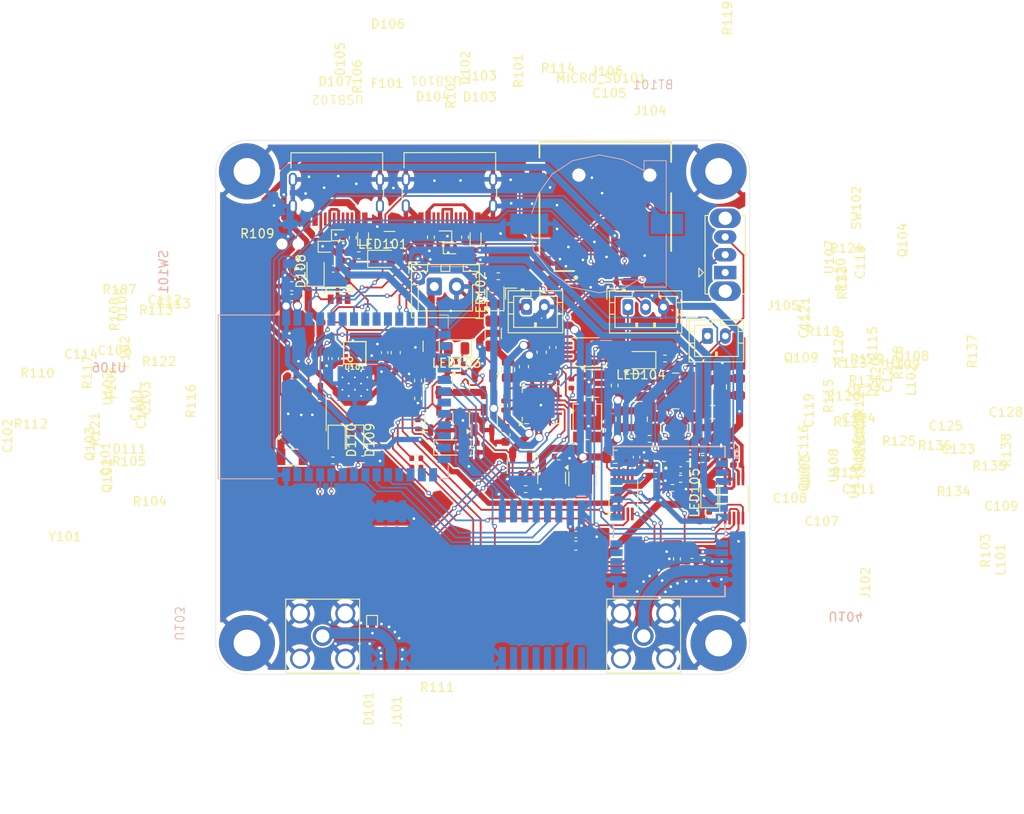
<source format=kicad_pcb>
(kicad_pcb (version 20240108) (generator "pcbnew") (generator_version "8.0")
  (layers (0 "F.Cu" signal) (31 "B.Cu" signal) (34 "B.Paste" user) (35 "F.Paste" user) (36 "B.SilkS" user "B.Silkscreen") (37 "F.SilkS" user "F.Silkscreen") (38 "B.Mask" user) (39 "F.Mask" user) (44 "Edge.Cuts" user))
  (net 0 "")
  (net 1 "GND")
  (net 2 "VDD")
  (net 3 "+BATT")
  (net 4 "Net-(U107-V_{BAT_SENSE})")
  (net 5 "Net-(D101-A2)")
  (net 6 "Net-(D102-A2)")
  (net 7 "Net-(U108-Vin-)")
  (net 8 "Net-(U110-VAUX)")
  (net 9 "/GPSActive/USB_D+")
  (net 10 "/GPSActive/USB_D-")
  (net 11 "/ESP32/USB_D+")
  (net 12 "/ESP32/USB_D-")
  (net 13 "Net-(D109-A)")
  (net 14 "RESET")
  (net 15 "Net-(D110-A)")
  (net 16 "Net-(D111-A)")
  (net 17 "Net-(LED101-A)")
  (net 20 "Net-(USB101-CC1)")
  (net 21 "Net-(USB101-CC2)")
  (net 22 "Net-(U104-RXD_{slash}_SPI_MOSI)")
  (net 23 "Net-(U104-TXD_{slash}_SPI_MISO)")
  (net 24 "Net-(USB102-CC1)")
  (net 25 "Net-(USB102-CC2)")
  (net 26 "/ESP32/I2C_SCL")
  (net 27 "/ESP32/I2C_SDA")
  (net 28 "Net-(U105-MR)")
  (net 29 "Net-(U102-OSCI)")
  (net 30 "Net-(U102-OSCO)")
  (net 35 "VCCRF")
  (net 39 "/GPSActive/+BATT")
  (net 40 "GPSANT1")
  (net 45 "/ESP32/WDI")
  (net 46 "/ESP32/CAN_RX")
  (net 47 "/ESP32/CAN_TX")
  (net 48 "/ESP32/GPIO5{slash}ADC1_CH4")
  (net 49 "/ESP32/GPIO39")
  (net 50 "/ESP32/GPIO7{slash}ADC1_CH6")
  (net 51 "/ESP32/GPIO21")
  (net 52 "/ESP32/GPIO14")
  (net 53 "/ESP32/GPIO48")
  (net 54 "/ESP32/GPIO8{slash}ADC1_CH7")
  (net 55 "/ESP32/GPIO18")
  (net 56 "/ESP32/GPIO40")
  (net 57 "/ESP32/GPIO47")
  (net 58 "/ESP32/GPIO10{slash}ADC1_CH9")
  (net 59 "/ESP32/GPIO4{slash}ADC1_CH3")
  (net 60 "/ESP32/GPIO13")
  (net 61 "/ESP32/GPIO3{slash}ADC1_CH2")
  (net 62 "/ESP32/GPIO9{slash}ADC1_CH8")
  (net 63 "/ESP32/GPIO6{slash}ADC1_CH5")
  (net 64 "/ESP32/GPIO11")
  (net 65 "/ESP32/GPIO2{slash}ADC1_CH1")
  (net 66 "/ESP32/GPIO1{slash}ADC1_CH0")
  (net 67 "/ESP32/GPIO38")
  (net 68 "/ESP32/GPIO12")
  (net 73 "Net-(Q102-G)")
  (net 74 "/ESP32/VUSB")
  (net 75 "Net-(LED103-A)")
  (net 76 "Net-(J104-Pin_1)")
  (net 77 "Net-(J105-Pin_1)")
  (net 78 "Net-(J106-Pin_1)")
  (net 79 "Net-(LED101-K)")
  (net 80 "Net-(LED102-A)")
  (net 81 "Net-(LED103-K)")
  (net 82 "Net-(LED104-K)")
  (net 83 "Net-(LED105-K)")
  (net 84 "Net-(Q101-G)")
  (net 85 "Net-(Q103-D)")
  (net 86 "VPP")
  (net 87 "Net-(Q105-B)")
  (net 88 "Net-(Q105-C)")
  (net 89 "Net-(Q108-B)")
  (net 90 "Net-(Q108-C)")
  (net 91 "Net-(R115-Pad1)")
  (net 92 "/Lipo/PROG")
  (net 95 "Net-(U109-Vbus)")
  (net 96 "Net-(C109-Pad1)")
  (net 97 "Net-(D108-A)")
  (net 98 "Net-(D111-K)")
  (net 99 "Net-(J103-Pin_1)")
  (net 100 "Net-(J105-Pin_2)")
  (net 101 "Net-(U110-L2)")
  (net 102 "Net-(U110-L1)")
  (net 103 "Net-(U106-MTDI{slash}GPIO41{slash}CLK_OUT1)")
  (net 104 "Net-(U106-MTMS{slash}GPIO42)")
  (net 105 "Net-(U107-PROG3)")
  (net 106 "Net-(U107-CE)")
  (net 107 "Net-(U110-PG)")
  (net 108 "Net-(U110-FB)")
  (footprint "Resistor_SMD:R_0402_1005Metric" (layer "F.Cu") (at 148.87 104.03)
    (property "Reference" "R123")
    (property "Value" "10k")
  )
  (footprint "Resistor_SMD:R_0402_1005Metric" (layer "F.Cu") (at 148 80.9 -90)
    (property "Reference" "R101")
    (property "Value" "22k")
  )
  (footprint "Resistor_SMD:R_0402_1005Metric" (layer "F.Cu") (at 144.17 80.91 -90)
    (property "Reference" "R102")
    (property "Value" "22k")
  )
  (footprint "LED_SMD:LED_0805_2012Metric" (layer "F.Cu") (at 131.21 84.73 90)
    (property "Reference" "D108")
    (property "Value" "RESET")
  )
  (footprint "Resistor_SMD:R_0402_1005Metric" (layer "F.Cu") (at 142.54 106.79)
    (property "Reference" "R104")
    (property "Value" "33")
  )
  (footprint "Capacitor_SMD:C_0402_1005Metric" (layer "F.Cu") (at 160.46 114.3)
    (property "Reference" "C108")
    (property "Value" "100n")
  )
  (footprint "Capacitor_SMD:C_0402_1005Metric" (layer "F.Cu") (at 133.42 94.53 -90)
    (property "Reference" "C103")
    (property "Value" "100nF")
  )
  (footprint "LED_SMD:LED_0805_2012Metric" (layer "F.Cu") (at 175.46 109.61 90)
    (property "Reference" "LED105")
    (property "Value" "VDD")
  )
  (footprint "Resistor_SMD:R_0402_1005Metric" (layer "F.Cu") (at 147.87 95.63 90)
    (property "Reference" "R119")
    (property "Value" "1k")
  )
  (footprint "Capacitor_SMD:C_0402_1005Metric" (layer "F.Cu") (at 128.53 87.68 180)
    (property "Reference" "C114")
    (property "Value" "100nF")
  )
  (footprint "Resistor_SMD:R_0805_2012Metric" (layer "F.Cu") (at 152.84 95.7725 90)
    (property "Reference" "R133")
    (property "Value" "50mΩ")
  )
  (footprint "Resistor_SMD:R_0402_1005Metric" (layer "F.Cu") (at 174.71 104.81)
    (property "Reference" "R136")
    (property "Value" "470k")
  )
  (footprint "Package_SO:VSSOP-10_3x3mm_P0.5mm" (layer "F.Cu") (at 165.8 109.79 90)
    (property "Reference" "U108")
    (property "Value" "INA226")
  )
  (footprint "Inductor_SMD:L_Wuerth_WE-TPC-3816" (layer "F.Cu") (at 171.675 98.175 90)
    (property "Reference" "L102")
    (property "Value" "L")
  )
  (footprint "Resistor_SMD:R_0402_1005Metric" (layer "F.Cu") (at 164.82 97.56 90)
    (property "Reference" "R128")
    (property "Value" "100k")
  )
  (footprint "Connector_Coaxial:SMA_Amphenol_132203-12_Horizontal" (layer "F.Cu") (at 168.08 125.71 180)
    (property "Reference" "J102")
    (property "Value" "SMA")
  )
  (footprint "Fuse:Fuse_1206_3216Metric" (layer "F.Cu") (at 144.2 93.16 -90)
    (property "Reference" "F102")
    (property "Value" "Polyfuse")
  )
  (footprint "Potentiometer_SMD:Potentiometer_Bourns_TC33X_Vertical" (layer "F.Cu") (at 161.75 101.55 90)
    (property "Reference" "RV101")
    (property "Value" "10k")
  )
  (footprint "Package_TO_SOT_SMD:SOT-23" (layer "F.Cu") (at 150.07 97.4125 -90)
    (property "Reference" "Q104")
    (property "Value" "Q_PMOS_GSD")
  )
  (footprint "Resistor_SMD:R_0805_2012Metric" (layer "F.Cu") (at 177.51 104.3 -90)
    (property "Reference" "R137")
    (property "Value" "50mΩ")
  )
  (footprint "Diode_SMD:D_SOD-882D" (layer "F.Cu") (at 145.6 80.81 180)
    (property "Reference" "D103")
    (property "Value" "5V")
  )
  (footprint "LED_SMD:LED_0805_2012Metric" (layer "F.Cu") (at 167.76 94.71 180)
    (property "Reference" "LED104")
    (property "Value" "Heater")
  )
  (footprint "Capacitor_SMD:C_0603_1608Metric" (layer "F.Cu") (at 132.145 94.53 -90)
    (property "Reference" "C101")
    (property "Value" "10μF")
  )
  (footprint "Package_SO:VSSOP-10_3x3mm_P0.5mm" (layer "F.Cu") (at 178.23 110.26 90)
    (property "Reference" "U111")
    (property "Value" "INA226")
  )
  (footprint "Resistor_SMD:R_0402_1005Metric" (layer "F.Cu") (at 174.71 105.82 180)
    (property "Reference" "R135")
    (property "Value" "150k")
  )
  (footprint "Button_Switch_THT:SW_Slide_SPDT_Straight_CK_OS102011MS2Q" (layer "F.Cu") (at 177.24 84.87 90)
    (property "Reference" "SW102")
    (property "Value" "Power Switch")
  )
  (footprint "Capacitor_SMD:C_0603_1608Metric" (layer "F.Cu") (at 173.25 102.3 180)
    (property "Reference" "C124")
    (property "Value" "10uF")
  )
  (footprint "WOBClibrary:SOT_23_5" (layer "F.Cu") (at 133.86 86.77 90)
    (property "Reference" "U105")
    (property "Value" "TPS3820")
  )
  (footprint "Diode_SMD:D_SOD-882D" (layer "F.Cu") (at 133.9125 80.68)
    (property "Reference" "D107")
    (property "Value" "5V")
  )
  (footprint "WOBClibrary:BME280" (layer "F.Cu") (at 135.62 93.88 180)
    (property "Reference" "U101")
    (property "Value" "~")
  )
  (footprint "Resistor_SMD:R_0402_1005Metric" (layer "F.Cu") (at 142.72 97.01 -90)
    (property "Reference" "R116")
    (property "Value" "470k")
  )
  (footprint "WOBClibrary:USB_C_TYPEC-301S-ACP16X7" (layer "F.Cu") (at 133.55 75.2 180)
    (property "Reference" "USB102")
    (property "Value" "USB_C_Receptacle_USB2.0")
  )
  (footprint "Resistor_SMD:R_0402_1005Metric" (layer "F.Cu") (at 142.73 99.02 -90)
    (property "Reference" "R117")
    (property "Value" "100k")
  )
  (footprint "LED_SMD:LED_0805_2012Metric" (layer "F.Cu") (at 151.42 87.4775 90)
    (property "Reference" "LED102")
    (property "Value" "CHARGE")
  )
  (footprint "Capacitor_SMD:C_0402_1005Metric" (layer "F.Cu") (at 172.23 107.05)
    (property "Reference" "C123")
    (property "Value" "100nF")
  )
  (footprint "Package_TO_SOT_SMD:SOT-23-3" (layer "F.Cu") (at 154.3025 106.67 -90)
    (property "Reference" "Q106")
    (property "Value" "Q_PNP_BEC")
  )
  (footprint "Resistor_SMD:R_0402_1005Metric" (layer "F.Cu") (at 171.82 117.05 -90)
    (property "Reference" "R103")
    (property "Value" "10")
  )
  (footprint "Package_TO_SOT_SMD:SOT-23" (layer "F.Cu") (at 145.04 97.4 -90)
    (property "Reference" "Q103")
    (property "Value" "Q_PMOS_GSD")
  )
  (footprint "Capacitor_SMD:C_0402_1005Metric" (layer "F.Cu") (at 173.52 117.35)
    (property "Reference" "C109")
    (property "Value" "100nF")
  )
  (footprint "Capacitor_SMD:C_0805_2012Metric" (layer "F.Cu") (at 167.75 101.35 90)
    (property "Reference" "C120")
    (property "Value" "22uF")
  )
  (footprint "LED_SMD:LED_0805_2012Metric" (layer "F.Cu") (at 135.66 103.69 -90)
    (property "Reference" "D109")
    (property "Value" "ERROR")
  )
  (footprint "Package_TO_SOT_SMD:SOT-23-3" (layer "F.Cu") (at 161.2325 108.05 -90)
    (property "Reference" "Q105")
    (property "Value" "Q_PNP_BEC")
  )
  (footprint "Diode_SMD:D_SOD-882D" (layer "F.Cu") (at 146.47 82.15)
    (property "Reference" "D104")
    (property "Value" "5V")
  )
  (footprint "Resistor_SMD:R_0805_2012Metric" (layer "F.Cu") (at 164.8675 105.58)
    (property "Reference" "R130")
    (property "Value" "50mΩ")
  )
  (footprint "Resistor_SMD:R_0402_1005Metric" (layer "F.Cu") (at 171.31 109.07)
    (property "Reference" "R132")
    (property "Value" "470k")
  )
  (footprint "Capacitor_SMD:C_0402_1005Metric" (layer "F.Cu") (at 128.56 96.47 180)
    (property "Reference" "C106")
    (property "Value" "100nF")
  )
  (footprint "LED_SMD:LED_0805_2012Metric" (layer "F.Cu") (at 133.59 103.7125 -90)
    (property "Reference" "D110")
    (property "Value" "STAT")
  )
  (footprint "Capacitor_SMD:C_0402_1005Metric" (layer "F.Cu") (at 178.55 106.5 180)
    (property "Reference" "C128")
    (property "Value" "100nF")
  )
  (footprint "Resistor_SMD:R_0402_1005Metric" (layer "F.Cu") (at 157.57 96.66)
    (property "Reference" "R118")
    (property "Value" "100k")
  )
  (footprint "Capacitor_SMD:C_0402_1005Metric" (layer "F.Cu") (at 133.2 84.46 180)
    (property "Reference" "C112")
    (property "Value" "100nF")
  )
  (footprint "Resistor_SMD:R_0402_1005Metric" (layer "F.Cu") (at 175.44 112.32 -90)
    (property "Reference" "R138")
    (property "Value" "1k")
  )
  (footprint "Fuse:Fuse_1206_3216Metric" (layer "F.Cu") (at 151.18 91.72 90)
    (property "Reference" "F103")
    (property "Value" "Polyfuse")
  )
  (footprint "Resistor_SMD:R_0402_1005Metric" (layer "F.Cu") (at 170.47 94.53 180)
    (property "Reference" "R129")
    (property "Value" "1k")
  )
  (footprint "Package_TO_SOT_SMD:SOT-23" (layer "F.Cu") (at 157.74 107.9375 -90)
    (property "Reference" "Q107")
    (property "Value" "Q_PMOS_GSD")
  )
  (footprint "Capacitor_SMD:C_0805_2012Metric" (layer "F.Cu") (at 165.7 101.35 90)
    (property "Reference" "C119")
    (property "Value" "22uF")
  )
  (footprint "Resistor_SMD:R_0402_1005Metric" (layer "F.Cu") (at 132.46 92.03)
    (property "Reference" "R112")
    (property "Value" "10k")
  )
  (footprint "Capacitor_SMD:C_0603_1608Metric" (layer "F.Cu") (at 128.53 86.41)
    (property "Reference" "C113")
    (property "Value" "10uF")
  )
  (footprint "Package_TO_SOT_SMD:SOT-23" (layer "F.Cu") (at 162.38 97.33)
    (property "Reference" "Q108")
    (property "Value" "Q_NPN_BEC")
  )
  (footprint "Resistor_SMD:R_0402_1005Metric" (layer "F.Cu") (at 136.07 82.93 180)
    (property "Reference" "R113")
    (property "Value" "1k")
  )
  (footprint "Connector_JST:JST_PH_B2B-PH-K_1x02_P2.00mm_Vertical" (layer "F.Cu") (at 175.25 92)
    (property "Reference" "J105")
    (property "Value" "Ext Switch")
  )
  (footprint "Capacitor_SMD:C_0805_2012Metric" (layer "F.Cu") (at 178.74 97.725 90)
    (property "Reference" "C127")
    (property "Value" "22uF")
  )
  (footprint "Diode_SMD:D_SOD-882D" (layer "F.Cu") (at 149.19 80.9 90)
    (property "Reference" "D102")
    (property "Value" "5V")
  )
  (footprint "Package_DFN_QFN:QFN-20-1EP_4x4mm_P0.5mm_EP2.5x2.5mm" (layer "F.Cu") (at 156.55 99.7375 90)
    (property "Reference" "U107")
    (property "Value" "MCP73871-1CC")
  )
  (footprint "Resistor_SMD:R_0402_1005Metric" (layer "F.Cu") (at 152.4 99.81 90)
    (property "Reference" "R120")
    (property "Value" "100k")
  )
  (footprint "Resistor_SMD:R_0402_1005Metric" (layer "F.Cu") (at 142.71 101.93 -90)
    (property "Reference" "R121")
    (property "Value" "100k")
  )
  (footprint "Fuse:Fuse_1206_3216Metric" (layer "F.Cu") (at 139.52 81.16)
    (property "Reference" "F101")
    (property "Value" "Polyfuse")
  )
  (footprint "Resistor_SMD:R_0402_1005Metric" (layer "F.Cu") (at 148.85 105.07)
    (property "Reference" "R124")
    (property "Value" "100k")
  )
  (footprint "Resistor_SMD:R_0402_1005Metric" (layer "F.Cu") (at 151.74 85.29 180)
    (property "Reference" "R114")
    (property "Value" "1k")
  )
  (footprint "Crystal:Crystal_SMD_3215-2Pin_3.2x1.5mm" (layer "F.Cu") (at 128.57 105.6 180)
    (property "Reference" "Y101")
    (property "Value" "Crystal")
  )
  (footprint "Capacitor_SMD:C_0402_1005Metric" (layer "F.Cu") (at 138.97 93.87 90)
    (property "Reference" "C102")
    (property "Value" "100nF")
  )
  (footprint "Capacitor_SMD:C_0402_1005Metric" (layer "F.Cu") (at 157.86 93.3 -90)
    (property "Reference" "C121")
    (property "Value" "100nF")
  )
  (footprint "Capacitor_SMD:C_0402_1005Metric" (layer "F.Cu") (at 169.44 107.68 180)
    (property "Reference" "C111")
    (property "Value" "100nF")
  )
  (footprint "Resistor_SMD:R_0402_1005Metric" (layer "F.Cu") (at 154.81 109.21)
    (property "Reference" "R126")
    (property "Value" "100k")
  )
  (footprint "Package_TO_SOT_SMD:SOT-23" (layer "F.Cu") (at 167.27 97.7975)
    (property "Reference" "Q109")
    (property "Value" "Q_PMOS_GSD")
  )
  (footprint "WOBClibrary:VREG_TPS63070RNMR" (layer "F.Cu") (at 171.72 104.85 90)
    (property "Reference" "U110")
    (property "Value" "TPS63070RNMR")
  )
  (footprint "Resistor_SMD:R_0402_1005Metric" (layer "F.Cu") (at 172.23 108.05 180)
    (property "Reference" "R134")
    (property "Value" "100k")
  )
  (footprint "WOBClibrary:USB_C_TYPEC-301S-ACP16X7" (layer "F.Cu") (at 146.25 75.185 180)
    (property "Reference" "USB101")
    (property "Value" "USB_C_Receptacle_USB2.0")
  )
  (footprint "Capacitor_SMD:C_0603_1608Metric" (layer "F.Cu") (at 160.46 115.56)
    (property "Reference" "C107")
    (property "Value" "10u")
  )
  (footprint "Capacitor_SMD:C_0603_1608Metric" (layer "F.Cu") (at 154.62 95.445 90)
    (property "Reference" "C118")
    (property "Value" "10uF")
  )
  (footprint "Package_SO:VSSOP-10_3x3mm_P0.5mm" (layer "F.Cu") (at 161.56 93.81 180)
    (property "Reference" "U109")
    (property "Value" "INA226")
  )
  (footprint "LED_SMD:LED_0805_2012Metric" (layer "F.Cu") (at 147.06 93.39 180)
    (property "Reference" "LED103")
    (property "Value" "Backup Power")
  )
  (footprint "Resistor_SMD:R_0402_1005Metric" (layer "F.Cu") (at 133.15 105.98 180)
    (property "Reference" "R111")
    (property "Value" "470")
  )
  (footprint "Inductor_SMD:L_0402_1005Metric" (layer "F.Cu") (at 170.45 118.315 90)
    (property "Reference" "L101")
    (property "Value" "27nH, 300mA")
  )
  (footprint "Capacitor_SMD:C_0603_1608Metric" (layer "F.Cu") (at 170.25 102.3)
    (property "Reference" "C122")
    (property "Value" "10uF")
  )
  (footprint "Resistor_SMD:R_0402_1005Metric" (layer "F.Cu") (at 136.53 105.86)
    (property "Reference" "R109")
    (property "Value" "470")
  )
  (footprint "Connector_JST:JST_PH_B3B-PH-K_1x03_P2.00mm_Vertical" (layer "F.Cu") (at 166.3 88.75)
    (property "Reference" "J104")
    (property "Value" "Temp&Heater")
  )
  (footprint "Capacitor_SMD:C_0402_1005Metric" (layer "F.Cu") (at 165.48 85.88)
    (property "Reference" "C105")
    (property "Value" "10uF")
  )
  (footprint "Resistor_SMD:R_0402_1005Metric" (layer "F.Cu") (at 131.27 80.51 180)
    (property "Reference" "R107")
    (property "Value" "22k")
  )
  (footprint "Connector_JST:JST_XH_B2B-XH-A_1x02_P2.50mm_Vertical" (layer "F.Cu") (at 144.55 86.44)
    (property "Reference" "J103")
    (property "Value" "Battery")
  )
  (footprint "Capacitor_SMD:C_0805_2012Metric" (layer "F.Cu") (at 175.825 100.55 180)
    (property "Reference" "C125")
    (property "Value" "22uF")
  )
  (footprint "Resistor_SMD:R_0402_1005Metric" (layer "F.Cu") (at 135.39 80.96 -90)
    (property "Reference" "R106")
    (property "Value" "22k")
  )
  (footprint "LED_SMD:LED_0805_2012Metric" (layer "F.Cu") (at 138.7525 83.33)
    (property "Reference" "LED101")
    (property "Value" "USB Power")
  )
  (footprint "Resistor_SMD:R_0402_1005Metric" (layer "F.Cu") (at 158.54 105.54)
    (property "Reference" "R125")
    (property "Value" "100k")
  )
  (footprint "Resistor_SMD:R_0402_1005Metric" (layer "F.Cu") (at 132.44 90.47)
    (property "Reference" "R110")
    (property "Value" "10k")
  )
  (footprint "Resistor_SMD:R_0402_1005Metric" (layer "F.Cu") (at 159.95 97.34 -90)
    (property "Reference" "R127")
    (property "Value" "10k")
  )
  (footprint "Diode_SMD:D_SOD-882D" (layer "F.Cu") (at 132.41 81.97)
    (property "Reference" "D106")
    (property "Value" "5V")
  )
  (footprint "Capacitor_SMD:C_0402_1005Metric" (layer "F.Cu") (at 168.91 106.03 -90)
    (property "Reference" "C110")
    (property "Value" "100nF")
  )
  (footprint "Diode_SMD:D_SOD-882" (layer "F.Cu") (at 137.56 124.21 -90)
    (property "Reference" "D101")
    (property "Value" "ESD9B5.0ST5G")
  )
  (footprint "Capacitor_SMD:C_0603_1608Metric" (layer "F.Cu") (at 152.55 103.115 -90)
    (property "Reference" "C115")
    (property "Value" "10uF")
  )
  (footprint "Resistor_SMD:R_0402_1005Metric" (layer "F.Cu") (at 129.25 84.5 90)
    (property "Reference" "R108")
    (property "Value" "470")
  )
  (footprint "Resistor_SMD:R_0402_1005Metric" (layer "F.Cu") (at 164.17 102.57 90)
    (property "Reference" "R115")
    (property "Value" "1k")
  )
  (footprint "Resistor_SMD:R_0402_1005Metric" (layer "F.Cu") (at 168.73 103.56)
    (property "Reference" "R131")
    (property "Value" "10k")
  )
  (footprint "Capacitor_SMD:C_0603_1608Metric" (layer "F.Cu") (at 140.22 93.87 90)
    (property "Reference" "C104")
    (property "Value" "10μF")
  )
  (footprint "Diode_SMD:D_SOD-882D" (layer "F.Cu") (at 136.55 80.9 90)
    (property "Reference" "D105")
    (property "Value" "5V")
  )
  (footprint "Package_TO_SOT_SMD:SOT-23-3" (layer "F.Cu") (at 145.07 101.4475 90)
    (property "Reference" "Q101")
    (property "Value" "Q_NMOS_GSD")
  )
  (footprint "Connector_Coaxial:SMA_Amphenol_132203-12_Horizontal" (layer "F.Cu") (at 132.01 125.72 180)
    (property "Reference" "J101")
    (property "Value" "SMA")
  )
  (footprint "WOBClibrary:TF-01A" (layer "F.Cu") (at 163.7662 77.4506 180)
    (property "Reference" "MICRO_SD101")
    (property "Value" "TF-01A")
  )
  (footprint "Capacitor_SMD:C_0402_1005Metric" (layer "F.Cu") (at 167.28 105.61 90)
    (property "Reference" "C116")
    (property "Value" "100nF")
  )
  (footprint "Diode_SMD:D_SOD-323" (layer "F.Cu") (at 146.1 104.53)
    (property "Reference" "D111")
    (property "Value" "D_Schottky")
  )
  (footprint "Connector_JST:JST_PH_B2B-PH-K_1x02_P2.00mm_Vertical" (layer "F.Cu") (at 154.92 88.73)
    (property "Reference" "J106")
    (property "Value" "LiPo")
  )
  (footprint "Resistor_SMD:R_0402_1005Metric" (layer "F.Cu") (at 146.43 94.88)
    (property "Reference" "R122")
    (property "Value" "100k")
  )
  (footprint "Package_TO_SOT_SMD:SOT-23-3" (layer "F.Cu") (at 150.07 101.4275 90)
    (property "Reference" "Q102")
    (property "Value" "Q_NMOS_GSD")
  )
  (footprint "Capacitor_SMD:C_0805_2012Metric" (layer "F.Cu") (at 176.65 97.725 90)
    (property "Reference" "C126")
    (property "Value" "22uF")
  )
  (footprint "Resistor_SMD:R_0402_1005Metric" (layer "F.Cu") (at 142.53 105.74)
    (property "Reference" "R105")
    (property "Value" "33")
  )
  (footprint "WOBClibrary:Board_1U_60x60" (layer "F.Cu") (at 150 100)
    (property "Reference" "REF**" (hide yes))
    (property "Value" "Board_1U_60x60" (hide yes))
    (fp_line (start -30 26.5) (end -30 -26.5) (stroke (width 0.05)) (layer "Edge.Cuts"))
    (fp_line (start -26.5 -30) (end 26.5 -30) (stroke (width 0.05)) (layer "Edge.Cuts"))
    (fp_line (start 26.5 30) (end -26.5 30) (stroke (width 0.05)) (layer "Edge.Cuts"))
    (fp_line (start 30 -26.5) (end 30 26.5) (stroke (width 0.05)) (layer "Edge.Cuts"))
    (fp_arc (start -30 -26.5) (mid -28.974874 -28.974874) (end -26.5 -30) (stroke (width 0.05)) (layer "Edge.Cuts"))
    (fp_arc (start -26.5 30) (mid -28.974874 28.974874) (end -30 26.5) (stroke (width 0.05)) (layer "Edge.Cuts"))
    (fp_arc (start 26.5 -30) (mid 28.974874 -28.974874) (end 30 -26.5) (stroke (width 0.05)) (layer "Edge.Cuts"))
    (fp_arc (start 30 26.5) (mid 28.974874 28.974874) (end 26.5 30) (stroke (width 0.05)) (layer "Edge.Cuts"))
  )
  (footprint "Capacitor_SMD:C_0603_1608Metric" (layer "F.Cu") (at 156.62 93.82 -90)
    (property "Reference" "C117")
    (property "Value" "10uF")
  )
  (footprint "Package_SO:SOIC-8_3.9x4.9mm_P1.27mm" (layer "F.Cu") (at 129.845 100.7 90)
    (property "Reference" "U102")
    (property "Value" "PCF8563T")
  )
  (footprint "WOBClibrary:TVAF06-A020B-R" (layer "B.Cu") (at 128.34 81.665 180)
    (property "Reference" "SW101")
    (property "Value" "RESET")
  )
  (footprint "WOBClibrary:E220-900T22S(JP)" (layer "B.Cu") (at 138.45 119.95 90)
    (property "Reference" "U103")
    (property "Value" "E220-900T22S(JP)")
  )
  (footprint "RF_Module:ESP32-S3-WROOM-1" (layer "B.Cu") (at 133.17 98.845 -90)
    (property "Reference" "U106")
    (property "Value" "ESP32-S3-WROOM-1")
  )
  (footprint "WOBClibrary:SMT_9N-00B_UBL" (layer "B.Cu") (at 170.94 112.85)
    (property "Reference" "U104")
    (property "Value" "NEO-M9N-00B")
  )
  (footprint "WOBClibrary:cr1220" (layer "B.Cu") (at 163.11 79.4 180)
    (property "Reference" "BT101")
    (property "Value" "Battery_Cell")
  )
  (segment (start 133.68 87.69) (end 133.86 87.87) (width 0.4) (layer "F.Cu") (net 1))
  (segment (start 178.56 105.892444) (end 178.51 105.942444) (width 0.3) (layer "F.Cu") (net 1))
  (segment (start 149.6 78.855) (end 150.14 79.395) (width 0.8) (layer "F.Cu") (net 1))
  (segment (start 160.65 101.15) (end 161.63 102.13) (width 0.2) (layer "F.Cu") (net 1))
  (segment (start 148 81.41) (end 149.13 81.41) (width 0.8) (layer "F.Cu") (net 1))
  (segment (start 166.3 107.59) (end 166.3 106.557244) (width 0.2) (layer "F.Cu") (net 1))
  (segment (start 161.08 113.31) (end 161.08 114.16) (width 0.6) (layer "F.Cu") (net 1))
  (segment (start 164.17 101.790001) (end 165.560001 100.4) (width 0.8) (layer "F.Cu") (net 1))
  (segment (start 131.96 81.96) (end 131.96 81.97) (width 0.6) (layer "F.Cu") (net 1))
  (segment (start 143.99 81.583188) (end 143.826812 81.42) (width 0.8) (layer "F.Cu") (net 1))
  (segment (start 164.17 99.77) (end 164.17 101.790001) (width 0.8) (layer "F.Cu") (net 1))
  (segment (start 158.06188 93.78) (end 158.53188 93.31) (width 0.3) (layer "F.Cu") (net 1))
  (segment (start 132 81.92) (end 131.96 81.96) (width 0.6) (layer "F.Cu") (net 1))
  (segment (start 138.815 93.545) (end 138.97 93.39) (width 0.4) (layer "F.Cu") (net 1))
  (segment (start 138.17 92.905613) (end 138.169387 92.905) (width 0.4) (layer "F.Cu") (net 1))
  (segment (start 169.01 87.46) (end 170.3 88.75) (width 0.8) (layer "F.Cu") (net 1))
  (segment (start 178.73 107.23188) (end 178.73 108.06) (width 0.3) (layer "F.Cu") (net 1))
  (segment (start 158.4875 97.0675) (end 158.08 96.66) (width 0.3) (layer "F.Cu") (net 1))
  (segment (start 158.4875 99.2375) (end 157.05 99.2375) (width 0.2) (layer "F.Cu") (net 1))
  (segment (start 171.72 103.055) (end 172.475 102.3) (width 0.2) (layer "F.Cu") (net 1))
  (segment (start 167.75 100.4) (end 168.28 100.93) (width 0.8) (layer "F.Cu") (net 1))
  (segment (start 169.92 107.68) (end 169.935787 107.68) (width 0.6) (layer "F.Cu") (net 1))
  (segment (start 134.660761 82.81) (end 135.44 82.81) (width 0.4) (layer "F.Cu") (net 1))
  (segment (start 158.08 96.66) (end 158.08 97.27) (width 0.3) (layer "F.Cu") (net 1))
  (segment (start 178.165051 104.299595) (end 178.56 104.694544) (width 0.3) (layer "F.Cu") (net 1))
  (segment (start 175.376394 105.82) (end 175.22 105.82) (width 0.4) (layer "F.Cu") (net 1))
  (segment (start 170.17 100.93) (end 171.025 101.785) (width 0.8) (layer "F.Cu") (net 1))
  (segment (start 178.35 106.85188) (end 178.73 107.23188) (width 0.3) (layer "F.Cu") (net 1))
  (segment (start 166.5925 106.264744) (end 166.3 106.557244) (width 0.2) (layer "F.Cu") (net 1))
  (segment (start 135 84.46) (end 133.68 84.46) (width 0.4) (layer "F.Cu") (net 1))
  (segment (start 174.21 117.14) (end 174.43 117.14) (width 0.8) (layer "F.Cu") (net 1))
  (segment (start 134.79 94.855) (end 134.93 94.995) (width 0.4) (layer "F.Cu") (net 1))
  (segment (start 149.13 81.41) (end 149.19 81.35) (width 0.8) (layer "F.Cu") (net 1))
  (segment (start 143.99 82.43) (end 143.99 81.583188) (width 0.8) (layer "F.Cu") (net 1))
  (segment (start 136.55 81.3) (end 135.56 82.29) (width 0.4) (layer "F.Cu") (net 1))
  (segment (start 159.223186 99.2375) (end 160.65 100.664314) (width 0.2) (layer "F.Cu") (net 1))
  (segment (start 157.86 93.78) (end 158.06188 93.78) (width 0.3) (layer "F.Cu") (net 1))
  (segment (start 169.01 87.46) (end 168.825 87.275) (width 0.8) (layer "F.Cu") (net 1))
  (segment (start 158.36 96.08) (end 158.36 96.38) (width 0.3) (layer "F.Cu") (net 1))
  (segment (start 156.53 99.7575) (end 156.53 99.77) (width 0.2) (layer "F.Cu") (net 1))
  (segment (start 175.925 96.775) (end 174.875 97.825) (width 0.8) (layer "F.Cu") (net 1))
  (segment (start 175.22 105.880346) (end 175.22 105.82) (width 0.4) (layer "F.Cu") (net 1))
  (segment (start 146 82.08) (end 146.07 82.15) (width 0.6) (layer "F.Cu") (net 1))
  (segment (start 135.56 82.29) (end 135.56 82.93) (width 0.4) (layer "F.Cu") (net 1))
  (segment (start 157.55 98.7375) (end 156.53 99.7575) (width 0.2) (layer "F.Cu") (net 1))
  (segment (start 154.62 94.67) (end 156.545 94.67) (width 0.8) (layer "F.Cu") (net 1))
  (segment (start 171.72 104.25) (end 171.72 104.902132) (width 0.2) (layer "F.Cu") (net 1))
  (segment (start 128.655 78.36) (end 129.165 78.87) (width 0.8) (layer "F.Cu") (net 1))
  (segment (start 175.37 112.83) (end 174.14 111.6) (width 0.4) (layer "F.Cu") (net 1))
  (segment (start 172.475 102.3) (end 172.475 101.825) (width 0.8) (layer "F.Cu") (net 1))
  (segment (start 158.4875 98.7375) (end 158.4875 99.2375) (width 0.3) (layer "F.Cu") (net 1))
  (segment (start 138.169387 92.905) (end 136.745 92.905) (width 0.4) (layer "F.Cu") (net 1))
  (segment (start 166.6 85.88) (end 167.0364 86.3164) (width 0.8) (layer "F.Cu") (net 1))
  (segment (start 160.65 100.664314) (end 160.65 101.15) (width 0.2) (layer "F.Cu") (net 1))
  (segment (start 175.65783 105.538564) (end 175.376394 105.82) (width 0.4) (layer "F.Cu") (net 1))
  (segment (start 146.07 82.15) (end 146.07 82.587348) (width 0.6) (layer "F.Cu") (net 1))
  (segment (start 140.22 93.095) (end 139.265 93.095) (width 0.8) (layer "F.Cu") (net 1))
  (segment (start 161.235 114.554999) (end 160.980001 114.3) (width 0.8) (layer "F.Cu") (net 1))
  (segment (start 174.91 117.14) (end 175.65 117.14) (width 0.8) (layer "F.Cu") (net 1))
  (segment (start 134.93 94.995) (end 134.93 95.945) (width 0.4) (layer "F.Cu") (net 1))
  (segment (start 133.575 94.855) (end 133.42 95.01) (width 0.4) (layer "F.Cu") (net 1))
  (segment (start 135.39 81.47) (end 135.39 82.12) (width 0.4) (layer "F.Cu") (net 1))
  (segment (start 156.53 99.77) (end 156.5175 99.77) (width 0.2) (layer "F.Cu") (net 1))
  (segment (start 159.55 105.54) (end 159.05 105.54) (width 0.2) (layer "F.Cu") (net 1))
  (segment (start 175.44 112.83) (end 175.37 112.83) (width 0.4) (layer "F.Cu") (net 1))
  (segment (start 137.516842 94.205) (end 136.745 94.205) (width 0.4) (layer "F.Cu") (net 1))
  (segment (start 138.17 92.905613) (end 138.485613 92.905613) (width 0.4) (layer "F.Cu") (net 1))
  (segment (start 174.050346 107.05) (end 175.22 105.880346) (width 0.4) (layer "F.Cu") (net 1))
  (segment (start 133.5125 80.68) (end 133.47 80.61) (width 0.4) (layer "F.Cu") (net 1))
  (segment (start 167.28 105.13) (end 166.5925 105.8175) (width 0.2) (layer "F.Cu") (net 1))
  (segment (start 172.47 105.652132) (end 172.47 106) (width 0.2) (layer "F.Cu") (net 1))
  (segment (start 154.62 94.67) (end 154.62 94.41075) (width 0.3) (layer "F.Cu") (net 1))
  (segment (start 170.32 105.575) (end 170.32 107.18) (width 0.2) (layer "F.Cu") (net 1))
  (segment (start 130.2 78.87) (end 130.2 79.95) (width 0.8) (layer "F.Cu") (net 1))
  (segment (start 135.44 82.81) (end 135.56 82.93) (width 0.4) (layer "F.Cu") (net 1))
  (segment (start 133.47 80.61) (end 133.5125 81.661739) (width 0.4) (layer "F.Cu") (net 1))
  (segment (start 138.485613 92.905613) (end 138.97 93.39) (width 0.4) (layer "F.Cu") (net 1))
  (segment (start 159.75 105.74) (end 159.55 105.54) (width 0.2) (layer "F.Cu") (net 1))
  (segment (start 127.9 88.63) (end 127.9 87.83) (width 0.8) (layer "F.Cu") (net 1))
  (segment (start 164.1 102.13) (end 164.17 102.06) (width 0.2) (layer "F.Cu") (net 1))
  (segment (start 146 80.81) (end 146.02 80.79) (width 0.6) (layer "F.Cu") (net 1))
  (segment (start 178.35 106.55) (end 178.35 106.85188) (width 0.3) (layer "F.Cu") (net 1))
  (segment (start 132.405 95.305) (end 132.45 95.35) (width 0.8) (layer "F.Cu") (net 1))
  (segment (start 166.5925 105.8175) (end 166.5925 106.264744) (width 0.2) (layer "F.Cu") (net 1))
  (segment (start 142.815 78.855) (end 142.9 78.855) (width 0.6) (layer "F.Cu") (net 1))
  (segment (start 158.4875 98.7375) (end 158.4875 97.0675) (width 0.3) (layer "F.Cu") (net 1))
  (segment (start 162.68 98.28) (end 164.17 99.77) (width 0.8) (layer "F.Cu") (net 1))
  (segment (start 171.72 104.902132) (end 172.47 105.652132) (width 0.2) (layer "F.Cu") (net 1))
  (segment (start 157.085 94.595) (end 157.86 93.82) (width 0.8) (layer "F.Cu") (net 1))
  (segment (start 132.495 95.305) (end 133.165001 95.305) (width 0.8) (layer "F.Cu") (net 1))
  (segment (start 168.935 105.575) (end 168.91 105.55) (width 0.3) (layer "F.Cu") (net 1))
  (segment (start 132.45 95.35) (end 132.495 95.305) (width 0.8) (layer "F.Cu") (net 1))
  (segment (start 150.14 81) (end 149.73 81.41) (width 0.8) (layer "F.Cu") (net 1))
  (segment (start 135.56 82.93) (end 135.56 83.9) (width 0.4) (layer "F.Cu") (net 1))
  (segment (start 146.02 80.79) (end 146 82.08) (width 0.6) (layer "F.Cu") (net 1))
  (segment (start 127.9 87.83) (end 128.05 87.68) (width 0.8) (layer "F.Cu") (net 1))
  (segment (start 172.475 101.825) (end 173.26 101.04) (width 0.8) (layer "F.Cu") (net 1))
  (segment (start 169.935787 107.68) (end 170.512893 108.257106) (width 0.6) (layer "F.Cu") (net 1))
  (segment (start 168.07 105.13) (end 167.28 105.13) (width 0.2) (layer "F.Cu") (net 1))
  (segment (start 167.995 87.275) (end 167.0364 86.3164) (width 0.8) (layer "F.Cu") (net 1))
  (segment (start 171.025 102.3) (end 171.72 102.3) (width 0.8) (layer "F.Cu") (net 1))
  (segment (start 133.5125 81.661739) (end 134.660761 82.81) (width 0.4) (layer "F.Cu") (net 1))
  (segment (start 147.05 86.44) (end 148.995 88.385) (width 0.4) (layer "F.Cu") (net 1))
  (segment (start 158.36 96.38) (end 158.08 96.66) (width 0.3) (layer "F.Cu") (net 1))
  (segment (start 165.96 85.88) (end 166.6 85.88) (width 0.8) (layer "F.Cu") (net 1))
  (segment (start 157.55 97.8) (end 157.55 98.7375) (width 0.2) (layer "F.Cu") (net 1))
  (segment (start 172.47 106) (end 172.47 106.81) (width 0.2) (layer "F.Cu") (net 1))
  (segment (start 176.65 96.775) (end 178.85 96.775) (width 0.8) (layer "F.Cu") (net 1))
  (segment (start 131.96 81.68) (end 131.96 81.88) (width 0.6) (layer "F.Cu") (net 1))
  (segment (start 172.71 107.05) (end 174.050346 107.05) (width 0.4) (layer "F.Cu") (net 1))
  (segment (start 168.59 105.55) (end 168.91 105.55) (width 0.4) (layer "F.Cu") (net 1))
  (segment (start 134.945 94.855) (end 134.79 94.855) (width 0.4) (layer "F.Cu") (net 1))
  (segment (start 170.3 88.75) (end 170.98 89.43) (width 0.8) (layer "F.Cu") (net 1))
  (segment (start 171.72 104.25) (end 171.72 102.995) (width 0.2) (layer "F.Cu") (net 1))
  (segment (start 171.72 102.3) (end 172.475 102.3) (width 0.8) (layer "F.Cu") (net 1))
  (segment (start 156.5175 99.77) (end 156.55 99.7375) (width 0.2) (layer "F.Cu") (net 1))
  (segment (start 135.995 92.98) (end 135.995 93.805) (width 0.4) (layer "F.Cu") (net 1))
  (segment (start 174.875 97.825) (end 174.875 100.55) (width 0.8) (layer "F.Cu") (net 1))
  (segment (start 127.755 86.41) (end 127.755 87.385) (width 0.8) (layer "F.Cu") (net 1))
  (segment (start 142.9 80.493188) (end 143.826812 81.42) (width 0.8) (layer "F.Cu") (net 1))
  (segment (start 155.32 109.21) (end 156.49 109.21) (width 0.2) (layer "F.Cu") (net 1))
  (segment (start 132.145 95.305) (end 132.405 95.305) (width 0.8) (layer "F.Cu") (net 1))
  (segment (start 149.685 78.855) (end 149.6 78.855) (width 0.6) (layer "F.Cu") (net 1))
  (segment (start 135.39 82.12) (end 135.56 82.29) (width 0.4) (layer "F.Cu") (net 1))
  (segment (start 178.56 104.694544) (end 178.56 105.892444) (width 0.3) (layer "F.Cu") (net 1))
  (segment (start 151.2925 88.385) (end 151.6 88.0775) (width 0.4) (layer "F.Cu") (net 1))
  (segment (start 156.62 94.595) (end 157.085 94.595) (width 0.8) (layer "F.Cu") (net 1))
  (segment (start 157.05 99.2375) (end 156.55 99.7375) (width 0.2) (layer "F.Cu") (net 1))
  (segment (start 168.12 105.08) (end 168.07 105.13) (width 0.2) (layer "F.Cu") (net 1))
  (segment (start 174.87 117.18) (end 174.91 117.14) (width 0.8) (layer "F.Cu") (net 1))
  (segment (start 149.73 81.41) (end 149.13 81.41) (width 0.8) (layer "F.Cu") (net 1))
  (segment (start 170.32 105.575) (end 168.935 105.575) (width 0.3) (layer "F.Cu") (net 1))
  (segment (start 130.76 80.51) (end 130.76 80.711768) (width 0.6) (layer "F.Cu") (net 1))
  (segment (start 148.995 88.385) (end 151.2925 88.385) (width 0.4) (layer "F.Cu") (net 1))
  (segment (start 165.7 100.4) (end 167.75 100.4) (width 0.8) (layer "F.Cu") (net 1))
  (segment (start 134.495 94.855) (end 133.575 94.855) (width 0.4) (layer "F.Cu") (net 1))
  (segment (start 178.35 106.102444) (end 178.35 106.55) (width 0.4) (layer "F.Cu") (net 1))
  (segment (start 135.56 83.9) (end 135 84.46) (width 0.4) (layer "F.Cu") (net 1))
  (segment (start 171.72 102.995) (end 171.025 102.3) (width 0.2) (layer "F.Cu") (net 1))
  (segment (start 171.72 104.25) (end 171.72 103.055) (width 0.2) (layer "F.Cu") (net 1))
  (segment (start 161.88 102.13) (end 164.1 102.13) (width 0.2) (layer "F.Cu") (net 1))
  (segment (start 158.4875 98.7375) (end 157.55 97.8) (width 0.3) (layer "F.Cu") (net 1))
  (segment (start 150.14 79.395) (end 150.14 81) (width 0.8) (layer "F.Cu") (net 1))
  (segment (start 143.826812 81.42) (end 144.17 81.42) (width 0.8) (layer "F.Cu") (net 1))
  (segment (start 174 117.35) (end 174.21 117.14) (width 0.8) (layer "F.Cu") (net 1))
  (segment (start 173.26 101.04) (end 174.385 101.04) (width 0.8) (layer "F.Cu") (net 1))
  (segment (start 154.62 94.41075) (end 154.87075 94.16) (width 0.8) (layer "F.Cu") (net 1))
  (segment (start 168.28 100.93) (end 170.17 100.93) (width 0.8) (layer "F.Cu") (net 1))
  (segment (start 130.76 80.711768) (end 131.378232 81.33) (width 0.6) (layer "F.Cu") (net 1))
  (segment (start 154.87075 94.16) (end 155.24 94.16) (width 0.8) (layer "F.Cu") (net 1))
  (segment (start 139.265 93.095) (end 138.97 93.39) (width 0.8) (layer "F.Cu") (net 1))
  (segment (start 129.04 95.08) (end 129.29 94.83) (width 0.6) (layer "F.Cu") (net 1))
  (segment (start 136.745 92.905) (end 136.07 92.905) (width 0.4) (layer "F.Cu") (net 1))
  (segment (start 133.68 84.46) (end 133.68 87.69) (width 0.4) (layer "F.Cu") (net 1))
  (segment (start 174.83 117.14) (end 174.87 117.18) (width 0.8) (layer "F.Cu") (net 1))
  (segment (start 161.08 114.16) (end 160.94 114.3) (width 0.6) (layer "F.Cu") (net 1))
  (segment (start 158.08 97.27) (end 157.55 97.8) (width 0.3) (layer "F.Cu") (net 1))
  (segment (start 142.9 78.855) (end 142.9 80.493188) (width 0.8) (layer "F.Cu") (net 1))
  (segment (start 164.17 102.06) (end 164.17 101.790001) (width 0.8) (layer "F.Cu") (net 1))
  (segment (start 165.560001 100.4) (end 165.7 100.4) (width 0.8) (layer "F.Cu") (net 1))
  (segment (start 131.61 81.33) (end 131.96 81.68) (width 0.6) (layer "F.Cu") (net 1))
  (segment (start 174.385 101.04) (end 174.875 100.55) (width 0.8) (layer "F.Cu") (net 1))
  (segment (start 128.655 77.41) (end 128.655 78.36) (width 0.8) (layer "F.Cu") (net 1))
  (segment (start 170.32 107.18) (end 169.96 107.54) (width 0.2) (layer "F.Cu") (net 1))
  (segment (start 168.12 105.08) (end 168.59 105.55) (width 0.4) (layer "F.Cu") (net 1))
  (segment (start 129.165 78.87) (end 130.2 78.87) (width 0.8) (layer "F.Cu") (net 1))
  (segment (start 171.025 101.785) (end 171.025 102.3) (width 0.8) (layer "F.Cu") (net 1))
  (segment (start 146.07 82.587348) (end 146.12 82.637348) (width 0.6) (layer "F.Cu") (net 1))
  (segment (start 135.995 93.805) (end 134.945 94.855) (width 0.4) (layer "F.Cu") (net 1))
  (segment (start 172.47 106.81) (end 172.71 107.05) (width 0.2) (layer "F.Cu") (net 1))
  (segment (start 131.378232 81.33) (end 131.61 81.33) (width 0.6) (layer "F.Cu") (net 1))
  (segment (start 131.96 81.88) (end 132 81.92) (width 0.6) (layer "F.Cu") (net 1))
  (segment (start 136.07 92.905) (end 135.995 92.98) (width 0.4) (layer "F.Cu") (net 1))
  (segment (start 130.2 79.95) (end 130.76 80.51) (width 0.8) (layer "F.Cu") (net 1))
  (segment (start 176.65 96.775) (end 175.925 96.775) (width 0.8) (layer "F.Cu") (net 1))
  (segment (start 151.145 77.395) (end 149.685 78.855) (width 0.6) (layer "F.Cu") (net 1))
  (segment (start 174.47 117.14) (end 174.83 117.14) (width 0.8) (layer "F.Cu") (net 1))
  (segment (start 176.788241 104.299595) (end 178.165051 104.299595) (width 0.3) (layer "F.Cu") (net 1))
  (segment (start 133.165001 95.305) (end 133.42 95.050001) (width 0.8) (layer "F.Cu") (net 1))
  (segment (start 170.98 89.43) (end 170.98 94.53) (width 0.8) (layer "F.Cu") (net 1))
  (segment (start 161.235 115.56) (end 161.235 114.554999) (width 0.8) (layer "F.Cu") (net 1))
  (segment (start 168.825 87.275) (end 167.995 87.275) (width 0.8) (layer "F.Cu") (net 1))
  (segment (start 167.0364 84.6244) (end 167.0364 86.3164) (width 0.8) (layer "F.Cu") (net 1))
  (segment (start 127.755 87.385) (end 128.05 87.68) (width 0.8) (layer "F.Cu") (net 1))
  (segment (start 158.53188 93.31) (end 159.36 93.31) (width 0.3) (layer "F.Cu") (net 1))
  (segment (start 161.63 102.13) (end 161.88 102.13) (width 0.2) (layer "F.Cu") (net 1))
  (segment (start 156.545 94.67) (end 156.62 94.595) (width 0.8) (layer "F.Cu") (net 1))
  (segment (start 161.4425 98.28) (end 162.68 98.28) (width 0.8) (layer "F.Cu") (net 1))
  (segment (start 158.4875 98.7375) (end 157.55 98.7375) (width 0.2) (layer "F.Cu") (net 1))
  (segment (start 178.51 105.942444) (end 178.35 106.102444) (width 0.4) (layer "F.Cu") (net 1))
  (segment (start 129.04 96.47) (end 129.04 95.08) (width 0.6) (layer "F.Cu") (net 1))
  (segment (start 134.79 94.855) (end 134.495 94.855) (width 0.4) (layer "F.Cu") (net 1))
  (segment (start 141.355 77.395) (end 142.815 78.855) (width 0.6) (layer "F.Cu") (net 1))
  (segment (start 158.4875 99.2375) (end 159.223186 99.2375) (width 0.2) (layer "F.Cu") (net 1))
  (via (at 158.36 96.08) (size 0.5) (drill 0.3) (layers "F.Cu" "B.Cu") (net 1))
  (via (at 156.53 99.77) (size 0.5) (drill 0.3) (layers "F.Cu" "B.Cu") (net 1))
  (via (at 136.13 126.57) (size 0.5) (drill 0.3) (layers "F.Cu" "B.Cu") (net 1))
  (via (at 142.26 112.52) (size 0.5) (drill 0.3) (layers "F.Cu" "B.Cu") (net 1))
  (via (at 161.92 97.17) (size 0.5) (drill 0.3) (layers "F.Cu" "B.Cu") (net 1))
  (via (at 140.93 128.31) (size 0.5) (drill 0.3) (layers "F.Cu" "B.Cu") (net 1))
  (via (at 171.88 119.79) (size 0.5) (drill 0.3) (layers "F.Cu" "B.Cu") (net 1))
  (via (at 132.82 124.16) (size 0.5) (drill 0.3) (layers "F.Cu" "B.Cu") (net 1))
  (via (at 176.81 119.35) (size 0.5) (drill 0.3) (layers "F.Cu" "B.Cu") (net 1))
  (via (at 142.43 93.28) (size 0.5) (drill 0.3) (layers "F.Cu" "B.Cu") (net 1))
  (via (at 176.8614 117.350001) (size 0.5) (drill 0.3) (layers "F.Cu" "B.Cu") (net 1))
  (via (at 175.810001 117.350001) (size 0.5) (drill 0.3) (layers "F.Cu" "B.Cu") (net 1))
  (via (at 148.44 106.65) (size 0.5) (drill 0.3) (layers "F.Cu" "B.Cu") (net 1))
  (via (at 146.12 82.637348) (size 0.5) (drill 0.3) (layers "F.Cu" "B.Cu") (net 1))
  (via (at 169.01 87.46) (size 0.5) (drill 0.3) (layers "F.Cu" "B.Cu") (net 1))
  (via (at 138.45 106.04) (size 0.5) (drill 0.3) (layers "F.Cu" "B.Cu") (net 1))
  (via (at 136.32 124.24) (size 0.5) (drill 0.3) (layers "F.Cu" "B.Cu") (net 1))
  (via (at 150.33 85.5) (size 0.5) (drill 0.3) (layers "F.Cu" "B.Cu") (net 1))
  (via (at 176.92 95.03) (size 0.5) (drill 0.3) (layers "F.Cu" "B.Cu") (net 1))
  (via (at 155.24 94.16) (size 1) (drill 0.8) (layers "F.Cu" "B.Cu") (net 1))
  (via (at 174.14 111.6) (size 0.5) (drill 0.3) (layers "F.Cu" "B.Cu") (net 1))
  (via (at 141.72 96.26) (size 0.5) (drill 0.3) (layers "F.Cu" "B.Cu") (net 1))
  (via (at 138.17 92.905613) (size 0.5) (drill 0.3) (layers "F.Cu" "B.Cu") (net 1))
  (via (at 168.07 119.6) (size 0.5) (drill 0.3) (layers "F.Cu" "B.Cu") (net 1))
  (via (at 130.47 74.11) (size 0.5) (drill 0.3) (layers "F.Cu" "B.Cu") (net 1))
  (via (at 175.65783 105.538564) (size 0.5) (drill 0.3) (layers "F.Cu" "B.Cu") (net 1))
  (via (at 170.53 120.75) (size 0.5) (drill 0.3) (layers "F.Cu" "B.Cu") (net 1))
  (via (at 132 81.92) (size 0.5) (drill 0.3) (layers "F.Cu" "B.Cu") (net 1))
  (via (at 157.56 75.31) (size 0.5) (drill 0.3) (layers "F.Cu" "B.Cu") (net 1))
  (via (at 128.14 100.75) (size 0.5) (drill 0.3) (layers "F.Cu" "B.Cu") (net 1))
  (via (at 143.99 82.43) (size 0.5) (drill 0.3) (layers "F.Cu" "B.Cu") (net 1))
  (via (at 169.87 121.39) (size 0.5) (drill 0.3) (layers "F.Cu" "B.Cu") (net 1))
  (via (at 161.08 113.31) (size 0.5) (drill 0.3) (layers "F.Cu" "B.Cu") (net 1))
  (via (at 137.516842 94.205) (size 0.5) (drill 0.3) (layers "F.Cu" "B.Cu") (net 1))
  (via (at 135.79 74.9) (size 0.5) (drill 0.3) (layers "F.Cu" "B.Cu") (net 1))
  (via (at 178.74 115.07) (size 0.5) (drill 0.3) (layers "F.Cu" "B.Cu") (net 1))
  (via (at 156.49 109.21) (size 0.5) (drill 0.3) (layers "F.Cu" "B.Cu") (net 1))
  (via (at 155.54 77.13) (size 0.5) (drill 0.3) (layers "F.Cu" "B.Cu") (net 1))
  (via (at 127.9 88.63) (size 1) (drill 0.8) (layers "F.Cu" "B.Cu") (net 1))
  (via (at 147.5 74.53) (size 0.5) (drill 0.3) (layers "F.Cu" "B.Cu") (net 1))
  (via (at 140.12 125.26) (size 0.5) (drill 0.3) (layers "F.Cu" "B.Cu") (net 1))
  (via (at 174.87 117.18) (size 0.5) (drill 0.3) (layers "F.Cu" "B.Cu") (net 1))
  (via (at 138.62 96.01) (size 0.5) (drill 0.3) (layers "F.Cu" "B.Cu") (net 1))
  (via (at 128.27 91.71) (size 0.5) (drill 0.3) (layers "F.Cu" "B.Cu") (net 1))
  (via (at 158.34 77.3) (size 0.5) (drill 0.3) (layers "F.Cu" "B.Cu") (net 1))
  (via (at 139.72 81.48) (size 0.5) (drill 0.3) (layers "F.Cu" "B.Cu") (net 1))
  (via (at 170.66 116.23) (size 0.5) (drill 0.3) (layers "F.Cu" "B.Cu") (net 1))
  (via (at 133.45 126.58) (size 0.5) (drill 0.3) (layers "F.Cu" "B.Cu") (net 1))
  (via (at 162.26 74.22) (size 0.5) (drill 0.3) (layers "F.Cu" "B.Cu") (net 1))
  (via (at 158.58 89.49) (size 0.5) (drill 0.3) (layers "F.Cu" "B.Cu") (net 1))
  (via (at 159.62 82) (size 0.5) (drill 0.3) (layers "F.Cu" "B.Cu") (net 1))
  (via (at 159.34 84.16) (size 0.5) (drill 0.3) (layers "F.Cu" "B.Cu") (net 1))
  (via (at 129.6 100.87) (size 0.5) (drill 0.3) (layers "F.Cu" "B.Cu") (net 1))
  (via (at 164.08 86.47) (size 0.5) (drill 0.3) (layers "F.Cu" "B.Cu") (net 1))
  (via (at 138.15 79.71) (size 0.5) (drill 0.3) (layers "F.Cu" "B.Cu") (net 1))
  (via (at 167.08 121.94) (size 0.5) (drill 0.3) (layers "F.Cu" "B.Cu") (net 1))
  (via (at 176.788241 104.299595) (size 0.5) (drill 0.3) (layers "F.Cu" "B.Cu") (net 1))
  (via (at 138.4 127.06) (size 0.5) (drill 0.3) (layers "F.Cu" "B.Cu") (net 1))
  (via (at 170.96 117.04) (size 0.5) (drill 0.3) (layers "F.Cu" "B.Cu") (net 1))
  (via (at 161.88 102.13) (size 0.5) (drill 0.3) (layers "F.Cu" "B.Cu") (net 1))
  (via (at 126.54 77.34) (size 0.5) (drill 0.3) (layers "F.Cu" "B.Cu") (net 1))
  (via (at 162.8 114.56) (size 0.5) (drill 0.3) (layers "F.Cu" "B.Cu") (net 1))
  (via (at 172.83 109.2) (size 0.5) (drill 0.3) (layers "F.Cu" "B.Cu") (net 1))
  (via (at 133.76 74.04) (size 0.5) (drill 0.3) (layers "F.Cu" "B.Cu") (net 1))
  (via (at 168.19 82.96) (size 0.5) (drill 0.3) (layers "F.Cu" "B.Cu") (net 1))
  (via (at 163.41 75.95) (size 0.5) (drill 0.3) (layers "F.Cu" "B.Cu") (net 1))
  (via (at 132.45 95.35) (size 0.5) (drill 0.3) (layers "F.Cu" "B.Cu") (net 1))
  (via (at 172.85 119.59) (size 0.5) (drill 0.3) (layers "F.Cu" "B.Cu") (net 1))
  (via (at 151.81 109.78) (size 0.5) (drill 0.3) (layers "F.Cu" "B.Cu") (net 1))
  (via (at 152 80.49) (size 0.5) (drill 0.3) (layers "F.Cu" "B.Cu") (net 1))
  (via (at 144.1 83.39) (size 0.5) (drill 0.3) (layers "F.Cu" "B.Cu") (net 1))
  (via (at 175.38 119.52) (size 0.5) (drill 0.3) (layers "F.Cu" "B.Cu") (net 1))
  (via (at 168.75 118.96) (size 0.5) (drill 0.3) (layers "F.Cu" "B.Cu") (net 1))
  (via (at 162.12 86.53) (size 0.5) (drill 0.3) (layers "F.Cu" "B.Cu") (net 1))
  (via (at 139.47 124.68) (size 0.5) (drill 0.3) (layers "F.Cu" "B.Cu") (net 1))
  (via (at 144.57 74.55) (size 0.5) (drill 0.3) (layers "F.Cu" "B.Cu") (net 1))
  (via (at 130.85 100.86) (size 0.5) (drill 0.3) (layers "F.Cu" "B.Cu") (net 1))
  (via (at 171.13 120.17) (size 0.5) (drill 0.3) (layers "F.Cu" "B.Cu") (net 1))
  (via (at 142.71 99.54) (size 0.5) (drill 0.3) (layers "F.Cu" "B.Cu") (net 1))
  (via (at 132.17 75.34) (size 0.5) (drill 0.3) (layers "F.Cu" "B.Cu") (net 1))
  (via (at 158.67 83.36) (size 0.5) (drill 0.3) (layers "F.Cu" "B.Cu") (net 1))
  (via (at 138.55 128.28) (size 0.5) (drill 0.3) (layers "F.Cu" "B.Cu") (net 1))
  (via (at 153.19 77.09) (size 0.5) (drill 0.3) (layers "F.Cu" "B.Cu") (net 1))
  (via (at 147.77 101.49) (size 0.5) (drill 0.3) (layers "F.Cu" "B.Cu") (net 1))
  (via (at 133.47 80.61) (size 0.5) (drill 0.3) (layers "F.Cu" "B.Cu") (net 1))
  (via (at 167.36 120.71) (size 0.5) (drill 0.3) (layers "F.Cu" "B.Cu") (net 1))
  (via (at 162.54 81.43) (size 0.5) (drill 0.3) (layers "F.Cu" "B.Cu") (net 1))
  (via (at 140.6 125.95) (size 0.5) (drill 0.3) (layers "F.Cu" "B.Cu") (net 1))
  (via (at 138.56 127.64) (size 0.5) (drill 0.3) (layers "F.Cu" "B.Cu") (net 1))
  (via (at 139.96 75.37) (size 0.5) (drill 0.3) (layers "F.Cu" "B.Cu") (net 1))
  (via (at 138.62 124.36) (size 0.5) (drill 0.3) (layers "F.Cu" "B.Cu") (net 1))
  (via (at 137.29 126.58) (size 0.5) (drill 0.3) (layers "F.Cu" "B.Cu") (net 1))
  (via (at 146.02 80.79) (size 0.5) (drill 0.3) (layers "F.Cu" "B.Cu") (net 1))
  (via (at 127.76 85.18) (size 0.5) (drill 0.3) (layers "F.Cu" "B.Cu") (net 1))
  (via (at 174 119.56) (size 0.5) (drill 0.3) (layers "F.Cu" "B.Cu") (net 1))
  (via (at 170.512893 108.257106) (size 0.5) (drill 0.3) (layers "F.Cu" "B.Cu") (net 1))
  (via (at 168.12 105.08) (size 0.5) (drill 0.3) (layers "F.Cu" "B.Cu") (net 1))
  (via (at 129.29 94.83) (size 0.5) (drill 0.3) (layers "F.Cu" "B.Cu") (net 1))
  (via (at 158.35 79.97) (size 0.5) (drill 0.3) (layers "F.Cu" "B.Cu") (net 1))
  (via (at 169.77 118.3) (size 0.5) (drill 0.3) (layers "F.Cu" "B.Cu") (net 1))
  (via (at 130.09 75.99) (size 0.5) (drill 0.3) (layers "F.Cu" "B.Cu") (net 1))
  (via (at 153.13 74.45) (size 0.5) (drill 0.3) (layers "F.Cu" "B.Cu") (net 1))
  (via (at 135.4 92.51) (size 0.5) (drill 0.3) (layers "F.Cu" "B.Cu") (net 1))
  (via (at 146.41 89.17) (size 0.5) (drill 0.3) (layers "F.Cu" "B.Cu") (net 1))
  (via (at 161.25 83.45) (size 0.5) (drill 0.3) (layers "F.Cu" "B.Cu") (net 1))
  (via (at 152.77 108.07) (size 0.5) (drill 0.3) (layers "F.Cu" "B.Cu") (net 1))
  (via (at 128.13 80.82) (size 0.5) (drill 0.3) (layers "F.Cu" "B.Cu") (net 1))
  (via (at 140.97 127.26) (size 0.5) (drill 0.3) (layers "F.Cu" "B.Cu") (net 1))
  (via (at 159.75 105.74) (size 0.5) (drill 0.3) (layers "F.Cu" "B.Cu") (net 1))
  (via (at 163.9 83.12) (size 0.5) (drill 0.3) (layers "F.Cu" "B.Cu") (net 1))
  (segment (start 140.99 111.7) (end 141.44 111.7) (width 0.6) (layer "B.Cu") (net 1))
  (segment (start 139.72 111.7) (end 138.45 111.7) (width 2) (layer "B.Cu") (net 1))
  (segment (start 158.47 108.75) (end 158.47 108.45) (width 0.2) (layer "B.Cu") (net 1))
  (segment (start 176.788241 104.299595) (end 176.788241 104.408153) (width 0.4) (layer "B.Cu") (net 1))
  (segment (start 159.75 107.17) (end 159.75 105.74) (width 0.2) (layer "B.Cu") (net 1))
  (segment (start 155.75 93.65) (end 155.24 94.16) (width 0.8) (layer "B.Cu") (net 1))
  (segment (start 155.75 90.22) (end 155.75 93.65) (width 0.8) (layer "B.Cu") (net 1))
  (segment (start 158.47 109.49) (end 158.47 108.75) (width 0.2) (layer "B.Cu") (net 1))
  (segment (start 166.2886 105.08) (end 165.0186 106.35) (width 0.8) (layer "B.Cu") (net 1))
  (segment (start 159.51 107.41) (end 159.75 107.17) (width 0.2) (layer "B.Cu") (net 1))
  (segment (start 137.516842 94.205) (end 137.83 93.891842) (width 0.4) (layer "B.Cu") (net 1))
  (segment (start 158.15 109.81) (end 158.47 109.49) (width 0.2) (layer "B.Cu") (net 1))
  (segment (start 152.19 111.7) (end 152.19 110.16) (width 0.4) (layer "B.Cu") (net 1))
  (segment (start 156.49 109.21) (end 156.74 109.21) (width 0.2) (layer "B.Cu") (net 1))
  (segment (start 157.39 109.81) (end 158.15 109.81) (width 0.2) (layer "B.Cu") (net 1))
  (segment (start 137.83 93.891842) (end 137.83 93.245613) (width 0.4) (layer "B.Cu") (net 1))
  (segment (start 159.81 126.950001) (end 160.350001 126.41) (width 0.6) (layer "B.Cu") (net 1))
  (segment (start 144.197348 82.637348) (end 146.12 82.637348) (width 0.6) (layer "B.Cu") (net 1))
  (segment (start 156.74 109.21) (end 156.79 109.21) (width 0.2) (layer "B.Cu") (net 1))
  (segment (start 160.350001 126.41) (end 163.7 126.41) (width 0.6) (layer "B.Cu") (net 1))
  (segment (start 156.92 89.05) (end 155.75 90.22) (width 0.8) (layer "B.Cu") (net 1))
  (segment (start 175.66 105.536394) (end 175.65783 105.538564) (width 0.4) (layer "B.Cu") (net 1))
  (segment (start 143.99 82.43) (end 144.197348 82.637348) (width 0.6) (layer "B.Cu") (net 1))
  (segment (start 158.47 108.45) (end 159.51 107.41) (width 0.2) (layer "B.Cu") (net 1))
  (segment (start 163.7 126.41) (end 165.54 128.25) (width 0.6) (layer "B.Cu") (net 1))
  (segment (start 152.19 110.16) (end 151.81 109.78) (width 0.4) (layer "B.Cu") (net 1))
  (segment (start 155.24 94.16) (end 156.44 94.16) (width 0.3) (layer "B.Cu") (net 1))
  (segment (start 156.92 88.73) (end 156.92 89.05) (width 0.8) (layer "B.Cu") (net 1))
  (segment (start 176.788241 104.408153) (end 175.65783 105.538564) (width 0.4) (layer "B.Cu") (net 1))
  (segment (start 159.81 128.2) (end 159.81 126.950001) (width 0.6) (layer "B.Cu") (net 1))
  (segment (start 161.08 113.31) (end 161.08 111.7) (width 0.8) (layer "B.Cu") (net 1))
  (segment (start 175.810001 117.350001) (end 176.8614 117.350001) (width 0.8) (layer "B.Cu") (net 1))
  (segment (start 168.12 105.08) (end 166.2886 105.08) (width 0.8) (layer "B.Cu") (net 1))
  (segment (start 127.91 90.095) (end 127.91 88.64) (width 0.8) (layer "B.Cu") (net 1))
  (segment (start 156.44 94.16) (end 158.36 96.08) (width 0.3) (layer "B.Cu") (net 1))
  (segment (start 128.34 79.44) (end 128.34 77.725) (width 0.8) (layer "B.Cu") (net 1))
  (segment (start 140.99 111.7) (end 139.72 111.7) (width 2) (layer "B.Cu") (net 1))
  (segment (start 127.91 88.64) (end 127.9 88.63) (width 0.8) (layer "B.Cu") (net 1))
  (segment (start 175.66 105.52) (end 175.66 105.536394) (width 0.4) (layer "B.Cu") (net 1))
  (segment (start 137.83 93.245613) (end 138.17 92.905613) (width 0.4) (layer "B.Cu") (net 1))
  (segment (start 156.79 109.21) (end 157.39 109.81) (width 0.2) (layer "B.Cu") (net 1))
  (segment (start 141.44 111.7) (end 142.26 112.52) (width 0.6) (layer "B.Cu") (net 1))
  (segment (start 128.34 77.725) (end 128.655 77.41) (width 0.8) (layer "B.Cu") (net 1))
  (segment (start 130.22 81.31) (end 130.22 81.417348) (width 0.6) (layer "F.Cu") (net 2))
  (segment (start 177.51 105.2125) (end 177.41 105.2125) (width 0.8) (layer "F.Cu") (net 2))
  (segment (start 167.73 109.62) (end 166.35 109.62) (width 0.3) (layer "F.Cu") (net 2))
  (segment (start 167.71 106.05) (end 167.32 106.05) (width 0.6) (layer "F.Cu") (net 2))
  (segment (start 164.8364 84.6244) (end 164.8364 80.7264) (width 0.8) (layer "F.Cu") (net 2))
  (segment (start 129.623148 82.59) (end 130.22 81.993148) (width 0.6) (layer "F.Cu") (net 2))
  (segment (start 174.025 103.42) (end 174.025 102.3) (width 0.8) (layer "F.Cu") (net 2))
  (segment (start 179.23 108.06) (end 179.23 106.7) (width 0.3) (layer "F.Cu") (net 2))
  (segment (start 139.224999 94.645) (end 138.97 94.390001) (width 0.8) (layer "F.Cu") (net 2))
  (segment (start 132.72 85.48) (end 132.91 85.67) (width 0.4) (layer "F.Cu") (net 2))
  (segment (start 129.305 87.425001) (end 129.305 86.41) (width 0.8) (layer "F.Cu") (net 2))
  (segment (start 179.11 104.3) (end 178.1975 103.3875) (width 0.4) (layer "F.Cu") (net 2))
  (segment (start 177.11 106.221371) (end 175.44 107.891371) (width 0.8) (layer "F.Cu") (net 2))
  (segment (start 168.91 106.51) (end 168.14 106.51) (width 0.8) (layer "F.Cu") (net 2))
  (segment (start 177.23 108.06) (end 177.23 108.88812) (width 0.3) (layer "F.Cu") (net 2))
  (segment (start 165.13 86.6) (end 165.13 86.01) (width 0.4) (layer "F.Cu") (net 2))
  (segment (start 177.23 108.88812) (end 177.47688 109.135) (width 0.3) (layer "F.Cu") (net 2))
  (segment (start 134.495 94.205) (end 133.575 94.205) (width 0.4) (layer "F.Cu") (net 2))
  (segment (start 177.41 105.2125) (end 177.11 105.5125) (width 0.8) (layer "F.Cu") (net 2))
  (segment (start 178.85 101.9475) (end 177.41 103.3875) (width 0.8) (layer "F.Cu") (net 2))
  (segment (start 128.41 84.449999) (end 128.41 83.528232) (width 0.6) (layer "F.Cu") (net 2))
  (segment (start 131.93 90.47) (end 131.93 90.50005) (width 0.8) (layer "F.Cu") (net 2))
  (segment (start 131.93 90.50005) (end 131.71 90.72005) (width 0.8) (layer "F.Cu") (net 2))
  (segment (start 160.36 116.71) (end 163.93 116.71) (width 0.8) (layer "F.Cu") (net 2))
  (segment (start 167.33 107.06) (end 166.8 107.59) (width 0.2) (layer "F.Cu") (net 2))
  (segment (start 128.910001 84.95) (end 128.41 84.449999) (width 0.6) (layer "F.Cu") (net 2))
  (segment (start 129.305 85.025) (end 129.23 84.95) (width 0.6) (layer "F.Cu") (net 2))
  (segment (start 132.08346 96.75) (end 132.18 96.75) (width 0.6) (layer "F.Cu") (net 2))
  (segment (start 129.050001 88.47119) (end 129.050001 87.68) (width 0.8) (layer "F.Cu") (net 2))
  (segment (start 131.71 90.72005) (end 131.71 91.79) (width 0.8) (layer "F.Cu") (net 2))
  (segment (start 175.44 107.891371) (end 175.44 108.53) (width 0.8) (layer "F.Cu") (net 2))
  (segment (start 138.68 94.35) (end 138.97 94.35) (width 0.4) (layer "F.Cu") (net 2))
  (segment (start 170.45 110.91) (end 169.98 110.44) (width 0.8) (layer "F.Cu") (net 2))
  (segment (start 130.39 88.93) (end 130.4 88.94) (width 0.8) (layer "F.Cu") (net 2))
  (segment (start 177.73 107.18) (end 176.95 106.4) (width 0.3) (layer "F.Cu") (net 2))
  (segment (start 138.55 94.35) (end 138.97 94.35) (width 0.4) (layer "F.Cu") (net 2))
  (segment (start 165.3 110.67) (end 165.3 111.99) (width 0.3) (layer "F.Cu") (net 2))
  (segment (start 159.98 114.3) (end 159.98 113.55) (width 0.6) (layer "F.Cu") (net 2))
  (segment (start 133.43 98) (end 133.43 98.376371) (width 0.6) (layer "F.Cu") (net 2))
  (segment (start 140.22 95.99) (end 140.22 94.645) (width 0.6) (layer "F.Cu") (net 2))
  (segment (start 129.18 88.601189) (end 129.050001 88.47119) (width 0.8) (layer "F.Cu") (net 2))
  (segment (start 131.17 94.16) (end 131.17 95.83654) (width 0.6) (layer "F.Cu") (net 2))
  (segment (start 168.13 106.47) (end 167.71 106.05) (width 0.6) (layer "F.Cu") (net 2))
  (segment (start 163.93 116.71) (end 169.98 110.66) (width 0.8) (layer "F.Cu") (net 2))
  (segment (start 176.775 98.8) (end 176.65 98.675) (width 0.8) (layer "F.Cu") (net 2))
  (segment (start 164.8364 80.7264) (end 164.83 80.72) (width 0.8) (layer "F.Cu") (net 2))
  (segment (start 174.025 102.986495) (end 174.025 102.3) (width 0.4) (layer "F.Cu") (net 2))
  (segment (start 130.39 88.93) (end 131.93 90.47) (width 0.8) (layer "F.Cu") (net 2))
  (segment (start 172.74 108.05) (end 174.070346 108.05) (width 0.4) (layer "F.Cu") (net 2))
  (segment (start 132.145 93.755) (end 131.575 93.755) (width 0.8) (layer "F.Cu") (net 2))
  (segment (start 168.93 106.53) (end 168.91 106.51) (width 0.8) (layer "F.Cu") (net 2))
  (segment (start 166.35 109.62) (end 165.3 110.67) (width 0.3) (layer "F.Cu") (net 2))
  (segment (start 133.43 98.376371) (end 134.598629 99.545) (width 0.6) (layer "F.Cu") (net 2))
  (segment (start 131.575 93.755) (end 131.17 94.16) (width 0.8) (layer "F.Cu") (net 2))
  (segment (start 175.44 108.53) (end 173.06 110.91) (width 0.8) (layer "F.Cu") (net 2))
  (segment (start 167.32 106.05) (end 167.28 106.09) (width 0.6) (layer "F.Cu") (net 2))
  (segment (start 134.598629 99.545) (end 136.665 99.545) (width 0.6) (layer "F.Cu") (net 2))
  (segment (start 176.30783 105.812516) (end 176.30783 105.269325) (width 0.4) (layer "F.Cu") (net 2))
  (segment (start 178.1975 103.3875) (end 177.41 103.3875) (width 0.4) (layer "F.Cu") (net 2))
  (segment (start 168.14 106.51) (end 168.13 106.5) (width 0.8) (layer "F.Cu") (net 2))
  (segment (start 177.11 105.5125) (end 177.11 106.221371) (width 0.8) (layer "F.Cu") (net 2))
  (segment (start 129.305 86.41) (end 130.02 86.41) (width 0.8) (layer "F.Cu") (net 2))
  (segment (start 129.23 84.95) (end 128.910001 84.95) (width 0.6) (layer "F.Cu") (net 2))
  (segment (start 175.22 104.466812) (end 174.173188 103.42) (width 0.8) (layer "F.Cu") (net 2))
  (segment (start 176.30783 105.269325) (end 174.025 102.986495) (width 0.4) (layer "F.Cu") (net 2))
  (segment (start 179.03 106.5) (end 179.11 106.42) (width 0.4) (layer "F.Cu") (net 2))
  (segment (start 175.22 104.81) (end 175.22 104.466812) (width 0.8) (layer "F.Cu") (net 2))
  (segment (start 130.02 86.41) (end 130.39 86.78) (width 0.8) (layer "F.Cu") (net 2))
  (segment (start 177.98312 109.135) (end 178.23 108.88812) (width 0.3) (layer "F.Cu") (net 2))
  (segment (start 173.12 104.325) (end 174.025 103.42) (width 0.8) (layer "F.Cu") (net 2))
  (segment (start 176.65 98.675) (end 178.85 98.675) (width 0.8) (layer "F.Cu") (net 2))
  (segment (start 128.41 83.528232) (end 129.348232 82.59) (width 0.6) (layer "F.Cu") (net 2))
  (segment (start 168.13 106.5) (end 168.13 106.47) (width 0.6) (layer "F.Cu") (net 2))
  (segment (start 159.685 115.56) (end 159.685 114.595) (width 0.8) (layer "F.Cu") (net 2))
  (segment (start 127.64 76.11) (end 127.65 76.12) (width 0.6) (layer "F.Cu") (net 2))
  (segment (start 127.65 78.74) (end 130.22 81.31) (width 0.6) (layer "F.Cu") (net 2))
  (segment (start 178.85 100.47) (end 178.85 98.675) (width 0.8) (layer "F.Cu") (net 2))
  (segment (start 132.72 83.45) (end 131.99 82.72) (width 0.4) (layer "F.Cu") (net 2))
  (segment (start 132.145 93.755) (end 133.125 93.755) (width 0.8) (layer "F.Cu") (net 2))
  (segment (start 132.18 96.75) (end 133.43 98) (width 0.6) (layer "F.Cu") (net 2))
  (segment (start 176.775 100.55) (end 176.775 98.8) (width 0.8) (layer "F.Cu") (net 2))
  (segment (start 174.025 102.3) (end 175.75 102.3) (width 0.8) (layer "F.Cu") (net 2))
  (segment (start 136.745 93.555) (end 137.885 93.555) (width 0.4) (layer "F.Cu") (net 2))
  (segment (start 165.13 86.01) (end 165 85.88) (width 0.4) (layer "F.Cu") (net 2))
  (segment (start 136.665 99.545) (end 140.22 95.99) (width 0.6) (layer "F.Cu") (net 2))
  (segment (start 175.75 102.3) (end 176.775 101.275) (width 0.8) (layer "F.Cu") (net 2))
  (segment (start 165 85.88) (end 165 84.788) (width 0.4) (layer "F.Cu") (net 2))
  (segment (start 169.98 110.66) (end 169.98 110.44) (width 0.8) (layer "F.Cu") (net 2))
  (segment (start 159.685 116.035) (end 160.36 116.71) (width 0.8) (layer "F.Cu") (net 2))
  (segment (start 177.23 108.06) (end 177.73 108.06) (width 0.3) (layer "F.Cu") (net 2))
  (segment (start 129.050001 87.68) (end 129.305 87.425001) (width 0.8) (layer "F.Cu") (net 2))
  (segment (start 138.815 94.195) (end 138.97 94.35) (width 0.4) (layer "F.Cu") (net 2))
  (segment (start 159.98 113.55) (end 159.84 113.41) (width 0.6) (layer "F.Cu") (net 2))
  (segment (start 178.23 108.06) (end 177.73 108.06) (width 0.3) (layer "F.Cu") (net 2))
  (segment (start 127.65 76.12) (end 127.65 78.74) (width 0.6) (layer "F.Cu") (net 2))
  (segment (start 165 84.788) (end 164.8364 84.6244) (width 0.4) (layer "F.Cu") (net 2))
  (segment (start 131.732182 90.47) (end 131.93 90.47) (width 0.2) (layer "F.Cu") (net 2))
  (segment (start 131.65 93.26) (end 132.145 93.755) (width 0.8) (layer "F.Cu") (net 2))
  (segment (start 178.85 100.47) (end 178.85 101.9475) (width 0.8) (layer "F.Cu") (net 2))
  (segment (start 179.11 106.42) (end 179.11 104.3) (width 0.4) (layer "F.Cu") (net 2))
  (segment (start 176.775 101.275) (end 176.775 100.55) (width 0.8) (layer "F.Cu") (net 2))
  (segment (start 178.23 108.06) (end 178.23 108.88812) (width 0.3) (layer "F.Cu") (net 2))
  (segment (start 131.65 92.34) (end 131.65 93.26) (width 0.8) (layer "F.Cu") (net 2))
  (segment (start 133.125 93.755) (end 133.42 94.05) (width 0.8) (layer "F.Cu") (net 2))
  (segment (start 131.95 92.03) (end 131.95 92.04) (width 0.8) (layer "F.Cu") (net 2))
  (segment (start 129.348232 82.59) (end 129.623148 82.59) (width 0.6) (layer "F.Cu") (net 2))
  (segment (start 131.95 92.04) (end 131.65 92.34) (width 0.8) (layer "F.Cu") (net 2))
  (segment (start 138.045 94.855) (end 138.55 94.35) (width 0.4) (layer "F.Cu") (net 2))
  (segment (start 136.745 94.855) (end 138.045 94.855) (width 0.4) (layer "F.Cu") (net 2))
  (segment (start 130.22 81.993148) (end 130.22 81.417348) (width 0.6) (layer "F.Cu") (net 2))
  (segment (start 131.71 91.79) (end 131.95 92.03) (width 0.8) (layer "F.Cu") (net 2))
  (segment (start 159.685 115.56) (end 159.685 116.035) (width 0.8) (layer "F.Cu") (net 2))
  (segment (start 133.575 94.205) (end 133.42 94.05) (width 0.4) (layer "F.Cu") (net 2))
  (segment (start 174.173188 103.42) (end 174.025 103.42) (width 0.8) (layer "F.Cu") (net 2))
  (segment (start 131.522652 82.72) (end 130.22 81.417348) (width 0.4) (layer "F.Cu") (net 2))
  (segment (start 179.23 106.7) (end 179.03 106.5) (width 0.3) (layer "F.Cu") (net 2))
  (segment (start 159.685 114.595) (end 159.98 114.3) (width 0.8) (layer "F.Cu") (net 2))
  (segment (start 173.06 110.91) (end 170.45 110.91) (width 0.8) (layer "F.Cu") (net 2))
  (segment (start 177.73 108.06) (end 177.73 107.18) (width 0.3) (layer "F.Cu") (net 2))
  (segment (start 137.885 93.555) (end 138.68 94.35) (width 0.4) (layer "F.Cu") (net 2))
  (segment (start 131.17 95.83654) (end 132.08346 96.75) (width 0.6) (layer "F.Cu") (net 2))
  (segment (start 130.39 86.78) (end 130.39 88.93) (width 0.8) (layer "F.Cu") (net 2))
  (segment (start 174.070346 108.05) (end 176.30783 105.812516) (width 0.4) (layer "F.Cu") (net 2))
  (segment (start 132.72 84.46) (end 132.72 83.45) (width 0.4) (layer "F.Cu") (net 2))
  (segment (start 131.99 82.72) (end 131.522652 82.72) (width 0.4) (layer "F.Cu") (net 2))
  (segment (start 139.61 94.645) (end 139.224999 94.645) (width 0.8) (layer "F.Cu") (net 2))
  (segment (start 169.56 106.53) (end 168.93 106.53) (width 0.8) (layer "F.Cu") (net 2))
  (segment (start 140.22 94.645) (end 139.61 94.645) (width 0.8) (layer "F.Cu") (net 2))
  (segment (start 129.305 86.41) (end 129.305 85.025) (width 0.6) (layer "F.Cu") (net 2))
  (segment (start 177.47688 109.135) (end 177.98312 109.135) (width 0.3) (layer "F.Cu") (net 2))
  (segment (start 167.33 106.22) (end 167.33 107.06) (width 0.2) (layer "F.Cu") (net 2))
  (segment (start 132.72 84.46) (end 132.72 85.48) (width 0.4) (layer "F.Cu") (net 2))
  (via (at 164.83 80.72) (size 0.5) (drill 0.3) (layers "F.Cu" "B.Cu") (net 2))
  (via (at 129.18 88.601189) (size 1) (drill 0.8) (layers "F.Cu" "B.Cu") (net 2))
  (via (at 165.13 86.6) (size 0.5) (drill 0.3) (layers "F.Cu" "B.Cu") (net 2))
  (via (at 159.84 113.41) (size 0.5) (drill 0.3) (layers "F.Cu" "B.Cu") (net 2))
  (via (at 168.13 106.5) (size 0.5) (drill 0.3) (layers "F.Cu" "B.Cu") (net 2))
  (via (at 167.73 109.62) (size 0.5) (drill 0.3) (layers "F.Cu" "B.Cu") (net 2))
  (via (at 127.64 76.11) (size 0.5) (drill 0.3) (layers "F.Cu" "B.Cu") (net 2))
  (via (at 169.98 110.44) (size 0.5) (drill 0.3) (layers "F.Cu" "B.Cu") (net 2))
  (via (at 169.56 106.53) (size 0.5) (drill 0.3) (layers "F.Cu" "B.Cu") (net 2))
  (via (at 178.85 100.47) (size 0.5) (drill 0.3) (layers "F.Cu" "B.Cu") (net 2))
  (segment (start 172.34 112.8) (end 169.98 110.44) (width 0.6) (layer "B.Cu") (net 2))
  (segment (start 178.85 91.627944) (end 178.85 100.47) (width 0.8) (layer "B.Cu") (net 2))
  (segment (start 176.411401 112.8) (end 172.34 112.8) (width 0.6) (layer "B.Cu") (net 2))
  (segment (start 176.8614 112.350001) (end 176.411401 112.8) (width 0.6) (layer "B.Cu") (net 2))
  (segment (start 157.155 73.045) (end 164.83 80.72) (width 0.8) (layer "B.Cu") (net 2))
  (segment (start 169.56 106.53) (end 169.56 110.02) (width 0.8) (layer "B.Cu") (net 2))
  (segment (start 169.89 110.35) (end 169.98 110.44) (width 0.3) (layer "B.Cu") (net 2))
  (segment (start 128.235076 73.045) (end 157.155 73.045) (width 0.8) (layer "B.Cu") (net 2))
  (segment (start 169.56 110.02) (end 169.98 110.44) (width 0.8) (layer "B.Cu") (net 2))
  (segment (start 172.192056 88.67) (end 175.892056 88.67) (width 0.8) (layer "B.Cu") (net 2))
  (segment (start 167.279999 107.350001) (end 168.13 106.5) (width 0.8) (layer "B.Cu") (net 2))
  (segment (start 170.112056 86.61) (end 170.122056 86.6) (width 0.6) (layer "B.Cu") (net 2))
  (segment (start 127.64 76.11) (end 127.605 76.075) (width 0.8) (layer "B.Cu") (net 2))
  (segment (start 175.892056 88.67) (end 178.85 91.627944) (width 0.8) (layer "B.Cu") (net 2))
  (segment (start 127.605 76.075) (end 127.605 73.675076) (width 0.8) (layer "B.Cu") (net 2))
  (segment (start 127.605 73.675076) (end 128.235076 73.045) (width 0.8) (layer "B.Cu") (net 2))
  (segment (start 165.13 86.6) (end 165.14 86.61) (width 0.6) (layer "B.Cu") (net 2))
  (segment (start 129.18 88.601189) (end 129.18 90.095) (width 0.8) (layer "B.Cu") (net 2))
  (segment (start 167.73 109.62) (end 168.46 110.35) (width 0.3) (layer "B.Cu") (net 2))
  (segment (start 159.84 113.41) (end 159.84 111.73) (width 0.8) (layer "B.Cu") (net 2))
  (segment (start 159.84 111.73) (end 159.81 111.7) (width 0.8) (layer "B.Cu") (net 2))
  (segment (start 165.14 86.61) (end 170.112056 86.61) (width 0.6) (layer "B.Cu") (net 2))
  (segment (start 172.192056 88.67) (end 170.122056 86.6) (width 0.8) (layer "B.Cu") (net 2))
  (segment (start 168.46 110.35) (end 169.89 110.35) (width 0.3) (layer "B.Cu") (net 2))
  (segment (start 165.0186 107.350001) (end 167.279999 107.350001) (width 0.8) (layer "B.Cu") (net 2))
  (segment (start 127.94 96.61) (end 128.08 96.47) (width 0.8) (layer "F.Cu") (net 3))
  (segment (start 127.94 98.225) (end 127.94 96.61) (width 0.8) (layer "F.Cu") (net 3))
  (segment (start 155.55 97.4375) (end 154.6125 98.375) (width 0.4) (layer "F.Cu") (net 4))
  (segment (start 158.43066 94.31) (end 157.32066 95.42) (width 0.3) (layer "F.Cu") (net 4))
  (segment (start 152.84 96.685) (end 154.155 96.685) (width 0.8) (layer "F.Cu") (net 4))
  (segment (start 155.42 95.42) (end 154.62 96.22) (width 0.3) (layer "F.Cu") (net 4))
  (segment (start 154.6125 98.375) (end 154.6125 98.7125) (width 0.4) (layer "F.Cu") (net 4))
  (segment (start 154.155 96.685) (end 154.62 96.22) (width 0.8) (layer "F.Cu") (net 4))
  (segment (start 159.36 94.31) (end 158.43066 94.31) (width 0.3) (layer "F.Cu") (net 4))
  (segment (start 155.55 97.15) (end 154.62 96.22) (width 0.4) (layer "F.Cu") (net 4))
  (segment (start 155.55 97.15) (end 155.55 97.4375) (width 0.4) (layer "F.Cu") (net 4))
  (segment (start 155.55 97.8) (end 155.55 97.15) (width 0.4) (layer "F.Cu") (net 4))
  (segment (start 155.55 97.3) (end 155.55 97.15) (width 0.35) (layer "F.Cu") (net 4))
  (segment (start 156.05 97.8) (end 155.55 97.3) (width 0.35) (layer "F.Cu") (net 4))
  (segment (start 157.32066 95.42) (end 155.42 95.42) (width 0.3) (layer "F.Cu") (net 4))
  (segment (start 137.6 125.39) (end 137.6 124.6) (width 0.4) (layer "F.Cu") (net 5))
  (segment (start 137.6 124.6) (end 137.56 124.56) (width 0.4) (layer "F.Cu") (net 5))
  (via (at 137.6 125.39) (size 0.5) (drill 0.3) (layers "F.Cu" "B.Cu") (net 5))
  (segment (start 132.44 125.39) (end 132.02 125.81) (width 1.3) (layer "B.Cu") (net 5))
  (segment (start 137.6 125.39) (end 132.44 125.39) (width 1.3) (layer "B.Cu") (net 5))
  (segment (start 139.72 128.2) (end 139.72 127.502026) (width 1.3) (layer "B.Cu") (net 5))
  (segment (start 137.607847 125.39) (end 137.6 125.39) (width 1.3) (layer "B.Cu") (net 5))
  (segment (start 139.134213 126.087939) (end 139.02206 125.975786) (width 1.3) (layer "B.Cu") (net 5))
  (segment (start 132.02 125.81) (end 132.08 125.75) (width 2) (layer "B.Cu") (net 5))
  (arc (start 139.02206 125.975786) (mid 138.373214 125.542241) (end 137.607847 125.39) (width 1.3) (layer "B.Cu") (net 5))
  (arc (start 139.134213 126.087939) (mid 139.567777 126.736761) (end 139.72 127.502026) (width 1.3) (layer "B.Cu") (net 5))
  (segment (start 144.524925 77.255) (end 147.915 77.255) (width 0.3) (layer "F.Cu") (net 6))
  (segment (start 144 78.855) (end 144 77.755) (width 0.3) (layer "F.Cu") (net 6))
  (segment (start 147.795 77.255) (end 148.5 77.96) (width 0.3) (layer "F.Cu") (net 6))
  (segment (start 148.5 79.81) (end 149.19 80.5) (width 0.3) (layer "F.Cu") (net 6))
  (segment (start 148.5 77.96) (end 148.5 78.855) (width 0.3) (layer "F.Cu") (net 6))
  (segment (start 148.8 78.14) (end 148.8 78.855) (width 0.3) (layer "F.Cu") (net 6))
  (segment (start 148.8 78.855) (end 148.8 80.11) (width 0.3) (layer "F.Cu") (net 6))
  (segment (start 143.7 78.079925) (end 144.524925 77.255) (width 0.3) (layer "F.Cu") (net 6))
  (segment (start 147.915 77.255) (end 148.8 78.14) (width 0.3) (layer "F.Cu") (net 6))
  (segment (start 144.5 77.255) (end 147.795 77.255) (width 0.3) (layer "F.Cu") (net 6))
  (segment (start 143.7 78.855) (end 143.7 78.079925) (width 0.3) (layer "F.Cu") (net 6))
  (segment (start 144 77.755) (end 144.5 77.255) (width 0.3) (layer "F.Cu") (net 6))
  (segment (start 148.5 78.855) (end 148.5 79.81) (width 0.3) (layer "F.Cu") (net 6))
  (segment (start 148.8 80.11) (end 149.19 80.5) (width 0.3) (layer "F.Cu") (net 6))
  (segment (start 169.475 102.3) (end 169.475 103.325) (width 0.8) (layer "F.Cu") (net 7))
  (segment (start 165.7 102.3) (end 167.75 102.3) (width 0.8) (layer "F.Cu") (net 7))
  (segment (start 167.75 102.3) (end 169.475 102.3) (width 0.8) (layer "F.Cu") (net 7))
  (segment (start 165.3 106.06) (end 165.3 107.59) (width 0.2) (layer "F.Cu") (net 7))
  (segment (start 169.475 103.325) (end 169.24 103.56) (width 0.8) (layer "F.Cu") (net 7))
  (segment (start 165.78 105.58) (end 165.3 106.06) (width 0.2) (layer "F.Cu") (net 7))
  (segment (start 170.32 104.17) (end 169.475 103.325) (width 0.8) (layer "F.Cu") (net 7))
  (segment (start 165.937633 102.537633) (end 165.7 102.3) (width 0.2) (layer "F.Cu") (net 7))
  (segment (start 170.32 104.325) (end 170.32 104.17) (width 0.8) (layer "F.Cu") (net 7))
  (segment (start 165.78 105.58) (end 165.937633 105.422367) (width 0.2) (layer "F.Cu") (net 7))
  (segment (start 165.937633 105.422367) (end 165.937633 102.537633) (width 0.2) (layer "F.Cu") (net 7))
  (segment (start 171.97 106.83) (end 171.75 107.05) (width 0.2) (layer "F.Cu") (net 8))
  (segment (start 171.97 106) (end 171.97 106.83) (width 0.2) (layer "F.Cu") (net 8))
  (segment (start 145.5 80.284784) (end 145.2 80.584784) (width 0.3) (layer "F.Cu") (net 9))
  (segment (start 145.5 77.805) (end 145.5 78.855) (width 0.3) (layer "F.Cu") (net 9))
  (segment (start 145.2 80.584784) (end 145.2 80.81) (width 0.3) (layer "F.Cu") (net 9))
  (segment (start 145.5 78.855) (end 145.5 80.284784) (width 0.3) (layer "F.Cu") (net 9))
  (segment (start 145.55 77.755) (end 145.5 77.805) (width 0.3) (layer "F.Cu") (net 9))
  (segment (start 145.09 80.92) (end 145.2 80.81) (width 0.6) (layer "F.Cu") (net 9))
  (segment (start 146.5 77.755) (end 145.55 77.755) (width 0.3) (layer "F.Cu") (net 9))
  (segment (start 145.71 83.44) (end 145.09 82.82) (width 0.6) (layer "F.Cu") (net 9))
  (segment (start 146.5 78.855) (end 146.5 77.755) (width 0.3) (layer "F.Cu") (net 9))
  (segment (start 145.09 82.82) (end 145.09 80.92) (width 0.6) (layer "F.Cu") (net 9))
  (segment (start 149.73 83.44) (end 145.71 83.44) (width 0.6) (layer "F.Cu") (net 9))
  (via (at 149.73 83.44) (size 0.5) (drill 0.3) (layers "F.Cu" "B.Cu") (net 9))
  (segment (start 175.525787 111.356301) (end 176.64 111.356301) (width 0.8) (layer "B.Cu") (net 9))
  (segment (start 174.289744 94.673958) (end 174.289744 103.155256) (width 0.8) (layer "B.Cu") (net 9))
  (segment (start 154.885786 83.44) (end 163.365787 91.920001) (width 0.8) (layer "B.Cu") (net 9))
  (segment (start 173.80783 109.638344) (end 175.525787 111.356301) (width 0.8) (layer "B.Cu") (net 9))
  (segment (start 163.365787 91.920001) (end 171.535787 91.920001) (width 0.8) (layer "B.Cu") (net 9))
  (segment (start 174.289744 103.155256) (end 173.80783 103.63717) (width 0.8) (layer "B.Cu") (net 9))
  (segment (start 173.80783 103.63717) (end 173.80783 109.638344) (width 0.8) (layer "B.Cu") (net 9))
  (segment (start 171.535787 91.920001) (end 174.289744 94.673958) (width 0.8) (layer "B.Cu") (net 9))
  (segment (start 149.73 83.44) (end 154.885786 83.44) (width 0.8) (layer "B.Cu") (net 9))
  (segment (start 146.87 80.654784) (end 146.87 82.15) (width 0.3) (layer "F.Cu") (net 10))
  (segment (start 147 80.524784) (end 146.87 80.654784) (width 0.3) (layer "F.Cu") (net 10))
  (segment (start 147 78.855) (end 147 80.524784) (width 0.3) (layer "F.Cu") (net 10))
  (segment (start 146 79.784784) (end 146.87 80.654784) (width 0.3) (layer "F.Cu") (net 10))
  (segment (start 147.08 82.36) (end 146.87 82.15) (width 0.6) (layer "F.Cu") (net 10))
  (segment (start 146 78.855) (end 146 79.784784) (width 0.3) (layer "F.Cu") (net 10))
  (segment (start 149.65 82.36) (end 147.08 82.36) (width 0.6) (layer "F.Cu") (net 10))
  (via (at 149.65 82.36) (size 0.5) (drill 0.3) (layers "F.Cu" "B.Cu") (net 10))
  (segment (start 175.289744 94.259744) (end 175.289744 103.56947) (width 0.8) (layer "B.Cu") (net 10))
  (segment (start 163.78 90.92) (end 171.95 90.92) (width 0.8) (layer "B.Cu") (net 10))
  (segment (start 155.22 82.36) (end 163.78 90.92) (width 0.8) (layer "B.Cu") (net 10))
  (segment (start 171.95 90.92) (end 175.289744 94.259744) (width 0.8) (layer "B.Cu") (net 10))
  (segment (start 175.9337 110.35) (end 176.8614 110.35) (width 0.8) (layer "B.Cu") (net 10))
  (segment (start 174.80783 104.051384) (end 174.80783 109.22413) (width 0.8) (layer "B.Cu") (net 10))
  (segment (start 174.80783 109.22413) (end 175.9337 110.35) (width 0.8) (layer "B.Cu") (net 10))
  (segment (start 175.289744 103.56947) (end 174.80783 104.051384) (width 0.8) (layer "B.Cu") (net 10))
  (segment (start 149.65 82.36) (end 155.22 82.36) (width 0.8) (layer "B.Cu") (net 10))
  (segment (start 132.8 77.95) (end 132.8 78.87) (width 0.3) (layer "F.Cu") (net 11))
  (segment (start 134.86 83.58) (end 134.41 83.58) (width 0.6) (layer "F.Cu") (net 11))
  (segment (start 134.41 83.58) (end 132.81 81.98) (width 0.6) (layer "F.Cu") (net 11))
  (segment (start 133.8 77.96) (end 133.61 77.77) (width 0.3) (layer "F.Cu") (net 11))
  (segment (start 132.8 78.87) (end 132.8 81.96) (width 0.3) (layer "F.Cu") (net 11))
  (segment (start 133.8 78.87) (end 133.8 77.96) (width 0.3) (layer "F.Cu") (net 11))
  (segment (start 132.98 77.77) (end 132.8 77.95) (width 0.3) (layer "F.Cu") (net 11))
  (segment (start 132.81 81.98) (end 132.81 81.97) (width 0.2) (layer "F.Cu") (net 11))
  (segment (start 132.8 81.96) (end 132.81 81.97) (width 0.3) (layer "F.Cu") (net 11))
  (segment (start 133.61 77.77) (end 132.98 77.77) (width 0.3) (layer "F.Cu") (net 11))
  (via (at 134.86 83.58) (size 0.5) (drill 0.3) (layers "F.Cu" "B.Cu") (net 11))
  (segment (start 144.42 88.92) (end 144.42 90.095) (width 0.8) (layer "B.Cu") (net 11))
  (segment (start 134.86 83.58) (end 135.43 84.15) (width 0.8) (layer "B.Cu") (net 11))
  (segment (start 135.43 84.15) (end 139.65 84.15) (width 0.8) (layer "B.Cu") (net 11))
  (segment (start 139.65 84.15) (end 144.42 88.92) (width 0.8) (layer "B.Cu") (net 11))
  (segment (start 133.96 79.98) (end 134.3125 80.3325) (width 0.3) (layer "F.Cu") (net 12))
  (segment (start 134.3125 81.471789) (end 134.370356 81.529645) (width 0.6) (layer "F.Cu") (net 12))
  (segment (start 133.3 78.87) (end 133.3 79.92) (width 0.3) (layer "F.Cu") (net 12))
  (segment (start 133.36 79.98) (end 133.96 79.98) (width 0.3) (layer "F.Cu") (net 12))
  (segment (start 133.3 79.92) (end 133.36 79.98) (width 0.3) (layer "F.Cu") (net 12))
  (segment (start 134.3 78.87) (end 134.3 80.6675) (width 0.3) (layer "F.Cu") (net 12))
  (segment (start 134.335 81.565) (end 134.3125 81.5425) (width 0.2) (layer "F.Cu") (net 12))
  (segment (start 134.3 80.6675) (end 134.3125 80.68) (width 0.3) (layer "F.Cu") (net 12))
  (segment (start 134.3125 80.68) (end 134.3125 81.471789) (width 0.6) (layer "F.Cu") (net 12))
  (segment (start 134.3125 80.3325) (end 134.3125 80.68) (width 0.3) (layer "F.Cu") (net 12))
  (via (at 134.335 81.565) (size 0.5) (drill 0.3) (layers "F.Cu" "B.Cu") (net 12))
  (segment (start 135.015787 85.150001) (end 139.22 85.15) (width 0.8) (layer "B.Cu") (net 12))
  (segment (start 134.335 81.565) (end 133.859999 82.040001) (width 0.8) (layer "B.Cu") (net 12))
  (segment (start 143.15 90.095) (end 143.15 89.08) (width 0.8) (layer "B.Cu") (net 12))
  (segment (start 133.859999 83.994213) (end 135.015787 85.150001) (width 0.8) (layer "B.Cu") (net 12))
  (segment (start 139.22 85.15) (end 143.15 89.08) (width 0.8) (layer "B.Cu") (net 12))
  (segment (start 133.859999 82.040001) (end 133.859999 83.994213) (width 0.8) (layer "B.Cu") (net 12))
  (segment (start 137.04 105.86) (end 135.8075 104.6275) (width 0.2) (layer "F.Cu") (net 13))
  (segment (start 135.8075 104.6275) (end 135.66 104.6275) (width 0.2) (layer "F.Cu") (net 13))
  (segment (start 131.31 87.36) (end 131.285 87.335) (width 0.2) (layer "F.Cu") (net 14))
  (segment (start 131.285 87.335) (end 131.285 86.115) (width 0.2) (layer "F.Cu") (net 14))
  (segment (start 131.82 87.87) (end 132.91 87.87) (width 0.2) (layer "F.Cu") (net 14))
  (segment (start 131.31 87.36) (end 131.82 87.87) (width 0.2) (layer "F.Cu") (net 14))
  (segment (start 132.85 87.91) (end 132.86 87.92) (width 0.4) (layer "F.Cu") (net 14))
  (via (at 131.31 87.36) (size 0.5) (drill 0.3) (layers "F.Cu" "B.Cu") (net 14))
  (segment (start 131.31 87.36) (end 130.45 88.22) (width 0.2) (layer "B.Cu") (net 14))
  (segment (start 130.45 88.22) (end 130.45 90.095) (width 0.2) (layer "B.Cu") (net 14))
  (segment (start 132.64 105.6) (end 133.59 104.65) (width 0.2) (layer "F.Cu") (net 15))
  (segment (start 132.64 105.98) (end 132.64 105.6) (width 0.2) (layer "F.Cu") (net 15))
  (segment (start 147.65 104.03) (end 147.15 104.53) (width 0.2) (layer "F.Cu") (net 16))
  (segment (start 148.36 104.03) (end 147.65 104.03) (width 0.2) (layer "F.Cu") (net 16))
  (segment (start 156.05 101.675) (end 156.05 103.14) (width 0.3) (layer "F.Cu") (net 17))
  (segment (start 156.55 101.675) (end 156.55 103.2) (width 0.3) (layer "F.Cu") (net 17))
  (segment (start 153.6125 99.7375) (end 154.6125 99.7375) (width 0.2) (layer "F.Cu") (net 17))
  (segment (start 151.24 101.03) (end 152.55 102.34) (width 0.8) (layer "F.Cu") (net 17))
  (segment (start 139.69 83.33) (end 141.6 83.33) (width 0.4) (layer "F.Cu") (net 17))
  (segment (start 153.03 100.32) (end 153.1125 100.2375) (width 0.2) (layer "F.Cu") (net 17))
  (segment (start 141.62 83.31) (end 141.435 83.125) (width 0.8) (layer "F.Cu") (net 17))
  (segment (start 141.6 83.33) (end 141.62 83.31) (width 0.4) (layer "F.Cu") (net 17))
  (segment (start 142.7 83.31) (end 142.7 82.94) (width 0.8) (layer "F.Cu") (net 17))
  (segment (start 152.4 100.32) (end 153.03 100.32) (width 0.2) (layer "F.Cu") (net 17))
  (segment (start 156.05 103.14) (end 156.33 103.42) (width 0.3) (layer "F.Cu") (net 17))
  (segment (start 142.7 83.31) (end 141.62 83.31) (width 0.8) (layer "F.Cu") (net 17))
  (segment (start 153.03 100.32) (end 153.6125 99.7375) (width 0.2) (layer "F.Cu") (net 17))
  (segment (start 152.4 100.32) (end 152.4 102.19) (width 0.2) (layer "F.Cu") (net 17))
  (segment (start 153.1125 100.2375) (end 154.6125 100.2375) (width 0.2) (layer "F.Cu") (net 17))
  (segment (start 156.55 103.2) (end 156.33 103.42) (width 0.3) (layer "F.Cu") (net 17))
  (segment (start 142.7 82.94) (end 140.92 81.16) (width 0.8) (layer "F.Cu") (net 17))
  (segment (start 151.24 100.13) (end 151.24 101.03) (width 0.8) (layer "F.Cu") (net 17))
  (segment (start 152.4 102.19) (end 152.55 102.34) (width 0.2) (layer "F.Cu") (net 17))
  (via (at 151.24 100.13) (size 1) (drill 0.8) (layers "F.Cu" "B.Cu") (net 17))
  (via (at 156.33 103.42) (size 1) (drill 0.8) (layers "F.Cu" "B.Cu") (net 17))
  (via (at 142.7 83.31) (size 0.5) (drill 0.3) (layers "F.Cu" "B.Cu") (net 17))
  (segment (start 155.46 104.29) (end 156.33 103.42) (width 0.8) (layer "B.Cu") (net 17))
  (segment (start 151.24 100.13) (end 151.24 101.09) (width 0.8) (layer "B.Cu") (net 17))
  (segment (start 143.98 84.59) (end 147.812082 84.59) (width 0.8) (layer "B.Cu") (net 17))
  (segment (start 151.24 88.017918) (end 151.24 100.13) (width 0.8) (layer "B.Cu") (net 17))
  (segment (start 142.7 83.31) (end 143.98 84.59) (width 0.8) (layer "B.Cu") (net 17))
  (segment (start 147.812082 84.59) (end 151.24 88.017918) (width 0.8) (layer "B.Cu") (net 17))
  (segment (start 154.44 104.29) (end 155.46 104.29) (width 0.8) (layer "B.Cu") (net 17))
  (segment (start 151.24 101.09) (end 154.44 104.29) (width 0.8) (layer "B.Cu") (net 17))
  (segment (start 147.5 78.855) (end 147.5 79.89) (width 0.3) (layer "F.Cu") (net 20))
  (segment (start 147.5 79.89) (end 148 80.39) (width 0.3) (layer "F.Cu") (net 20))
  (segment (start 144.17 80.4) (end 144.5 80.07) (width 0.3) (layer "F.Cu") (net 21))
  (segment (start 144.5 80.07) (end 144.5 78.9) (width 0.3) (layer "F.Cu") (net 21))
  (segment (start 143.12 106.79) (end 143.05 106.79) (width 0.3) (layer "F.Cu") (net 22))
  (segment (start 169.989709 113.039719) (end 169.989709 115.080291) (width 0.2) (layer "F.Cu") (net 22))
  (segment (start 148.93 115.78) (end 148.93 112.59) (width 0.2) (layer "F.Cu") (net 22))
  (segment (start 166.71 118.36) (end 151.51 118.36) (width 0.2) (layer "F.Cu") (net 22))
  (segment (start 151.51 118.36) (end 148.93 115.78) (width 0.2) (layer "F.Cu") (net 22))
  (segment (start 169.989709 115.080291) (end 166.71 118.36) (width 0.2) (layer "F.Cu") (net 22))
  (segment (start 148.93 112.59) (end 143.13 106.79) (width 0.2) (layer "F.Cu") (net 22))
  (segment (start 143.13 106.79) (end 143.12 106.79) (width 0.2) (layer "F.Cu") (net 22))
  (via (at 169.989709 113.039719) (size 0.5) (drill 0.3) (layers "F.Cu" "B.Cu") (net 22))
  (segment (start 165.0186 109.349999) (end 166.61147 109.349999) (width 0.2) (layer "B.Cu") (net 22))
  (segment (start 169.989709 112.728238) (end 169.989709 113.039719) (width 0.2) (layer "B.Cu") (net 22))
  (segment (start 166.61147 109.349999) (end 169.989709 112.728238) (width 0.2) (layer "B.Cu") (net 22))
  (segment (start 151.97 117.86) (end 149.76 115.65) (width 0.2) (layer "F.Cu") (net 23))
  (segment (start 169.29 115.08) (end 166.51 117.86) (width 0.2) (layer "F.Cu") (net 23))
  (segment (start 166.51 117.86) (end 151.97 117.86) (width 0.2) (layer "F.Cu") (net 23))
  (segment (start 143.04 105.83) (end 143.04 105.74) (width 0.2) (layer "F.Cu") (net 23))
  (segment (start 149.76 115.65) (end 149.76 112.55) (width 0.2) (layer "F.Cu") (net 23))
  (segment (start 149.76 112.55) (end 143.04 105.83) (width 0.2) (layer "F.Cu") (net 23))
  (segment (start 169.29 113.06) (end 169.29 115.08) (width 0.2) (layer "F.Cu") (net 23))
  (via (at 169.29 113.06) (size 0.5) (drill 0.3) (layers "F.Cu" "B.Cu") (net 23))
  (segment (start 166.58 110.35) (end 169.29 113.06) (width 0.2) (layer "B.Cu") (net 23))
  (segment (start 165.0186 110.35) (end 166.58 110.35) (width 0.2) (layer "B.Cu") (net 23))
  (segment (start 134.8 78.87) (end 134.8 79.86) (width 0.3) (layer "F.Cu") (net 24))
  (segment (start 134.8 79.86) (end 135.39 80.45) (width 0.3) (layer "F.Cu") (net 24))
  (segment (start 131.8 80.49) (end 131.8 78.87) (width 0.3) (layer "F.Cu") (net 25))
  (segment (start 131.78 80.51) (end 131.8 80.49) (width 0.3) (layer "F.Cu") (net 25))
  (segment (start 162.32 92.81) (end 162.11 93.02) (width 0.2) (layer "F.Cu") (net 26))
  (segment (start 179.23 111.24) (end 179.23 112.46) (width 0.2) (layer "F.Cu") (net 26))
  (segment (start 167.33 111.99) (end 166.8 111.99) (width 0.2) (layer "F.Cu") (net 26))
  (segment (start 163.57 95) (end 163.76 94.81) (width 0.2) (layer "F.Cu") (net 26))
  (segment (start 140.995 102.695) (end 140.995 92.646304) (width 0.2) (layer "F.Cu") (net 26))
  (segment (start 134.76 92.64) (end 134.495 92.905) (width 0.2) (layer "F.Cu") (net 26))
  (segment (start 149.83 111.53) (end 140.995 102.695) (width 0.2) (layer "F.Cu") (net 26))
  (segment (start 136.407386 88.75) (end 133.81 88.75) (width 0.2) (layer "F.Cu") (net 26))
  (segment (start 163.3 111.53) (end 149.83 111.53) (width 0.2) (layer "F.Cu") (net 26))
  (segment (start 133.81 88.75) (end 132.95 89.61) (width 0.2) (layer "F.Cu") (net 26))
  (segment (start 136.425236 88.73215) (end 136.407386 88.75) (width 0.2) (layer "F.Cu") (net 26))
  (segment (start 163.57 95.017182) (end 163.57 95) (width 0.2) (layer "F.Cu") (net 26))
  (segment (start 130.42 98.165) (end 130.48 98.225) (width 0.2) (layer "F.Cu") (net 26))
  (segment (start 163.76 94.81) (end 163.76 94.31) (width 0.2) (layer "F.Cu") (net 26))
  (segment (start 132.95 89.61) (end 132.95 90.47) (width 0.2) (layer "F.Cu") (net 26))
  (segment (start 133.9 90.47) (end 134.76 91.33) (width 0.2) (layer "F.Cu") (net 26))
  (segment (start 134.76 91.33) (end 134.76 92.64) (width 0.2) (layer "F.Cu") (net 26))
  (segment (start 132.95 90.47) (end 133.9 90.47) (width 0.2) (layer "F.Cu") (net 26))
  (segment (start 132.56 91.295002) (end 132.56 90.86) (width 0.2) (layer "F.Cu") (net 26))
  (segment (start 130.42 94.81) (end 130.42 98.165) (width 0.2) (layer "F.Cu") (net 26))
  (segment (start 139.678696 91.33) (end 134.76 91.33) (width 0.2) (layer "F.Cu") (net 26))
  (segment (start 177.23 111.23) (end 177.5 110.96) (width 0.2) (layer "F.Cu") (net 26))
  (segment (start 163.76 111.99) (end 164.8 111.99) (width 0.2) (layer "F.Cu") (net 26))
  (segment (start 162.3 94.31) (end 163.76 94.31) (width 0.2) (layer "F.Cu") (net 26))
  (segment (start 176.02 113.67) (end 177.23 112.46) (width 0.2) (layer "F.Cu") (net 26))
  (segment (start 163.3 111.53) (end 163.76 111.99) (width 0.2) (layer "F.Cu") (net 26))
  (segment (start 175.88 113.67) (end 176.02 113.67) (width 0.2) (layer "F.Cu") (net 26))
  (segment (start 178.95 110.96) (end 179.23 111.24) (width 0.2) (layer "F.Cu") (net 26))
  (segment (start 162.11 94.12) (end 162.3 94.31) (width 0.2) (layer "F.Cu") (net 26))
  (segment (start 132.56 90.86) (end 132.95 90.47) (width 0.2) (layer "F.Cu") (net 26))
  (segment (start 162.11 93.02) (end 162.11 94.12) (width 0.2) (layer "F.Cu") (net 26))
  (segment (start 163.76 92.81) (end 162.32 92.81) (width 0.2) (layer "F.Cu") (net 26))
  (segment (start 177.5 110.96) (end 178.95 110.96) (width 0.2) (layer "F.Cu") (net 26))
  (segment (start 177.23 112.46) (end 177.23 111.23) (width 0.2) (layer "F.Cu") (net 26))
  (segment (start 140.995 92.646304) (end 139.678696 91.33) (width 0.2) (layer "F.Cu") (net 26))
  (via (at 130.42 94.81) (size 0.5) (drill 0.3) (layers "F.Cu" "B.Cu") (net 26))
  (via (at 163.57 95.017182) (size 0.5) (drill 0.3) (layers "F.Cu" "B.Cu") (net 26))
  (via (at 175.88 113.67) (size 0.5) (drill 0.3) (layers "F.Cu" "B.Cu") (net 26))
  (via (at 167.33 111.99) (size 0.5) (drill 0.3) (layers "F.Cu" "B.Cu") (net 26))
  (via (at 136.425236 88.73215) (size 0.5) (drill 0.3) (layers "F.Cu" "B.Cu") (net 26))
  (via (at 132.56 91.295002) (size 0.5) (drill 0.3) (layers "F.Cu" "B.Cu") (net 26))
  (via (at 163.3 111.53) (size 0.5) (drill 0.3) (layers "F.Cu" "B.Cu") (net 26))
  (segment (start 130.42 93.435002) (end 132.56 91.295002) (width 0.2) (layer "B.Cu") (net 26))
  (segment (start 136.425236 88.73215) (end 136.737386 88.42) (width 0.2) (layer "B.Cu") (net 26))
  (segment (start 163.3 111.53) (end 163.35 111.48) (width 0.2) (layer "B.Cu") (net 26))
  (segment (start 163.35 111.48) (end 163.35 95.237182) (width 0.2) (layer "B.Cu") (net 26))
  (segment (start 137.345 88.42) (end 138.07 89.145) (width 0.2) (layer "B.Cu") (net 26))
  (segment (start 169.01 113.67) (end 169.08 113.67) (width 0.2) (layer "B.Cu") (net 26))
  (segment (start 163.3 112.310898) (end 164.659102 113.67) (width 0.2) (layer "B.Cu") (net 26))
  (segment (start 130.42 94.81) (end 130.42 93.435002) (width 0.2) (layer "B.Cu") (net 26))
  (segment (start 169.08 113.67) (end 175.88 113.67) (width 0.2) (layer "B.Cu") (net 26))
  (segment (start 164.659102 113.67) (end 169.08 113.67) (width 0.2) (layer "B.Cu") (net 26))
  (segment (start 163.3 111.53) (end 163.3 112.310898) (width 0.2) (layer "B.Cu") (net 26))
  (segment (start 163.35 95.237182) (end 163.57 95.017182) (width 0.2) (layer "B.Cu") (net 26))
  (segment (start 167.33 111.99) (end 169.01 113.67) (width 0.2) (layer "B.Cu") (net 26))
  (segment (start 138.07 89.145) (end 138.07 90.095) (width 0.2) (layer "B.Cu") (net 26))
  (segment (start 136.737386 88.42) (end 137.345 88.42) (width 0.2) (layer "B.Cu") (net 26))
  (segment (start 150.53 112.72) (end 150.53 112.71) (width 0.2) (layer "F.Cu") (net 27))
  (segment (start 143.92 109.618924) (end 143.92 109.65) (width 0.2) (layer "F.Cu") (net 27))
  (segment (start 133.15 91.85) (end 132.97 92.03) (width 0.2) (layer "F.Cu") (net 27))
  (segment (start 132.5 92.78) (end 132.77 92.78) (width 0.2) (layer "F.Cu") (net 27))
  (segment (start 162.77 113.19) (end 162.84167 113.26167) (width 0.2) (layer "F.Cu") (net 27))
  (segment (start 135.49 100.83) (end 137.77 103.11) (width 0.2) (layer "F.Cu") (net 27))
  (segment (start 166.3 112.74741) (end 166.3 111.99) (width 0.2) (layer "F.Cu") (net 27))
  (segment (start 132.755 98.775) (end 134.81 100.83) (width 0.2) (layer "F.Cu") (net 27))
  (segment (start 177.73 111.56) (end 177.855 111.435) (width 0.2) (layer "F.Cu") (net 27))
  (segment (start 143.920538 109.619462) (end 143.92 109.618924) (width 0.2) (layer "F.Cu") (net 27))
  (segment (start 178.73 111.66) (end 178.73 112.46) (width 0.2) (layer "F.Cu") (net 27))
  (segment (start 162.84167 113.26167) (end 165.78574 113.26167) (width 0.2) (layer "F.Cu") (net 27))
  (segment (start 162.66 93.465301) (end 162.815301 93.31) (width 0.2) (layer "F.Cu") (net 27))
  (segment (start 132.97 92.58) (end 133.945 93.555) (width 0.2) (layer "F.Cu") (net 27))
  (segment (start 137.77 103.11) (end 137.77 103.5) (width 0.2) (layer "F.Cu") (net 27))
  (segment (start 178.73 113.74) (end 178.73 112.46) (width 0.2) (layer "F.Cu") (net 27))
  (segment (start 134.21 91.85) (end 133.15 91.85) (width 0.2) (layer "F.Cu") (net 27))
  (segment (start 132.3 98.775) (end 131.75 98.225) (width 0.2) (layer "F.Cu") (net 27))
  (segment (start 132.755 98.775) (end 132.3 98.775) (width 0.2) (layer "F.Cu") (net 27))
  (segment (start 134.81 100.83) (end 135.49 100.83) (width 0.2) (layer "F.Cu") (net 27))
  (segment (start 177.855 111.435) (end 178.505 111.435) (width 0.2) (layer "F.Cu") (net 27))
  (segment (start 150.74 112.51) (end 150.53 112.72) (width 0.2) (layer "F.Cu") (net 27))
  (segment (start 162.815301 93.31) (end 163.76 93.31) (width 0.2) (layer "F.Cu") (net 27))
  (segment (start 162.77 113.19) (end 162.01 113.19) (width 0.2) (layer "F.Cu") (net 27))
  (segment (start 162.01 113.19) (end 161.33 112.51) (width 0.2) (layer "F.Cu") (net 27))
  (segment (start 165.78574 113.26167) (end 166.3 112.74741) (width 0.2) (layer "F.Cu") (net 27))
  (segment (start 161.33 112.51) (end 150.74 112.51) (width 0.2) (layer "F.Cu") (net 27))
  (segment (start 177.33 114.22) (end 178.25 114.22) (width 0.2) (layer "F.Cu") (net 27))
  (segment (start 178.25 114.22) (end 178.73 113.74) (width 0.2) (layer "F.Cu") (net 27))
  (segment (start 132.77 92.78) (end 132.97 92.58) (width 0.2) (layer "F.Cu") (net 27))
  (segment (start 178.505 111.435) (end 178.73 111.66) (width 0.2) (layer "F.Cu") (net 27))
  (segment (start 133.945 93.555) (end 134.495 93.555) (width 0.2) (layer "F.Cu") (net 27))
  (segment (start 177.73 112.46) (end 177.73 111.56) (width 0.2) (layer "F.Cu") (net 27))
  (segment (start 137.77 103.5) (end 143.92 109.65) (width 0.2) (layer "F.Cu") (net 27))
  (segment (start 132.97 92.03) (end 132.97 92.58) (width 0.2) (layer "F.Cu") (net 27))
  (via (at 134.21 91.85) (size 0.5) (drill 0.3) (layers "F.Cu" "B.Cu") (net 27))
  (via (at 132.755 98.775) (size 0.5) (drill 0.3) (layers "F.Cu" "B.Cu") (net 27))
  (via (at 162.66 93.465301) (size 0.5) (drill 0.3) (layers "F.Cu" "B.Cu") (net 27))
  (via (at 162.77 113.19) (size 0.5) (drill 0.3) (layers "F.Cu" "B.Cu") (net 27))
  (via (at 177.33 114.22) (size 0.5) (drill 0.3) (layers "F.Cu" "B.Cu") (net 27))
  (via (at 150.53 112.72) (size 0.5) (drill 0.3) (layers "F.Cu" "B.Cu") (net 27))
  (via (at 143.92 109.65) (size 0.5) (drill 0.3) (layers "F.Cu" "B.Cu") (net 27))
  (via (at 132.5 92.78) (size 0.5) (drill 0.3) (layers "F.Cu" "B.Cu") (net 27))
  (segment (start 131.75 93.53) (end 132.5 92.78) (width 0.2) (layer "B.Cu") (net 27))
  (segment (start 143.92 109.65) (end 146.99 112.72) (width 0.2) (layer "B.Cu") (net 27))
  (segment (start 162.77 113.19) (end 163.8 114.22) (width 0.2) (layer "B.Cu") (net 27))
  (segment (start 163.8 114.22) (end 177.33 114.22) (width 0.2) (layer "B.Cu") (net 27))
  (segment (start 131.75 97.77) (end 131.75 93.53) (width 0.2) (layer "B.Cu") (net 27))
  (segment (start 139.34 90.9) (end 139.34 90.095) (width 0.2) (layer "B.Cu") (net 27))
  (segment (start 162.77 113.19) (end 162.53 112.95) (width 0.2) (layer "B.Cu") (net 27))
  (segment (start 138.39 91.85) (end 139.34 90.9) (width 0.2) (layer "B.Cu") (net 27))
  (segment (start 162.53 112.95) (end 162.53 93.595301) (width 0.2) (layer "B.Cu") (net 27))
  (segment (start 146.99 112.72) (end 150.53 112.72) (width 0.2) (layer "B.Cu") (net 27))
  (segment (start 162.53 93.595301) (end 162.66 93.465301) (width 0.2) (layer "B.Cu") (net 27))
  (segment (start 132.755 98.775) (end 131.75 97.77) (width 0.2) (layer "B.Cu") (net 27))
  (segment (start 134.21 91.85) (end 138.39 91.85) (width 0.2) (layer "B.Cu") (net 27))
  (segment (start 134.81 87.31) (end 134.81 87.87) (width 0.2) (layer "F.Cu") (net 28))
  (segment (start 134.41 86.91) (end 134.81 87.31) (width 0.2) (layer "F.Cu") (net 28))
  (via (at 134.41 86.91) (size 0.5) (drill 0.3) (layers "F.Cu" "B.Cu") (net 28))
  (segment (start 130.09 86.55) (end 130.09 85.86) (width 0.2) (layer "B.Cu") (net 28))
  (segment (start 134.31 86.81) (end 130.35 86.81) (width 0.2) (layer "B.Cu") (net 28))
  (segment (start 134.41 86.91) (end 134.31 86.81) (width 0.2) (layer "B.Cu") (net 28))
  (segment (start 128.34 84.99) (end 128.34 83.89) (width 0.2) (layer "B.Cu") (net 28))
  (segment (start 130.09 85.86) (end 129.66 85.43) (width 0.2) (layer "B.Cu") (net 28))
  (segment (start 130.35 86.81) (end 130.09 86.55) (width 0.2) (layer "B.Cu") (net 28))
  (segment (start 129.66 85.43) (end 128.78 85.43) (width 0.2) (layer "B.Cu") (net 28))
  (segment (start 128.78 85.43) (end 128.34 84.99) (width 0.2) (layer "B.Cu") (net 28))
  (segment (start 127.32 105.6) (end 127.32 103.795) (width 0.8) (layer "F.Cu") (net 29))
  (segment (start 127.32 103.795) (end 127.94 103.175) (width 0.8) (layer "F.Cu") (net 29))
  (segment (start 129.21 104.99) (end 129.21 103.175) (width 0.8) (layer "F.Cu") (net 30))
  (segment (start 129.82 105.6) (end 129.21 104.99) (width 0.8) (layer "F.Cu") (net 30))
  (segment (start 172.12 116.24) (end 174.73 116.24) (width 0.6) (layer "F.Cu") (net 35))
  (segment (start 171.82 116.54) (end 172.12 116.24) (width 0.6) (layer "F.Cu") (net 35))
  (via (at 174.73 116.24) (size 0.5) (drill 0.3) (layers "F.Cu" "B.Cu") (net 35))
  (segment (start 174.73 116.24) (end 174.93 116.24) (width 0.6) (layer "B.Cu") (net 35))
  (segment (start 174.9337 116.2437) (end 176.755099 116.2437) (width 0.6) (layer "B.Cu") (net 35))
  (segment (start 174.93 116.24) (end 174.9337 116.2437) (width 0.6) (layer "B.Cu") (net 35))
  (segment (start 176.755099 116.2437) (end 176.8614 116.350001) (width 0.6) (layer "B.Cu") (net 35))
  (segment (start 168.152082 107.68) (end 168.96 107.68) (width 0.6) (layer "F.Cu") (net 39))
  (segment (start 147.12 107.248479) (end 150.661521 110.79) (width 0.6) (layer "F.Cu") (net 39))
  (segment (start 146.548479 107.248479) (end 147.12 107.248479) (width 0.6) (layer "F.Cu") (net 39))
  (segment (start 164.270762 110.78) (end 166.180762 108.87) (width 0.6) (layer "F.Cu") (net 39))
  (segment (start 142.94 103.63) (end 142.94 103.64) (width 0.6) (layer "F.Cu") (net 39))
  (segment (start 125.42 90.18) (end 125.42 76.74188) (width 0.6) (layer "F.Cu") (net 39))
  (segment (start 166.180762 108.87) (end 167.77 108.87) (width 0.6) (layer "F.Cu") (net 39))
  (segment (start 125.42 76.74188) (end 127.705 74.45688) (width 0.6) (layer "F.Cu") (net 39))
  (segment (start 127.705 73.675) (end 129.49 71.89) (width 0.6) (layer "F.Cu") (net 39))
  (segment (start 167.77 108.87) (end 168.96 107.68) (width 0.6) (layer "F.Cu") (net 39))
  (segment (start 128.07 92.83) (end 125.42 90.18) (width 0.6) (layer "F.Cu") (net 39))
  (segment (start 162.989339 110.78) (end 164.270762 110.78) (width 0.6) (layer "F.Cu") (net 39))
  (segment (start 162.979339 110.79) (end 162.989339 110.78) (width 0.6) (layer "F.Cu") (net 39))
  (segment (start 129.49 71.89) (end 163.14 71.89) (width 0.6) (layer "F.Cu") (net 39))
  (segment (start 142.94 103.64) (end 146.548479 107.248479) (width 0.6) (layer "F.Cu") (net 39))
  (segment (start 127.705 74.45688) (end 127.705 73.675) (width 0.6) (layer "F.Cu") (net 39))
  (segment (start 168.815 77.53) (end 168.78 77.53) (width 0.35) (layer "F.Cu") (net 39))
  (segment (start 150.661521 110.79) (end 162.979339 110.79) (width 0.6) (layer "F.Cu") (net 39))
  (segment (start 163.14 71.89) (end 168.78 77.53) (width 0.6) (layer "F.Cu") (net 39))
  (via (at 168.152082 107.68) (size 0.5) (drill 0.3) (layers "F.Cu" "B.Cu") (net 39))
  (via (at 142.94 103.63) (size 0.5) (drill 0.3) (layers "F.Cu" "B.Cu") (net 39))
  (via (at 168.815 77.53) (size 0.5) (drill 0.3) (layers "F.Cu" "B.Cu") (net 39))
  (via (at 128.07 92.83) (size 0.5) (drill 0.3) (layers "F.Cu" "B.Cu") (net 39))
  (segment (start 167.482083 108.349999) (end 165.0186 108.349999) (width 0.4) (layer "B.Cu") (net 39))
  (segment (start 139.36 104.45) (end 137.369339 104.45) (width 0.6) (layer "B.Cu") (net 39))
  (segment (start 140.18 103.63) (end 139.36 104.45) (width 0.6) (layer "B.Cu") (net 39))
  (segment (start 168.152082 107.68) (end 167.482083 108.349999) (width 0.4) (layer "B.Cu") (net 39))
  (segment (start 128.07 95.150661) (end 128.07 92.83) (width 0.6) (layer "B.Cu") (net 39))
  (segment (start 137.369339 104.45) (end 128.07 95.150661) (width 0.6) (layer "B.Cu") (net 39))
  (segment (start 142.94 103.63) (end 140.18 103.63) (width 0.6) (layer "B.Cu") (net 39))
  (segment (start 168.815 77.53) (end 170.685 79.4) (width 0.6) (layer "B.Cu") (net 39))
  (segment (start 170.15 119.1) (end 170.45 118.8) (width 0.6) (layer "F.Cu") (net 40))
  (segment (start 170.15 119.48) (end 170.15 119.1) (width 0.6) (layer "F.Cu") (net 40))
  (via (at 170.15 119.48) (size 0.5) (drill 0.3) (layers "F.Cu" "B.Cu") (net 40))
  (segment (start 170.521182 119.142094) (end 170.183276 119.48) (width 1.3) (layer "B.Cu") (net 40))
  (segment (start 176.8614 118.349999) (end 175.000001 118.349999) (width 0.8) (layer "B.Cu") (net 40))
  (segment (start 168.08 123.136854) (end 168.08 125.71) (width 1.3) (layer "B.Cu") (net 40))
  (segment (start 175.000001 118.349999) (end 174.99 118.36) (width 1.3) (layer "B.Cu") (net 40))
  (segment (start 170.15 119.48) (end 170.098168 119.48) (width 1.3) (layer "B.Cu") (net 40))
  (segment (start 170.098168 119.48) (end 170.059018 119.51915) (width 1.3) (layer "B.Cu") (net 40))
  (segment (start 170.183276 119.48) (end 170.15 119.48) (width 1.3) (layer "B.Cu") (net 40))
  (segment (start 174.99 118.36) (end 172.856854 118.36) (width 1.3) (layer "B.Cu") (net 40))
  (segment (start 170.028427 119.531573) (end 169.251573 120.308427) (width 1.3) (layer "B.Cu") (net 40))
  (arc (start 169.251573 120.308427) (mid 168.384482 121.60612) (end 168.08 123.136854) (width 1.3) (layer "B.Cu") (net 40))
  (arc (start 170.059018 119.51915) (mid 170.04372 119.525356) (end 170.028427 119.531573) (width 1.3) (layer "B.Cu") (net 40))
  (arc (start 172.856854 118.36) (mid 171.622119 118.550634) (end 170.521182 119.142094) (width 1.3) (layer "B.Cu") (net 40))
  (segment (start 137.083591 87.973591) (end 134.83 85.72) (width 0.2) (layer "F.Cu") (net 45))
  (segment (start 137.083591 88.97) (end 137.083591 87.973591) (width 0.2) (layer "F.Cu") (net 45))
  (via (at 137.083591 88.97) (size 0.5) (drill 0.3) (layers "F.Cu" "B.Cu") (net 45))
  (segment (start 136.8 90.095) (end 136.8 89.253591) (width 0.2) (layer "B.Cu") (net 45))
  (segment (start 136.8 89.253591) (end 137.083591 88.97) (width 0.2) (layer "B.Cu") (net 45))
  (segment (start 158.4875 100.2375) (end 159.0775 100.2375) (width 0.2) (layer "F.Cu") (net 46))
  (segment (start 135.93 113.61) (end 132.99 110.67) (width 0.2) (layer "F.Cu") (net 46))
  (segment (start 159.0775 100.2375) (end 159.2 100.36) (width 0.2) (layer "F.Cu") (net 46))
  (segment (start 132.99 110.67) (end 132.99 109.44) (width 0.2) (layer "F.Cu") (net 46))
  (segment (start 159.2 100.36) (end 159.2 102.603118) (width 0.2) (layer "F.Cu") (net 46))
  (segment (start 159.2 102.603118) (end 158.577603 103.225515) (width 0.2) (layer "F.Cu") (net 46))
  (segment (start 146.791935 111.34068) (end 144.522615 113.61) (width 0.2) (layer "F.Cu") (net 46))
  (segment (start 149.516091 108.583909) (end 151.86 106.24) (width 0.2) (layer "F.Cu") (net 46))
  (segment (start 144.522615 113.61) (end 135.93 113.61) (width 0.2) (layer "F.Cu") (net 46))
  (via (at 132.99 109.44) (size 0.5) (drill 0.3) (layers "F.Cu" "B.Cu") (net 46))
  (via (at 149.516091 108.583909) (size 0.5) (drill 0.3) (layers "F.Cu" "B.Cu") (net 46))
  (via (at 146.791935 111.34068) (size 0.5) (drill 0.3) (layers "F.Cu" "B.Cu") (net 46))
  (via (at 151.86 106.24) (size 0.5) (drill 0.3) (layers "F.Cu" "B.Cu") (net 46))
  (via (at 158.577603 103.225515) (size 0.5) (drill 0.3) (layers "F.Cu" "B.Cu") (net 46))
  (segment (start 149.516091 108.613909) (end 146.791935 111.338065) (width 0.2) (layer "B.Cu") (net 46))
  (segment (start 146.791935 111.338065) (end 146.791935 111.34068) (width 0.2) (layer "B.Cu") (net 46))
  (segment (start 132.99 109.44) (end 132.99 107.595) (width 0.2) (layer "B.Cu") (net 46))
  (segment (start 149.516091 108.583909) (end 149.516091 108.613909) (width 0.2) (layer "B.Cu") (net 46))
  (segment (start 155.563118 106.24) (end 151.86 106.24) (width 0.2) (layer "B.Cu") (net 46))
  (segment (start 158.577603 103.225515) (end 155.563118 106.24) (width 0.2) (layer "B.Cu") (net 46))
  (segment (start 159.1575 99.7375) (end 158.4875 99.7375) (width 0.2) (layer "F.Cu") (net 47))
  (segment (start 150.031091 109.098909) (end 152.3 106.83) (width 0.2) (layer "F.Cu") (net 47))
  (segment (start 159.61 100.19) (end 159.1575 99.7375) (width 0.2) (layer "F.Cu") (net 47))
  (segment (start 134.13 114.48) (end 131.72 112.07) (width 0.2) (layer "F.Cu") (net 47))
  (segment (start 131.72 112.07) (end 131.72 109.48) (width 0.2) (layer "F.Cu") (net 47))
  (segment (start 159.61 103.18) (end 159.61 100.19) (width 0.2) (layer "F.Cu") (net 47))
  (segment (start 144.64 114.48) (end 134.13 114.48) (width 0.2) (layer "F.Cu") (net 47))
  (segment (start 147.25 111.87) (end 144.64 114.48) (width 0.2) (layer "F.Cu") (net 47))
  (segment (start 159.11 103.68) (end 159.61 103.18) (width 0.2) (layer "F.Cu") (net 47))
  (via (at 147.25 111.87) (size 0.5) (drill 0.3) (layers "F.Cu" "B.Cu") (net 47))
  (via (at 150.031091 109.098909) (size 0.5) (drill 0.3) (layers "F.Cu" "B.Cu") (net 47))
  (via (at 159.11 103.68) (size 0.5) (drill 0.3) (layers "F.Cu" "B.Cu") (net 47))
  (via (at 152.3 106.83) (size 0.5) (drill 0.3) (layers "F.Cu" "B.Cu") (net 47))
  (via (at 131.72 109.48) (size 0.5) (drill 0.3) (layers "F.Cu" "B.Cu") (net 47))
  (segment (start 131.72 109.48) (end 131.72 107.595) (width 0.2) (layer "B.Cu") (net 47))
  (segment (start 155.96 106.83) (end 152.3 106.83) (width 0.2) (layer "B.Cu") (net 47))
  (segment (start 159.11 103.68) (end 155.96 106.83) (width 0.2) (layer "B.Cu") (net 47))
  (segment (start 147.27 111.87) (end 147.25 111.87) (width 0.2) (layer "B.Cu") (net 47))
  (segment (start 150.031091 109.098909) (end 150.031091 109.108909) (width 0.2) (layer "B.Cu") (net 47))
  (segment (start 150.031091 109.108909) (end 147.27 111.87) (width 0.2) (layer "B.Cu") (net 47))
  (segment (start 154.15 79.73) (end 155.67 81.25) (width 0.2) (layer "F.Cu") (net 48))
  (segment (start 137.845 86) (end 138.74 85.105) (width 0.2) (layer "F.Cu") (net 48))
  (segment (start 138.74 85.105) (end 138.74 82.4) (width 0.2) (layer "F.Cu") (net 48))
  (segment (start 138.74 82.4) (end 139.045 82.095) (width 0.2) (layer "F.Cu") (net 48))
  (segment (start 170.3364 83.7744) (end 170.3364 84.6244) (width 0.2) (layer "F.Cu") (net 48))
  (segment (start 165.072 78.51) (end 170.3364 83.7744) (width 0.2) (layer "F.Cu") (net 48))
  (segment (start 160.73 81.25) (end 163.47 78.51) (width 0.2) (layer "F.Cu") (net 48))
  (segment (start 141.80934 75.58) (end 153.94 75.58) (width 0.2) (layer "F.Cu") (net 48))
  (segment (start 153.94 75.58) (end 154.15 75.79) (width 0.2) (layer "F.Cu") (net 48))
  (segment (start 155.67 81.25) (end 160.73 81.25) (width 0.2) (layer "F.Cu") (net 48))
  (segment (start 139.045 82.095) (end 139.045 78.34434) (width 0.2) (layer "F.Cu") (net 48))
  (segment (start 139.045 78.34434) (end 141.80934 75.58) (width 0.2) (layer "F.Cu") (net 48))
  (segment (start 154.15 75.79) (end 154.15 79.73) (width 0.2) (layer "F.Cu") (net 48))
  (segment (start 163.47 78.51) (end 165.072 78.51) (width 0.2) (layer "F.Cu") (net 48))
  (via (at 137.845 86) (size 0.5) (drill 0.3) (layers "F.Cu" "B.Cu") (net 48))
  (segment (start 134.225 87.91) (end 132.99 89.145) (width 0.2) (layer "B.Cu") (net 48))
  (segment (start 137.845 86) (end 136.752818 87.092182) (width 0.2) (layer "B.Cu") (net 48))
  (segment (start 135.627867 87.91) (end 134.225 87.91) (width 0.2) (layer "B.Cu") (net 48))
  (segment (start 132.99 89.145) (end 132.99 90.095) (width 0.2) (layer "B.Cu") (net 48))
  (segment (start 136.445686 87.092182) (end 135.627867 87.91) (width 0.2) (layer "B.Cu") (net 48))
  (segment (start 136.752818 87.092182) (end 136.445686 87.092182) (width 0.2) (layer "B.Cu") (net 48))
  (segment (start 138.07 108.545) (end 138.07 107.595) (width 0.2) (layer "B.Cu") (net 49))
  (segment (start 146.96 114.64) (end 141.365 109.045) (width 0.2) (layer "B.Cu") (net 49))
  (segment (start 141.365 109.045) (end 138.57 109.045) (width 0.2) (layer "B.Cu") (net 49))
  (segment (start 138.57 109.045) (end 138.07 108.545) (width 0.2) (layer "B.Cu") (net 49))
  (segment (start 155.579999 114.64) (end 146.96 114.64) (width 0.2) (layer "B.Cu") (net 49))
  (segment (start 157.27 112.949999) (end 155.579999 114.64) (width 0.2) (layer "B.Cu") (net 49))
  (segment (start 157.27 111.7) (end 157.27 112.949999) (width 0.2) (layer "B.Cu") (net 49))
  (segment (start 139.752182 87.49) (end 142.782182 84.46) (width 0.2) (layer "F.Cu") (net 50))
  (segment (start 159.521496 89.468504) (end 161.84 87.15) (width 0.2) (layer "F.Cu") (net 50))
  (segment (start 157.9225 101.675) (end 157.55 101.675) (width 0.2) (layer "F.Cu") (net 50))
  (segment (start 154.56 84.46) (end 156.8 86.7) (width 0.2) (layer "F.Cu") (net 50))
  (segment (start 166.7 87.15) (end 168.3 88.75) (width 0.2) (layer "F.Cu") (net 50))
  (segment (start 159.521496 89.93) (end 159.521496 89.468504) (width 0.2) (layer "F.Cu") (net 50))
  (segment (start 142.782182 84.46) (end 154.56 84.46) (width 0.2) (layer "F.Cu") (net 50))
  (segment (start 161.84 87.15) (end 166.7 87.15) (width 0.2) (layer "F.Cu") (net 50))
  (segment (start 157.9375 101.66) (end 157.9225 101.675) (width 0.2) (layer "F.Cu") (net 50))
  (segment (start 139.25 87.49) (end 139.752182 87.49) (width 0.2) (layer "F.Cu") (net 50))
  (via (at 157.9375 101.66) (size 0.5) (drill 0.3) (layers "F.Cu" "B.Cu") (net 50))
  (via (at 159.521496 89.93) (size 0.5) (drill 0.3) (layers "F.Cu" "B.Cu") (net 50))
  (via (at 156.8 86.7) (size 0.5) (drill 0.3) (layers "F.Cu" "B.Cu") (net 50))
  (via (at 139.25 87.49) (size 0.5) (drill 0.3) (layers "F.Cu" "B.Cu") (net 50))
  (segment (start 159.94 96.38) (end 159.94 95.17) (width 0.2) (layer "B.Cu") (net 50))
  (segment (start 159.95 95.16) (end 159.95 95.04) (width 0.2) (layer "B.Cu") (net 50))
  (segment (start 139.25 87.49) (end 139.247818 87.492182) (width 0.2) (layer "B.Cu") (net 50))
  (segment (start 159.517441 94.607441) (end 159.517441 89.934055) (width 0.2) (layer "B.Cu") (net 50))
  (segment (start 159.95 95.04) (end 159.517441 94.607441) (width 0.2) (layer "B.Cu") (net 50))
  (segment (start 159.521496 89.421496) (end 159.521496 89.93) (width 0.2) (layer "B.Cu") (net 50))
  (segment (start 135.53 88.83) (end 135.53 90.095) (width 0.2) (layer "B.Cu") (net 50))
  (segment (start 156.8 86.7) (end 159.521496 89.421496) (width 0.2) (layer "B.Cu") (net 50))
  (segment (start 159.517441 89.934055) (end 159.521496 89.93) (width 0.2) (layer "B.Cu") (net 50))
  (segment (start 136.867818 87.492182) (end 135.53 88.83) (width 0.2) (layer "B.Cu") (net 50))
  (segment (start 159.94 95.17) (end 159.95 95.16) (width 0.2) (layer "B.Cu") (net 50))
  (segment (start 158.39 97.93) (end 159.94 96.38) (width 0.2) (layer "B.Cu") (net 50))
  (segment (start 157.9375 101.66) (end 158.39 101.2075) (width 0.2) (layer "B.Cu") (net 50))
  (segment (start 158.39 101.2075) (end 158.39 97.93) (width 0.2) (layer "B.Cu") (net 50))
  (segment (start 139.247818 87.492182) (end 136.867818 87.492182) (width 0.2) (layer "B.Cu") (net 50))
  (segment (start 165.74 117.41) (end 168.38 114.77) (width 0.2) (layer "F.Cu") (net 51))
  (segment (start 151.35 115.56) (end 151.46 115.67) (width 0.2) (layer "F.Cu") (net 51))
  (segment (start 151.46 115.67) (end 153.2 117.41) (width 0.2) (layer "F.Cu") (net 51))
  (segment (start 153.2 117.41) (end 165.74 117.41) (width 0.2) (layer "F.Cu") (net 51))
  (segment (start 151.35 113.4) (end 151.35 115.56) (width 0.2) (layer "F.Cu") (net 51))
  (via (at 168.38 114.77) (size 0.5) (drill 0.3) (layers "F.Cu" "B.Cu") (net 51))
  (via (at 151.35 113.4) (size 0.5) (drill 0.3) (layers "F.Cu" "B.Cu") (net 51))
  (segment (start 146.62 102.02) (end 145.67 102.02) (width 0.2) (layer "B.Cu") (net 51))
  (segment (start 149.743909 108.033909) (end 148.703909 108.033909) (width 0.2) (layer "B.Cu") (net 51))
  (segment (start 151.35 113.4) (end 151.1 113.15) (width 0.2) (layer "B.Cu") (net 51))
  (segment (start 148.703909 108.033909) (end 146.96 106.29) (width 0.2) (layer "B.Cu") (net 51))
  (segment (start 146.96 102.36) (end 146.62 102.02) (width 0.2) (layer "B.Cu") (net 51))
  (segment (start 168.38 114.77) (end 168.39 114.78) (width 0.2) (layer "B.Cu") (net 51))
  (segment (start 151.1 109.39) (end 149.743909 108.033909) (width 0.2) (layer "B.Cu") (net 51))
  (segment (start 176.2914 114.78) (end 176.8614 115.35) (width 0.2) (layer "B.Cu") (net 51))
  (segment (start 151.1 113.15) (end 151.1 109.39) (width 0.2) (layer "B.Cu") (net 51))
  (segment (start 146.96 106.29) (end 146.96 102.36) (width 0.2) (layer "B.Cu") (net 51))
  (segment (start 168.39 114.78) (end 176.2914 114.78) (width 0.2) (layer "B.Cu") (net 51))
  (segment (start 142.03 106.79) (end 139.895 104.655) (width 0.2) (layer "F.Cu") (net 53))
  (segment (start 139.895 104.655) (end 139.895 102.68) (width 0.2) (layer "F.Cu") (net 53))
  (via (at 139.895 102.68) (size 0.5) (drill 0.3) (layers "F.Cu" "B.Cu") (net 53))
  (segment (start 139.895 102.68) (end 140.235 102.34) (width 0.2) (layer "B.Cu") (net 53))
  (segment (start 140.235 102.34) (end 143.1 102.34) (width 0.2) (layer "B.Cu") (net 53))
  (segment (start 144.62 104.04) (end 145.14 104.56) (width 0.2) (layer "B.Cu") (net 53))
  (segment (start 143.1 102.34) (end 144.62 103.86) (width 0.2) (layer "B.Cu") (net 53))
  (segment (start 144.62 103.86) (end 144.62 104.04) (width 0.2) (layer "B.Cu") (net 53))
  (segment (start 145.14 104.56) (end 145.67 104.56) (width 0.2) (layer "B.Cu") (net 53))
  (segment (start 141.412172 89.064863) (end 141.412172 87.427828) (width 0.2) (layer "F.Cu") (net 54))
  (segment (start 141.412172 87.427828) (end 143.98 84.86) (width 0.2) (layer "F.Cu") (net 54))
  (segment (start 143.98 84.86) (end 150.8 84.86) (width 0.2) (layer "F.Cu") (net 54))
  (segment (start 150.8 84.86) (end 151.23 85.29) (width 0.2) (layer "F.Cu") (net 54))
  (via (at 141.412172 89.064863) (size 0.5) (drill 0.3) (layers "F.Cu" "B.Cu") (net 54))
  (segment (start 141.88 89.532691) (end 141.88 90.095) (width 0.2) (layer "B.Cu") (net 54))
  (segment (start 141.412172 89.064863) (end 141.88 89.532691) (width 0.2) (layer "B.Cu") (net 54))
  (segment (start 142.751091 85.311091) (end 140.64 87.422182) (width 0.2) (layer "F.Cu") (net 55))
  (segment (start 140.64 87.422182) (end 140.64 88.77) (width 0.2) (layer "F.Cu") (net 55))
  (via (at 142.751091 85.311091) (size 0.5) (drill 0.3) (layers "F.Cu" "B.Cu") (net 55))
  (via (at 140.64 88.77) (size 0.5) (drill 0.3) (layers "F.Cu" "B.Cu") (net 55))
  (segment (start 142.03 81.64) (end 155.8 81.64) (width 0.2) (layer "B.Cu") (net 55))
  (segment (start 142.751091 85.311091) (end 142.751091 85.041091) (width 0.2) (layer "B.Cu") (net 55))
  (segment (start 178.15 107.947201) (end 177.7472 108.350001) (width 0.2) (layer "B.Cu") (net 55))
  (segment (start 177.7472 108.350001) (end 176.8614 108.350001) (width 0.2) (layer "B.Cu") (net 55))
  (segment (start 164.085 89.925) (end 175.175 89.925) (width 0.2) (layer "B.Cu") (net 55))
  (segment (start 140.64 88.77) (end 140.64 90.065) (width 0.2) (layer "B.Cu") (net 55))
  (segment (start 176.35 92.647792) (end 178.15 94.447792) (width 0.2) (layer "B.Cu") (net 55))
  (segment (start 140.64 90.065) (end 140.61 90.095) (width 0.2) (layer "B.Cu") (net 55))
  (segment (start 176.35 91.1) (end 176.35 92.647792) (width 0.2) (layer "B.Cu") (net 55))
  (segment (start 178.15 94.447792) (end 178.15 107.947201) (width 0.2) (layer "B.Cu") (net 55))
  (segment (start 175.175 89.925) (end 176.35 91.1) (width 0.2) (layer "B.Cu") (net 55))
  (segment (start 141.39 82.28) (end 142.03 81.64) (width 0.2) (layer "B.Cu") (net 55))
  (segment (start 142.751091 85.041091) (end 141.39 83.68) (width 0.2) (layer "B.Cu") (net 55))
  (segment (start 155.8 81.64) (end 164.085 89.925) (width 0.2) (layer "B.Cu") (net 55))
  (segment (start 141.39 83.68) (end 141.39 82.28) (width 0.2) (layer "B.Cu") (net 55))
  (segment (start 138.005 109.445) (end 136.8 108.24) (width 0.2) (layer "B.Cu") (net 56))
  (segment (start 140.775 109.445) (end 138.005 109.445) (width 0.2) (layer "B.Cu") (net 56))
  (segment (start 156.319999 115.17) (end 146.5 115.17) (width 0.2) (layer "B.Cu") (net 56))
  (segment (start 158.54 111.7) (end 158.54 112.949999) (width 0.2) (layer "B.Cu") (net 56))
  (segment (start 136.8 108.24) (end 136.8 107.595) (width 0.2) (layer "B.Cu") (net 56))
  (segment (start 158.54 112.949999) (end 156.319999 115.17) (width 0.2) (layer "B.Cu") (net 56))
  (segment (start 146.5 115.17) (end 140.775 109.445) (width 0.2) (layer "B.Cu") (net 56))
  (segment (start 140.445 101.73) (end 140.445 103.445) (width 0.2) (layer "F.Cu") (net 57))
  (segment (start 140.44 104.16) (end 142.02 105.74) (width 0.2) (layer "F.Cu") (net 57))
  (segment (start 140.44 103.45) (end 140.44 104.16) (width 0.2) (layer "F.Cu") (net 57))
  (segment (start 140.445 103.445) (end 140.44 103.45) (width 0.2) (layer "F.Cu") (net 57))
  (via (at 140.445 101.73) (size 0.5) (drill 0.3) (layers "F.Cu" "B.Cu") (net 57))
  (segment (start 145.14 103.29) (end 145.67 103.29) (width 0.2) (layer "B.Cu") (net 57))
  (segment (start 140.785 101.39) (end 143.24 101.39) (width 0.2) (layer "B.Cu") (net 57))
  (segment (start 143.24 101.39) (end 145.14 103.29) (width 0.2) (layer "B.Cu") (net 57))
  (segment (start 140.445 101.73) (end 140.785 101.39) (width 0.2) (layer "B.Cu") (net 57))
  (segment (start 157.21 103.06) (end 157.315318 103.06) (width 0.2) (layer "F.Cu") (net 58))
  (segment (start 157.315318 103.06) (end 158.4875 101.887818) (width 0.2) (layer "F.Cu") (net 58))
  (segment (start 158.4875 101.887818) (end 158.4875 100.7375) (width 0.2) (layer "F.Cu") (net 58))
  (via (at 157.21 103.06) (size 0.5) (drill 0.3) (layers "F.Cu" "B.Cu") (net 58))
  (segment (start 154.150051 104.99) (end 150.44 101.279949) (width 0.2) (layer "B.Cu") (net 58))
  (segment (start 157.21 103.671371) (end 155.891371 104.99) (width 0.2) (layer "B.Cu") (net 58))
  (segment (start 155.891371 104.99) (end 154.150051 104.99) (width 0.2) (layer "B.Cu") (net 58))
  (segment (start 147.57 95.67) (end 145.67 95.67) (width 0.2) (layer "B.Cu") (net 58))
  (segment (start 150.44 98.54) (end 147.57 95.67) (width 0.2) (layer "B.Cu") (net 58))
  (segment (start 157.21 103.06) (end 157.21 103.671371) (width 0.2) (layer "B.Cu") (net 58))
  (segment (start 150.44 101.279949) (end 150.44 98.54) (width 0.2) (layer "B.Cu") (net 58))
  (segment (start 136.437818 86.55) (end 138.67 86.55) (width 0.2) (layer "F.Cu") (net 59))
  (segment (start 163.7364 83.8864) (end 163.7364 84.6244) (width 0.2) (layer "F.Cu") (net 59))
  (segment (start 138.67 86.55) (end 141.18 84.04) (width 0.2) (layer "F.Cu") (net 59))
  (segment (start 150.35 81.8) (end 150.5 81.65) (width 0.2) (layer "F.Cu") (net 59))
  (segment (start 136.43 86.542182) (end 136.437818 86.55) (width 0.2) (layer "F.Cu") (net 59))
  (segment (start 158.18 81.65) (end 159.37 82.84) (width 0.2) (layer "F.Cu") (net 59))
  (segment (start 150.35 83.85) (end 150.35 81.8) (width 0.2) (layer "F.Cu") (net 59))
  (segment (start 150.5 81.65) (end 158.18 81.65) (width 0.2) (layer "F.Cu") (net 59))
  (segment (start 159.37 82.84) (end 162.69 82.84) (width 0.2) (layer "F.Cu") (net 59))
  (segment (start 141.18 84.04) (end 150.16 84.04) (width 0.2) (layer "F.Cu") (net 59))
  (segment (start 150.16 84.04) (end 150.35 83.85) (width 0.2) (layer "F.Cu") (net 59))
  (segment (start 162.69 82.84) (end 163.7364 83.8864) (width 0.2) (layer "F.Cu") (net 59))
  (via (at 136.43 86.542182) (size 0.5) (drill 0.3) (layers "F.Cu" "B.Cu") (net 59))
  (segment (start 136.43 86.542182) (end 135.462182 87.51) (width 0.2) (layer "B.Cu") (net 59))
  (segment (start 131.72 89.41) (end 131.72 90.095) (width 0.2) (layer "B.Cu") (net 59))
  (segment (start 135.462182 87.51) (end 133.62 87.51) (width 0.2) (layer "B.Cu") (net 59))
  (segment (start 133.62 87.51) (end 131.72 89.41) (width 0.2) (layer "B.Cu") (net 59))
  (segment (start 159.42 85.91) (end 163.37 85.91) (width 0.2) (layer "F.Cu") (net 61))
  (segment (start 150.15 87.34) (end 157.99 87.34) (width 0.2) (layer "F.Cu") (net 61))
  (segment (start 168.1364 85.41) (end 168.1364 84.6244) (width 0.2) (layer "F.Cu") (net 61))
  (segment (start 167.8864 85.66) (end 168.1364 85.41) (width 0.2) (layer "F.Cu") (net 61))
  (segment (start 149.755 87.735) (end 150.15 87.34) (width 0.2) (layer "F.Cu") (net 61))
  (segment (start 157.99 87.34) (end 159.42 85.91) (width 0.2) (layer "F.Cu") (net 61))
  (via (at 149.755 87.735) (size 0.5) (drill 0.3) (layers "F.Cu" "B.Cu") (net 61))
  (via (at 163.37 85.91) (size 0.5) (drill 0.3) (layers "F.Cu" "B.Cu") (net 61))
  (via (at 167.8864 85.66) (size 0.5) (drill 0.3) (layers "F.Cu" "B.Cu") (net 61))
  (segment (start 149.755 87.735) (end 149.755 87.775) (width 0.2) (layer "B.Cu") (net 61))
  (segment (start 149.755 87.775) (end 145.67 91.86) (width 0.2) (layer "B.Cu") (net 61))
  (segment (start 163.37 85.91) (end 164.62 85.91) (width 0.2) (layer "B.Cu") (net 61))
  (segment (start 164.87 85.66) (end 167.8864 85.66) (width 0.2) (layer "B.Cu") (net 61))
  (segment (start 164.62 85.91) (end 164.87 85.66) (width 0.2) (layer "B.Cu") (net 61))
  (segment (start 148.32 97.07) (end 148.32 97.29) (width 0.2) (layer "F.Cu") (net 62))
  (segment (start 160.09 98.64) (end 160.09 97.99) (width 0.2) (layer "F.Cu") (net 62))
  (segment (start 148.5425 97.5125) (end 149.460552 97.5125) (width 0.2) (layer "F.Cu") (net 62))
  (segment (start 148.11 96.86) (end 148.32 97.07) (width 0.2) (layer "F.Cu") (net 62))
  (segment (start 160.09 97.99) (end 159.95 97.85) (width 0.2) (layer "F.Cu") (net 62))
  (segment (start 149.460552 97.5125) (end 149.97 97.003052) (width 0.2) (layer "F.Cu") (net 62))
  (segment (start 148.32 97.29) (end 148.5425 97.5125) (width 0.2) (layer "F.Cu") (net 62))
  (segment (start 149.97 97.003052) (end 149.97 96.46) (width 0.2) (layer "F.Cu") (net 62))
  (segment (start 147.738909 97.111091) (end 147.99 96.86) (width 0.2) (layer "F.Cu") (net 62))
  (segment (start 160.1 98.65) (end 160.09 98.64) (width 0.2) (layer "F.Cu") (net 62))
  (segment (start 147.99 96.86) (end 148.11 96.86) (width 0.2) (layer "F.Cu") (net 62))
  (segment (start 147.738909 97.4875) (end 147.738909 97.111091) (width 0.2) (layer "F.Cu") (net 62))
  (via (at 160.1 98.65) (size 0.5) (drill 0.3) (layers "F.Cu" "B.Cu") (net 62))
  (via (at 149.97 96.46) (size 0.5) (drill 0.3) (layers "F.Cu" "B.Cu") (net 62))
  (via (at 147.738909 97.4875) (size 0.5) (drill 0.3) (layers "F.Cu" "B.Cu") (net 62))
  (segment (start 160.1 98.65) (end 159.66 99.09) (width 0.2) (layer "B.Cu") (net 62))
  (segment (start 156.187818 107.38) (end 152.04 107.38) (width 0.2) (layer "B.Cu") (net 62))
  (segment (start 147.3 94.4) (end 145.67 94.4) (width 0.2) (layer "B.Cu") (net 62))
  (segment (start 149.36 96.46) (end 147.3 94.4) (width 0.2) (layer "B.Cu") (net 62))
  (segment (start 150.106114 105.446114) (end 150.106114 101.511748) (width 0.2) (layer "B.Cu") (net 62))
  (segment (start 159.66 103.907818) (end 156.187818 107.38) (width 0.2) (layer "B.Cu") (net 62))
  (segment (start 150.106114 101.511748) (end 150.04 101.445634) (width 0.2) (layer "B.Cu") (net 62))
  (segment (start 150.04 101.445634) (end 150.04 99.788591) (width 0.2) (layer "B.Cu") (net 62))
  (segment (start 149.97 96.46) (end 149.36 96.46) (width 0.2) (layer "B.Cu") (net 62))
  (segment (start 150.04 99.788591) (end 147.738909 97.4875) (width 0.2) (layer "B.Cu") (net 62))
  (segment (start 152.04 107.38) (end 150.106114 105.446114) (width 0.2) (layer "B.Cu") (net 62))
  (segment (start 159.66 99.09) (end 159.66 103.907818) (width 0.2) (layer "B.Cu") (net 62))
  (segment (start 142.72 97.52) (end 142.72 98.5) (width 0.2) (layer "F.Cu") (net 63))
  (segment (start 142.71 97.53) (end 142.72 97.52) (width 0.2) (layer "F.Cu") (net 63))
  (segment (start 142.72 98.5) (end 142.73 98.51) (width 0.2) (layer "F.Cu") (net 63))
  (segment (start 141.64 97.53) (end 142.71 97.53) (width 0.2) (layer "F.Cu") (net 63))
  (via (at 141.64 97.53) (size 0.5) (drill 0.3) (layers "F.Cu" "B.Cu") (net 63))
  (segment (start 134.26 90.757182) (end 133.66 91.357182) (width 0.2) (layer "B.Cu") (net 63))
  (segment (start 139.205 95.095) (end 141.64 97.53) (width 0.2) (layer "B.Cu") (net 63))
  (segment (start 134.26 90.095) (end 134.26 90.757182) (width 0.2) (layer "B.Cu") (net 63))
  (segment (start 136.4 95.095) (end 139.205 95.095) (width 0.2) (layer "B.Cu") (net 63))
  (segment (start 133.66 92.355) (end 136.4 95.095) (width 0.2) (layer "B.Cu") (net 63))
  (segment (start 133.66 91.357182) (end 133.66 92.355) (width 0.2) (layer "B.Cu") (net 63))
  (segment (start 149.23 105.42) (end 149.23 99.97) (width 0.2) (layer "B.Cu") (net 64))
  (segment (start 154.73 111.7) (end 154.73 110.92) (width 0.2) (layer "B.Cu") (net 64))
  (segment (start 149.23 99.97) (end 146.2 96.94) (width 0.2) (layer "B.Cu") (net 64))
  (segment (start 154.73 110.92) (end 149.23 105.42) (width 0.2) (layer "B.Cu") (net 64))
  (segment (start 146.2 96.94) (end 145.67 96.94) (width 0.2) (layer "B.Cu") (net 64))
  (segment (start 162.6364 84.096298) (end 162.6364 84.6244) (width 0.2) (layer "F.Cu") (net 65))
  (segment (start 162.149239 83.609137) (end 162.6364 84.096298) (width 0.2) (layer "F.Cu") (net 65))
  (via (at 162.149239 83.609137) (size 0.5) (drill 0.3) (layers "F.Cu" "B.Cu") (net 65))
  (segment (start 140.09 79.02) (end 151.695 79.02) (width 0.2) (layer "B.Cu") (net 65))
  (segment (start 152.765 77.95) (end 157.665 77.95) (width 0.2) (layer "B.Cu") (net 65))
  (segment (start 127.1 83.453984) (end 127.1 103.295) (width 0.2) (layer "B.Cu") (net 65))
  (segment (start 130.45 106.645) (end 130.45 107.595) (width 0.2) (layer "B.Cu") (net 65))
  (segment (start 127.488984 83.065) (end 127.1 83.453984) (width 0.2) (layer "B.Cu") (net 65))
  (segment (start 162.149239 82.434239) (end 162.149239 83.609137) (width 0.2) (layer "B.Cu") (net 65))
  (segment (start 151.695 79.02) (end 152.765 77.95) (width 0.2) (layer "B.Cu") (net 65))
  (segment (start 157.665 77.95) (end 162.149239 82.434239) (width 0.2) (layer "B.Cu") (net 65))
  (segment (start 133.06 79.02) (end 129.015 83.065) (width 0.2) (layer "B.Cu") (net 65))
  (segment (start 140.09 79.02) (end 133.06 79.02) (width 0.2) (layer "B.Cu") (net 65))
  (segment (start 129.015 83.065) (end 127.488984 83.065) (width 0.2) (layer "B.Cu") (net 65))
  (segment (start 127.1 103.295) (end 130.45 106.645) (width 0.2) (layer "B.Cu") (net 65))
  (segment (start 165.9364 83.57) (end 165.9364 84.6244) (width 0.2) (layer "F.Cu") (net 66))
  (via (at 165.9364 83.57) (size 0.5) (drill 0.3) (layers "F.Cu" "B.Cu") (net 66))
  (segment (start 165.9364 83.0964) (end 159.11 76.27) (width 0.2) (layer "B.Cu") (net 66))
  (segment (start 129.18 107.065) (end 129.18 107.595) (width 0.2) (layer "B.Cu") (net 66))
  (segment (start 159.11 76.27) (end 133.609695 76.27) (width 0.2) (layer "B.Cu") (net 66))
  (segment (start 133.609695 76.27) (end 128.37 81.509695) (width 0.2) (layer "B.Cu") (net 66))
  (segment (start 127.495 82.665) (end 127.323298 82.665) (width 0.2) (layer "B.Cu") (net 66))
  (segment (start 165.9364 83.57) (end 165.9364 83.0964) (width 0.2) (layer "B.Cu") (net 66))
  (segment (start 126.52 83.468298) (end 126.52 104.405) (width 0.2) (layer "B.Cu") (net 66))
  (segment (start 128.37 81.79) (end 127.495 82.665) (width 0.2) (layer "B.Cu") (net 66))
  (segment (start 127.323298 82.665) (end 126.52 83.468298) (width 0.2) (layer "B.Cu") (net 66))
  (segment (start 126.52 104.405) (end 129.18 107.065) (width 0.2) (layer "B.Cu") (net 66))
  (segment (start 128.37 81.509695) (end 128.37 81.79) (width 0.2) (layer "B.Cu") (net 66))
  (segment (start 141.845 108.645) (end 139.86 108.645) (width 0.2) (layer "B.Cu") (net 67))
  (segment (start 156 112.949999) (end 154.849999 114.1) (width 0.2) (layer "B.Cu") (net 67))
  (segment (start 139.34 108.125) (end 139.34 107.595) (width 0.2) (layer "B.Cu") (net 67))
  (segment (start 147.3 114.1) (end 141.845 108.645) (width 0.2) (layer "B.Cu") (net 67))
  (segment (start 154.849999 114.1) (end 147.3 114.1) (width 0.2) (layer "B.Cu") (net 67))
  (segment (start 156 111.7) (end 156 112.949999) (width 0.2) (layer "B.Cu") (net 67))
  (segment (start 139.86 108.645) (end 139.34 108.125) (width 0.2) (layer "B.Cu") (net 67))
  (segment (start 153.46 110.54) (end 148.8 105.88) (width 0.2) (layer "B.Cu") (net 68))
  (segment (start 146.2 98.21) (end 145.67 98.21) (width 0.2) (layer "B.Cu") (net 68))
  (segment (start 153.46 111.7) (end 153.46 110.54) (width 0.2) (layer "B.Cu") (net 68))
  (segment (start 148.8 100.81) (end 146.2 98.21) (width 0.2) (layer "B.Cu") (net 68))
  (segment (start 148.8 105.88) (end 148.8 100.81) (width 0.2) (layer "B.Cu") (net 68))
  (segment (start 155.2375 101.675) (end 154.6125 101.05) (width 0.3) (layer "F.Cu") (net 73))
  (segment (start 153.73 109.578924) (end 153.981076 109.83) (width 0.2) (layer "F.Cu") (net 73))
  (segment (start 149.12 103.27) (end 149.38 103.53) (width 0.2) (layer "F.Cu") (net 73))
  (segment (start 159.36 92.81) (end 157.87 92.81) (width 0.3) (layer "F.Cu") (net 73))
  (segment (start 156.615 93.05) (end 156.62 93.045) (width 0.35) (layer "F.Cu") (net 73))
  (segment (start 155.187383 102.95) (end 155.187383 103.002617) (width 0.8) (layer "F.Cu") (net 73))
  (segment (start 155.55 102.587383) (end 155.55 101.675) (width 0.3) (layer "F.Cu") (net 73))
  (segment (start 156.845 92.82) (end 156.62 93.045) (width 0.8) (layer "F.Cu") (net 73))
  (segment (start 149.12 102.565) (end 149.12 103.27) (width 0.2) (layer "F.Cu") (net 73))
  (segment (start 151.385 104.83) (end 152.65 104.83) (width 0.2) (layer "F.Cu") (net 73))
  (segment (start 149.38 104.03) (end 148.34 105.07) (width 0.2) (layer "F.Cu") (net 73))
  (segment (start 153.3525 104.8375) (end 153.3525 105.5325) (width 0.8) (layer "F.Cu") (net 73))
  (segment (start 152.65 104.83) (end 153.3525 105.5325) (width 0.2) (layer "F.Cu") (net 73))
  (segment (start 155.187383 103.002617) (end 153.3525 104.8375) (width 0.8) (layer "F.Cu") (net 73))
  (segment (start 157.87 92.81) (end 157.86 92.82) (width 0.3) (layer "F.Cu") (net 73))
  (segment (start 154.59 93.05) (end 156.615 93.05) (width 0.8) (layer "F.Cu") (net 73))
  (segment (start 153.3525 108.9025) (end 153.73 109.28) (width 0.2) (layer "F.Cu") (net 73))
  (segment (start 153.3525 105.5325) (end 153.3525 108.9025) (width 0.2) (layer "F.Cu") (net 73))
  (segment (start 154.6125 101.05) (end 154.6125 100.7375) (width 0.3) (layer "F.Cu") (net 73))
  (segment (start 156.785 109.83) (end 157.74 108.875) (width 0.2) (layer "F.Cu") (net 73))
  (segment (start 149.12 102.565) (end 151.385 104.83) (width 0.2) (layer "F.Cu") (net 73))
  (segment (start 149.38 103.53) (end 149.38 104.03) (width 0.2) (layer "F.Cu") (net 73))
  (segment (start 157.86 92.82) (end 156.845 92.82) (width 0.8) (layer "F.Cu") (net 73))
  (segment (start 153.981076 109.83) (end 156.785 109.83) (width 0.2) (layer "F.Cu") (net 73))
  (segment (start 155.187383 102.95) (end 155.55 102.587383) (width 0.3) (layer "F.Cu") (net 73))
  (segment (start 155.55 101.675) (end 155.2375 101.675) (width 0.3) (layer "F.Cu") (net 73))
  (segment (start 156.615 93.04) (end 156.62 93.045) (width 0.35) (layer "F.Cu") (net 73))
  (segment (start 153.73 109.28) (end 153.73 109.578924) (width 0.2) (layer "F.Cu") (net 73))
  (via (at 155.187383 102.95) (size 1) (drill 0.8) (layers "F.Cu" "B.Cu") (net 73))
  (via (at 154.59 93.05) (size 1) (drill 0.8) (layers "F.Cu" "B.Cu") (net 73))
  (segment (start 152.74 101.1) (end 152.74 94.9) (width 0.8) (layer "B.Cu") (net 73))
  (segment (start 152.74 94.9) (end 154.59 93.05) (width 0.8) (layer "B.Cu") (net 73))
  (segment (start 154.59 102.95) (end 152.74 101.1) (width 0.8) (layer "B.Cu") (net 73))
  (segment (start 155.187383 102.95) (end 154.59 102.95) (width 0.8) (layer "B.Cu") (net 73))
  (segment (start 136.53 80.5) (end 135.85 79.82) (width 0.4) (layer "F.Cu") (net 74))
  (segment (start 136.55 80.5) (end 136.53 80.5) (width 0.4) (layer "F.Cu") (net 74))
  (segment (start 131.3 78.87) (end 131.3 77.97) (width 0.3) (layer "F.Cu") (net 74))
  (segment (start 131.3 77.97) (end 131.824925 77.445075) (width 0.3) (layer "F.Cu") (net 74))
  (segment (start 135.85 79.82) (end 135.85 78.87) (width 0.4) (layer "F.Cu") (net 74))
  (segment (start 136.1 78.094925) (end 136.1 78.87) (width 0.3) (layer "F.Cu") (net 74))
  (segment (start 134.85 77.02) (end 135.3 77.47) (width 0.8) (layer "F.Cu") (net 74))
  (segment (start 131 78.094925) (end 131.824925 77.27) (width 0.3) (layer "F.Cu") (net 74))
  (segment (start 135.8 77.97) (end 135.8 78.87) (width 0.3) (layer "F.Cu") (net 74))
  (segment (start 135.3 77.47) (end 135.8 77.97) (width 0.3) (layer "F.Cu") (net 74))
  (segment (start 138.12 81.16) (end 137.41 80.45) (width 0.8) (layer "F.Cu") (net 74))
  (segment (start 131 78.87) (end 131 78.094925) (width 0.3) (layer "F.Cu") (net 74))
  (segment (start 132.25 77.02) (end 134.85 77.02) (width 0.8) (layer "F.Cu") (net 74))
  (segment (start 135.3 77.294925) (end 136.1 78.094925) (width 0.3) (layer "F.Cu") (net 74))
  (segment (start 137.41 80.45) (end 136.55 80.45) (width 0.8) (layer "F.Cu") (net 74))
  (segment (start 131.824925 77.445075) (end 132.25 77.02) (width 0.8) (layer "F.Cu") (net 74))
  (segment (start 142.71 101.247818) (end 143.303909 100.653909) (width 0.2) (layer "F.Cu") (net 75))
  (segment (start 145.92 94.88) (end 144.52 94.88) (width 0.8) (layer "F.Cu") (net 75))
  (segment (start 144.52 94.88) (end 144.2 94.56) (width 0.8) (layer "F.Cu") (net 75))
  (segment (start 145.92 93.7925) (end 146.1325 93.58) (width 0.2) (layer "F.Cu") (net 75))
  (segment (start 142.71 101.42) (end 142.71 101.247818) (width 0.2) (layer "F.Cu") (net 75))
  (segment (start 144.09 97.21) (end 144.09 96.4625) (width 0.2) (layer "F.Cu") (net 75))
  (segment (start 145.92 94.88) (end 145.92 93.7925) (width 0.2) (layer "F.Cu") (net 75))
  (segment (start 144.09 94.67) (end 144.2 94.56) (width 0.8) (layer "F.Cu") (net 75))
  (segment (start 142.72 96.5) (end 142.72 96.04) (width 0.8) (layer "F.Cu") (net 75))
  (segment (start 143.66 97.64) (end 144.09 97.21) (width 0.2) (layer "F.Cu") (net 75))
  (segment (start 142.72 96.04) (end 144.2 94.56) (width 0.8) (layer "F.Cu") (net 75))
  (segment (start 144.09 96.4625) (end 144.09 94.67) (width 0.8) (layer "F.Cu") (net 75))
  (via (at 143.66 97.64) (size 0.5) (drill 0.3) (layers "F.Cu" "B.Cu") (net 75))
  (via (at 143.303909 100.653909) (size 0.5) (drill 0.3) (layers "F.Cu" "B.Cu") (net 75))
  (segment (start 143.54 97.76) (end 143.66 97.64) (width 0.2) (layer "B.Cu") (net 75))
  (segment (start 143.54 100.417818) (end 143.54 97.76) (width 0.2) (layer "B.Cu") (net 75))
  (segment (start 143.303909 100.653909) (end 143.54 100.417818) (width 0.2) (layer "B.Cu") (net 75))
  (segment (start 168.2075 97.7975) (end 168.2075 95.8425) (width 0.2) (layer "F.Cu") (net 76))
  (segment (start 166.3 93.935) (end 167.165 94.8) (width 0.2) (layer "F.Cu") (net 76))
  (segment (start 166.3 88.75) (end 166.3 93.935) (width 0.2) (layer "F.Cu") (net 76))
  (segment (start 168.2075 95.8425) (end 167.165 94.8) (width 0.2) (layer "F.Cu") (net 76))
  (segment (start 168.22 103.56) (end 166.98 103.56) (width 0.2) (layer "F.Cu") (net 77))
  (segment (start 172.9 94.35) (end 175.25 92) (width 0.2) (layer "F.Cu") (net 77))
  (segment (start 172.09 87.48) (end 172.09 94.35) (width 0.2) (layer "F.Cu") (net 77))
  (segment (start 172.09 94.35) (end 172.9 94.35) (width 0.2) (layer "F.Cu") (net 77))
  (segment (start 166.98 103.56) (end 166.7 103.28) (width 0.2) (layer "F.Cu") (net 77))
  (segment (start 176.745 82.825) (end 172.09 87.48) (width 0.2) (layer "F.Cu") (net 77))
  (segment (start 177.425 82.825) (end 176.745 82.825) (width 0.2) (layer "F.Cu") (net 77))
  (via (at 172.09 94.35) (size 0.5) (drill 0.3) (layers "F.Cu" "B.Cu") (net 77))
  (via (at 166.7 103.28) (size 0.5) (drill 0.3) (layers "F.Cu" "B.Cu") (net 77))
  (segment (start 166.7 103.28) (end 166.7 99.74) (width 0.2) (layer "B.Cu") (net 77))
  (segment (start 166.7 99.74) (end 172.09 94.35) (width 0.2) (layer "B.Cu") (net 77))
  (segment (start 153.41 88.73) (end 151.82 90.32) (width 0.8) (layer "F.Cu") (net 78))
  (segment (start 154.92 88.73) (end 153.41 88.73) (width 0.8) (layer "F.Cu") (net 78))
  (segment (start 151.82 90.32) (end 151.18 90.32) (width 0.8) (layer "F.Cu") (net 78))
  (segment (start 136.775 83.125) (end 136.58 82.93) (width 0.4) (layer "F.Cu") (net 79))
  (segment (start 137.6875 83.125) (end 136.775 83.125) (width 0.4) (layer "F.Cu") (net 79))
  (segment (start 152.25 85.8525) (end 151.6 86.5025) (width 0.2) (layer "F.Cu") (net 80))
  (segment (start 152.25 85.29) (end 152.25 85.8525) (width 0.2) (layer "F.Cu") (net 80))
  (segment (start 147.7075 94.9575) (end 147.87 95.12) (width 0.2) (layer "F.Cu") (net 81))
  (segment (start 147.7075 93.58) (end 147.7075 94.9575) (width 0.2) (layer "F.Cu") (net 81))
  (segment (start 168.74 94.8) (end 169.69 94.8) (width 0.2) (layer "F.Cu") (net 82))
  (segment (start 169.69 94.8) (end 169.96 94.53) (width 0.2) (layer "F.Cu") (net 82))
  (segment (start 175.44 110.5875) (end 175.44 111.81) (width 0.3) (layer "F.Cu") (net 83))
  (segment (start 142.855 102.585) (end 142.71 102.44) (width 0.2) (layer "F.Cu") (net 84))
  (segment (start 144.12 102.585) (end 142.855 102.585) (width 0.2) (layer "F.Cu") (net 84))
  (segment (start 146.415 100.29) (end 150.07 100.29) (width 0.2) (layer "F.Cu") (net 84))
  (segment (start 144.12 102.585) (end 146.415 100.29) (width 0.2) (layer "F.Cu") (net 84))
  (segment (start 145.04 98.3375) (end 150.0575 98.3375) (width 0.8) (layer "F.Cu") (net 85))
  (segment (start 150.0575 98.3375) (end 150.07 98.35) (width 0.8) (layer "F.Cu") (net 85))
  (segment (start 163.945 105.59) (end 163.955 105.58) (width 0.8) (layer "F.Cu") (net 86))
  (segment (start 166.3325 98.7475) (end 165.4975 98.7475) (width 0.8) (layer "F.Cu") (net 86))
  (segment (start 164.8 108.38) (end 164.8 107.59) (width 0.2) (layer "F.Cu") (net 86))
  (segment (start 154.10934 90.78) (end 159.80319 90.78) (width 0.8) (layer "F.Cu") (net 86))
  (segment (start 163.955 105.58) (end 163.955 104.696001) (width 0.8) (layer "F.Cu") (net 86))
  (segment (start 149.66 92.43099) (end 150.38099 91.71) (width 0.8) (layer "F.Cu") (net 86))
  (segment (start 165.035 108.615) (end 164.8 108.38) (width 0.2) (layer "F.Cu") (net 86))
  (segment (start 150.38099 91.71) (end 153.17934 91.71) (width 0.8) (layer "F.Cu") (net 86))
  (segment (start 160.2825 106.5575) (end 161.25 105.59) (width 0.8) (layer "F.Cu") (net 86))
  (segment (start 149.12 95.92) (end 149.12 96.475) (width 0.8) (layer "F.Cu") (net 86))
  (segment (start 149.66 93.21) (end 149.66 92.43099) (width 0.8) (layer "F.Cu") (net 86))
  (segment (start 161.25 105.59) (end 163.945 105.59) (width 0.8) (layer "F.Cu") (net 86))
  (segment (start 160.28 104.62) (end 157.586812 104.62) (width 0.8) (layer "F.Cu") (net 86))
  (segment (start 165.8 107.59) (end 165.8 108.34741) (width 0.2) (layer "F.Cu") (net 86))
  (segment (start 157.586812 104.62) (end 156.71 105.496812) (width 0.8) (layer "F.Cu") (net 86))
  (segment (start 165.4975 98.7475) (end 164.82 98.07) (width 0.8) (layer "F.Cu") (net 86))
  (segment (start 165.8 108.34741) (end 165.53241 108.615) (width 0.2) (layer "F.Cu") (net 86))
  (segment (start 163.955 104.696001) (end 165.137633 103.513368) (width 0.8) (layer "F.Cu") (net 86))
  (segment (start 163.955 105.58) (end 163.955 106.745) (width 0.2) (layer "F.Cu") (net 86))
  (segment (start 165.175176 99.069824) (end 165.4975 98.7475) (width 0.8) (layer "F.Cu") (net 86))
  (segment (start 153.17934 91.71) (end 154.10934 90.78) (width 0.8) (layer "F.Cu") (net 86))
  (segment (start 156.71 105.496812) (end 156.71 106.95) (width 0.8) (layer "F.Cu") (net 86))
  (segment (start 161.25 105.59) (end 160.28 104.62) (width 0.8) (layer "F.Cu") (net 86))
  (segment (start 159.80319 90.78) (end 160.317441 91.294251) (width 0.8) (layer "F.Cu") (net 86))
  (segment (start 163.955 106.745) (end 164.8 107.59) (width 0.2) (layer "F.Cu") (net 86))
  (segment (start 160.2825 106.9125) (end 160.2825 106.5575) (width 0.8) (layer "F.Cu") (net 86))
  (segment (start 165.175176 99.200453) (end 165.175176 99.069824) (width 0.8) (layer "F.Cu") (net 86))
  (segment (start 149.95 95.09) (end 149.12 95.92) (width 0.8) (layer "F.Cu") (net 86))
  (segment (start 165.53241 108.615) (end 165.035 108.615) (width 0.2) (layer "F.Cu") (net 86))
  (via (at 149.66 93.21) (size 0.5) (drill 0.3) (layers "F.Cu" "B.Cu") (net 86))
  (via (at 149.95 95.09) (size 0.5) (drill 0.3) (layers "F.Cu" "B.Cu") (net 86))
  (via (at 160.317441 91.294251) (size 1) (drill 0.8) (layers "F.Cu" "B.Cu") (net 86))
  (via (at 165.175176 99.200453) (size 1) (drill 0.8) (layers "F.Cu" "B.Cu") (net 86))
  (via (at 161.25 105.59) (size 1) (drill 0.8) (layers "F.Cu" "B.Cu") (net 86))
  (via (at 165.137633 103.513368) (size 1) (drill 0.8) (layers "F.Cu" "B.Cu") (net 86))
  (segment (start 160.317441 91.294251) (end 160.95 91.92681) (width 0.8) (layer "B.Cu") (net 86))
  (segment (start 160.95 105.29) (end 161.25 105.59) (width 0.8) (layer "B.Cu") (net 86))
  (segment (start 165.137633 103.513368) (end 165.137633 99.237996) (width 0.8) (layer "B.Cu") (net 86))
  (segment (start 165.137633 99.237996) (end 165.175176 99.200453) (width 0.8) (layer "B.Cu") (net 86))
  (segment (start 149.95 93.5) (end 149.95 95.09) (width 0.8) (layer "B.Cu") (net 86))
  (segment (start 149.66 93.21) (end 149.95 93.5) (width 0.8) (layer "B.Cu") (net 86))
  (segment (start 160.95 91.92681) (end 160.95 105.29) (width 0.8) (layer "B.Cu") (net 86))
  (segment (start 161.655 110.15) (end 160.461948 110.15) (width 0.2) (layer "F.Cu") (net 87))
  (segment (start 155.2525 106.8575) (end 154.3025 107.8075) (width 0.2) (layer "F.Cu") (net 87))
  (segment (start 158.149448 107.8375) (end 157.3325 107.8375) (width 0.2) (layer "F.Cu") (net 87))
  (segment (start 157.3325 107.8375) (end 157.1325 108.0375) (width 0.2) (layer "F.Cu") (net 87))
  (segment (start 162.1825 109.6225) (end 161.655 110.15) (width 0.2) (layer "F.Cu") (net 87))
  (segment (start 155.2525 105.5325) (end 155.2525 106.8575) (width 0.2) (layer "F.Cu") (net 87))
  (segment (start 154.3025 107.8075) (end 154.3025 109.2075) (width 0.2) (layer "F.Cu") (net 87))
  (segment (start 157.1325 108.0375) (end 156.4325 108.0375) (width 0.2) (layer "F.Cu") (net 87))
  (segment (start 160.461948 110.15) (end 158.149448 107.8375) (width 0.2) (layer "F.Cu") (net 87))
  (segment (start 162.1825 106.9125) (end 162.1825 109.6225) (width 0.2) (layer "F.Cu") (net 87))
  (segment (start 156.4325 108.0375) (end 155.2525 106.8575) (width 0.2) (layer "F.Cu") (net 87))
  (segment (start 154.3025 109.2075) (end 154.3 109.21) (width 0.2) (layer "F.Cu") (net 87))
  (segment (start 158.69 107) (end 160.8775 109.1875) (width 0.2) (layer "F.Cu") (net 88))
  (segment (start 158.69 107) (end 158.69 106.2) (width 0.2) (layer "F.Cu") (net 88))
  (segment (start 158.69 106.2) (end 158.03 105.54) (width 0.2) (layer "F.Cu") (net 88))
  (segment (start 160.8775 109.1875) (end 161.2325 109.1875) (width 0.2) (layer "F.Cu") (net 88))
  (segment (start 161.4425 96.38) (end 160.4 96.38) (width 0.2) (layer "F.Cu") (net 89))
  (segment (start 160.4 96.38) (end 159.95 96.83) (width 0.2) (layer "F.Cu") (net 89))
  (segment (start 163.3175 97.33) (end 164.54 97.33) (width 0.2) (layer "F.Cu") (net 90))
  (segment (start 165.0225 96.8475) (end 164.82 97.05) (width 0.2) (layer "F.Cu") (net 90))
  (segment (start 164.54 97.33) (end 164.82 97.05) (width 0.2) (layer "F.Cu") (net 90))
  (segment (start 166.3325 96.8475) (end 165.0225 96.8475) (width 0.2) (layer "F.Cu") (net 90))
  (segment (start 163.02 103.08) (end 162.75 103.35) (width 0.4) (layer "F.Cu") (net 91))
  (segment (start 164.17 103.08) (end 163.02 103.08) (width 0.4) (layer "F.Cu") (net 91))
  (segment (start 160.85 99.2) (end 161.75 100.1) (width 0.2) (layer "F.Cu") (net 92))
  (segment (start 158.587818 95.53) (end 159.33 96.272182) (width 0.2) (layer "F.Cu") (net 92))
  (segment (start 156.49 96.291076) (end 156.911076 95.87) (width 0.2) (layer "F.Cu") (net 92))
  (segment (start 156.49 97.028924) (end 156.49 96.291076) (width 0.2) (layer "F.Cu") (net 92))
  (segment (start 159.33 98.66) (end 159.87 99.2) (width 0.2) (layer "F.Cu") (net 92))
  (segment (start 156.55 97.088924) (end 156.49 97.028924) (width 0.2) (layer "F.Cu") (net 92))
  (segment (start 159.33 96.272182) (end 159.33 98.66) (width 0.2) (layer "F.Cu") (net 92))
  (segment (start 156.911076 95.87) (end 157.78 95.87) (width 0.2) (layer "F.Cu") (net 92))
  (segment (start 158.12 95.53) (end 158.587818 95.53) (width 0.2) (layer "F.Cu") (net 92))
  (segment (start 156.55 97.8) (end 156.55 97.088924) (width 0.2) (layer "F.Cu") (net 92))
  (segment (start 157.78 95.87) (end 158.12 95.53) (width 0.2) (layer "F.Cu") (net 92))
  (segment (start 159.87 99.2) (end 160.85 99.2) (width 0.2) (layer "F.Cu") (net 92))
  (segment (start 151.18 93.2) (end 152.84 94.86) (width 0.8) (layer "F.Cu") (net 95))
  (segment (start 152.83 93.12) (end 153.88 92.07) (width 0.3) (layer "F.Cu") (net 95))
  (segment (start 153.88 92.07) (end 159.97 92.07) (width 0.3) (layer "F.Cu") (net 95))
  (segment (start 159.97 92.07) (end 160.435 92.535) (width 0.3) (layer "F.Cu") (net 95))
  (segment (start 151.18 93.12) (end 152.83 93.12) (width 0.3) (layer "F.Cu") (net 95))
  (segment (start 160.435 92.535) (end 160.435 93.595) (width 0.3) (layer "F.Cu") (net 95))
  (segment (start 151.18 93.12) (end 151.18 93.2) (width 0.8) (layer "F.Cu") (net 95))
  (segment (start 160.435 94.56312) (end 160.435 94.025) (width 0.3) (layer "F.Cu") (net 95))
  (segment (start 160.435 93.595) (end 160.22 93.81) (width 0.3) (layer "F.Cu") (net 95))
  (segment (start 160.435 94.025) (end 160.22 93.81) (width 0.3) (layer "F.Cu") (net 95))
  (segment (start 160.22 93.81) (end 159.36 93.81) (width 0.3) (layer "F.Cu") (net 95))
  (segment (start 160.18812 94.81) (end 160.435 94.56312) (width 0.3) (layer "F.Cu") (net 95))
  (segment (start 159.36 94.81) (end 160.18812 94.81) (width 0.3) (layer "F.Cu") (net 95))
  (segment (start 172.03 117.35) (end 171.82 117.56) (width 0.6) (layer "F.Cu") (net 96))
  (segment (start 173.04 117.35) (end 172.03 117.35) (width 0.6) (layer "F.Cu") (net 96))
  (segment (start 171.55 117.83) (end 171.82 117.56) (width 0.4) (layer "F.Cu") (net 96))
  (segment (start 170.45 117.83) (end 171.55 117.83) (width 0.4) (layer "F.Cu") (net 96))
  (segment (start 131.0125 83.99) (end 131.21 83.7925) (width 0.4) (layer "F.Cu") (net 97))
  (segment (start 129.25 83.99) (end 131.0125 83.99) (width 0.4) (layer "F.Cu") (net 97))
  (segment (start 150.28 94.39) (end 151.02 95.13) (width 0.2) (layer "F.Cu") (net 98))
  (segment (start 146.3125 96.14) (end 145.99 96.4625) (width 0.2) (layer "F.Cu") (net 98))
  (segment (start 145.05 104.53) (end 144.0675 103.5475) (width 0.2) (layer "F.Cu") (net 98))
  (segment (start 145.99 95.83) (end 146.94 94.88) (width 0.2) (layer "F.Cu") (net 98))
  (segment (start 149.62 94.39) (end 150.28 94.39) (width 0.2) (layer "F.Cu") (net 98))
  (segment (start 145.536948 96.4625) (end 144.34 97.659448) (width 0.2) (layer "F.Cu") (net 98))
  (segment (start 151.02 95.13) (end 151.02 96.475) (width 0.2) (layer "F.Cu") (net 98))
  (segment (start 142.341076 103.01) (end 142.09 102.758924) (width 0.2) (layer "F.Cu") (net 98))
  (segment (start 144.34 97.659448) (end 144.34 99.58) (width 0.2) (layer "F.Cu") (net 98))
  (segment (start 145.99 96.4625) (end 145.99 95.83) (width 0.2) (layer "F.Cu") (net 98))
  (segment (start 147.87 96.14) (end 146.3125 96.14) (width 0.2) (layer "F.Cu") (net 98))
  (segment (start 145.99 96.4625) (end 145.536948 96.4625) (width 0.2) (layer "F.Cu") (net 98))
  (segment (start 143.08 100.1) (end 143.82 100.1) (width 0.2) (layer "F.Cu") (net 98))
  (segment (start 142.09 102.758924) (end 142.09 101.09) (width 0.2) (layer "F.Cu") (net 98))
  (segment (start 143.241948 103.01) (end 142.341076 103.01) (width 0.2) (layer "F.Cu") (net 98))
  (segment (start 144.34 99.58) (end 145.07 100.31) (width 0.2) (layer "F.Cu") (net 98))
  (segment (start 143.779448 103.5475) (end 143.241948 103.01) (width 0.2) (layer "F.Cu") (net 98))
  (segment (start 142.09 101.09) (end 143.08 100.1) (width 0.2) (layer "F.Cu") (net 98))
  (segment (start 143.82 100.1) (end 144.34 99.58) (width 0.2) (layer "F.Cu") (net 98))
  (segment (start 147.87 96.14) (end 149.62 94.39) (width 0.2) (layer "F.Cu") (net 98))
  (segment (start 144.0675 103.5475) (end 143.779448 103.5475) (width 0.2) (layer "F.Cu") (net 98))
  (segment (start 144.2 91.76) (end 144.2 86.79) (width 0.8) (layer "F.Cu") (net 99))
  (segment (start 144.34 91.62) (end 144.2 91.76) (width 0.8) (layer "F.Cu") (net 99))
  (segment (start 144.2 86.79) (end 144.55 86.44) (width 0.8) (layer "F.Cu") (net 99))
  (segment (start 170.8 109.07) (end 170.77 109.1) (width 0.2) (layer "F.Cu") (net 100))
  (segment (start 170.32 105.075) (end 170.345 105.1) (width 0.2) (layer "F.Cu") (net 100))
  (segment (start 170.97 105.377132) (end 170.97 106) (width 0.2) (layer "F.Cu") (net 100))
  (segment (start 170.32 105.075) (end 169.805 105.075) (width 0.2) (layer "F.Cu") (net 100))
  (segment (start 165.8 111.23259) (end 165.8 111.99) (width 0.2) (layer "F.Cu") (net 100))
  (segment (start 171.12 108.015686) (end 170.77 107.665685) (width 0.2) (layer "F.Cu") (net 100))
  (segment (start 178.23 112.46) (end 178.23 113.21741) (width 0.2) (layer "F.Cu") (net 100))
  (segment (start 172.76 95.57) (end 172.97 95.36) (width 0.2) (layer "F.Cu") (net 100))
  (segment (start 176.206091 114.123909) (end 176.206091 114.973909) (width 0.2) (layer "F.Cu") (net 100))
  (segment (start 176.66 113.67) (end 176.206091 114.123909) (width 0.2) (layer "F.Cu") (net 100))
  (segment (start 176 115.18) (end 172.77 115.18) (width 0.2) (layer "F.Cu") (net 100))
  (segment (start 177.24 80.87) (end 179.29 82.92) (width 0.2) (layer "F.Cu") (net 100))
  (segment (start 179.29 82.92) (end 179.29 89.96) (width 0.2) (layer "F.Cu") (net 100))
  (segment (start 173.89 95.36) (end 177.25 92) (width 0.2) (layer "F.Cu") (net 100))
  (segment (start 170.77 109.1) (end 170.22 109.1) (width 0.2) (layer "F.Cu") (net 100))
  (segment (start 171.12 108.75) (end 171.12 108.015686) (width 0.2) (layer "F.Cu") (net 100))
  (segment (start 172.77 115.18) (end 172.68 115.09) (width 0.2) (layer "F.Cu") (net 100))
  (segment (start 170.83 109.1) (end 170.8 109.07) (width 0.2) (layer "F.Cu") (net 100))
  (segment (start 172.68 115.09) (end 172.68 111.93) (width 0.2) (layer "F.Cu") (net 100))
  (segment (start 170.22 109.1) (end 168.57 110.75) (width 0.2) (layer "F.Cu") (net 100))
  (segment (start 169.805 105.075) (end 169.37 104.64) (width 0.2) (layer "F.Cu") (net 100))
  (segment (start 177.77741 113.67) (end 176.66 113.67) (width 0.2) (layer "F.Cu") (net 100))
  (segment (start 170.8 109.07) (end 171.12 108.75) (width 0.2) (layer "F.Cu") (net 100))
  (segment (start 172.97 95.36) (end 173.89 95.36) (width 0.2) (layer "F.Cu") (net 100))
  (segment (start 176.206091 114.973909) (end 176 115.18) (width 0.2) (layer "F.Cu") (net 100))
  (segment (start 170.77 106.2) (end 170.97 106) (width 0.2) (layer "F.Cu") (net 100))
  (segment (start 170.83 109.82) (end 170.83 109.1) (width 0.2) (layer "F.Cu") (net 100))
  (segment (start 170.345 105.1) (end 170.692868 105.1) (width 0.2) (layer "F.Cu") (net 100))
  (segment (start 168.57 110.75) (end 166.28259 110.75) (width 0.2) (layer "F.Cu") (net 100))
  (segment (start 178.23 113.21741) (end 177.77741 113.67) (width 0.2) (layer "F.Cu") (net 100))
  (segment (start 170.692868 105.1) (end 170.97 105.377132) (width 0.2) (layer "F.Cu") (net 100))
  (segment (start 179.29 89.96) (end 177.25 92) (width 0.2) (layer "F.Cu") (net 100))
  (segment (start 166.28259 110.75) (end 165.8 111.23259) (width 0.2) (layer "F.Cu") (net 100))
  (segment (start 170.77 107.665685) (end 170.77 106.2) (width 0.2) (layer "F.Cu") (net 100))
  (via (at 169.37 104.64) (size 0.5) (drill 0.3) (layers "F.Cu" "B.Cu") (net 100))
  (via (at 172.68 111.93) (size 0.5) (drill 0.3) (layers "F.Cu" "B.Cu") (net 100))
  (via (at 172.76 95.57) (size 0.5) (drill 0.3) (layers "F.Cu" "B.Cu") (net 100))
  (via (at 170.83 109.82) (size 0.5) (drill 0.3) (layers "F.Cu" "B.Cu") (net 100))
  (segment (start 177.009744 92) (end 177.25 92) (width 0.2) (layer "B.Cu") (net 100))
  (segment (start 172.76 96.249744) (end 169.37 99.639744) (width 0.2) (layer "B.Cu") (net 100))
  (segment (start 170.83 110.08) (end 170.83 109.82) (width 0.2) (layer "B.Cu") (net 100))
  (segment (start 172.68 111.93) (end 170.83 110.08) (width 0.2) (layer "B.Cu") (net 100))
  (segment (start 169.37 99.639744) (end 169.37 104.64) (width 0.2) (layer "B.Cu") (net 100))
  (segment (start 172.76 95.57) (end 172.76 96.249744) (width 0.2) (layer "B.Cu") (net 100))
  (segment (start 172.22 104.022918) (end 173.123959 103.118959) (width 0.2) (layer "F.Cu") (net 101))
  (segment (start 172.22 104.075) (end 172.22 104.022918) (width 0.2) (layer "F.Cu") (net 101))
  (segment (start 172.168959 99.431041) (end 173.425 98.175) (width 0.2) (layer "F.Cu") (net 101))
  (segment (start 172.168959 100.928959) (end 172.168959 99.431041) (width 0.2) (layer "F.Cu") (net 101))
  (via (at 172.168959 100.928959) (size 0.5) (drill 0.3) (layers "F.Cu" "B.Cu") (net 101))
  (via (at 173.123959 103.118959) (size 0.5) (drill 0.3) (layers "F.Cu" "B.Cu") (net 101))
  (segment (start 173.123959 101.883959) (end 172.168959 100.928959) (width 0.2) (layer "B.Cu") (net 101))
  (segment (start 173.123959 103.118959) (end 173.123959 101.883959) (width 0.2) (layer "B.Cu") (net 101))
  (segment (start 171.22 104.075) (end 171.22 103.866681) (width 0.2) (layer "F.Cu") (net 102))
  (segment (start 169.925 99.482918) (end 169.925 98.175) (width 0.2) (layer "F.Cu") (net 102))
  (segment (start 171.064887 100.622805) (end 169.925 99.482918) (width 0.2) (layer "F.Cu") (net 102))
  (segment (start 171.22 103.866681) (end 170.524028 103.170709) (width 0.2) (layer "F.Cu") (net 102))
  (via (at 171.064887 100.622805) (size 0.5) (drill 0.3) (layers "F.Cu" "B.Cu") (net 102))
  (via (at 170.524028 103.170709) (size 0.5) (drill 0.3) (layers "F.Cu" "B.Cu") (net 102))
  (segment (start 171.064887 100.622805) (end 171.064887 101.175113) (width 0.2) (layer "B.Cu") (net 102))
  (segment (start 170.15 102.796681) (end 170.524028 103.170709) (width 0.2) (layer "B.Cu") (net 102))
  (segment (start 170.15 102.09) (end 170.15 102.796681) (width 0.2) (layer "B.Cu") (net 102))
  (segment (start 171.064887 101.175113) (end 170.15 102.09) (width 0.2) (layer "B.Cu") (net 102))
  (segment (start 135.98 106.49) (end 135.98 105.93) (width 0.2) (layer "F.Cu") (net 103))
  (segment (start 135.98 105.93) (end 135.99 105.92) (width 0.2) (layer "F.Cu") (net 103))
  (via (at 135.98 106.49) (size 0.5) (drill 0.3) (layers "F.Cu" "B.Cu") (net 103))
  (segment (start 135.53 106.94) (end 135.98 106.49) (width 0.2) (layer "B.Cu") (net 103))
  (segment (start 135.53 107.595) (end 135.53 106.94) (width 0.2) (layer "B.Cu") (net 103))
  (segment (start 133.879356 106.7477) (end 133.67 106.538344) (width 0.2) (layer "F.Cu") (net 104))
  (segment (start 133.67 106.538344) (end 133.67 105.95) (width 0.2) (layer "F.Cu") (net 104))
  (via (at 133.879356 106.7477) (size 0.5) (drill 0.3) (layers "F.Cu" "B.Cu") (net 104))
  (segment (start 133.879356 107.214356) (end 134.26 107.595) (width 0.2) (layer "B.Cu") (net 104))
  (segment (start 133.879356 106.7477) (end 133.879356 107.214356) (width 0.2) (layer "B.Cu") (net 104))
  (segment (start 157.06 96.66) (end 157.05 96.67) (width 0.3) (layer "F.Cu") (net 105))
  (segment (start 157.05 96.67) (end 157.05 97.8) (width 0.3) (layer "F.Cu") (net 105))
  (segment (start 159.317818 95.482182) (end 159.402818 95.567182) (width 0.2) (layer "F.Cu") (net 106))
  (segment (start 152.4625 99.2375) (end 152.4 99.3) (width 0.2) (layer "F.Cu") (net 106))
  (segment (start 154.59413 97.47413) (end 154.19826 97.87) (width 0.2) (layer "F.Cu") (net 106))
  (segment (start 154.19826 97.87) (end 153.17 97.87) (width 0.2) (layer "F.Cu") (net 106))
  (segment (start 154.6125 99.2375) (end 153.49 99.2375) (width 0.2) (layer "F.Cu") (net 106))
  (segment (start 153.17 97.87) (end 152.4 98.64) (width 0.2) (layer "F.Cu") (net 106))
  (segment (start 164.51741 93.81) (end 163.76 93.81) (width 0.2) (layer "F.Cu") (net 106))
  (segment (start 164.785 94.07759) (end 164.51741 93.81) (width 0.2) (layer "F.Cu") (net 106))
  (segment (start 164.785 95.04241) (end 164.785 94.07759) (width 0.2) (layer "F.Cu") (net 106))
  (segment (start 153.49 99.2375) (end 152.4625 99.2375) (width 0.2) (layer "F.Cu") (net 106))
  (segment (start 152.4 98.64) (end 152.4 99.3) (width 0.2) (layer "F.Cu") (net 106))
  (segment (start 159.402818 95.567182) (end 164.260228 95.567182) (width 0.2) (layer "F.Cu") (net 106))
  (segment (start 164.260228 95.567182) (end 164.785 95.04241) (width 0.2) (layer "F.Cu") (net 106))
  (via (at 154.59413 97.47413) (size 0.5) (drill 0.3) (layers "F.Cu" "B.Cu") (net 106))
  (via (at 159.317818 95.482182) (size 0.5) (drill 0.3) (layers "F.Cu" "B.Cu") (net 106))
  (segment (start 159.037818 95.482182) (end 158.91 95.61) (width 0.2) (layer "B.Cu") (net 106))
  (segment (start 158.91 95.61) (end 158.91 96.307818) (width 0.2) (layer "B.Cu") (net 106))
  (segment (start 159.317818 95.482182) (end 159.037818 95.482182) (width 0.2) (layer "B.Cu") (net 106))
  (segment (start 157.743688 97.47413) (end 154.59413 97.47413) (width 0.2) (layer "B.Cu") (net 106))
  (segment (start 158.91 96.307818) (end 157.743688 97.47413) (width 0.2) (layer "B.Cu") (net 106))
  (segment (start 171.17 106.647868) (end 171.17 107.5) (width 0.2) (layer "F.Cu") (net 107))
  (segment (start 171.17 107.5) (end 171.72 108.05) (width 0.2) (layer "F.Cu") (net 107))
  (segment (start 171.47 106.347868) (end 171.17 106.647868) (width 0.2) (layer "F.Cu") (net 107))
  (segment (start 171.47 106) (end 171.47 106.347868) (width 0.2) (layer "F.Cu") (net 107))
  (segment (start 174.2 105.129999) (end 173.754999 105.575) (width 0.2) (layer "F.Cu") (net 108))
  (segment (start 173.955 105.575) (end 174.2 105.82) (width 0.2) (layer "F.Cu") (net 108))
  (segment (start 174.2 104.81) (end 174.2 105.129999) (width 0.2) (layer "F.Cu") (net 108))
  (segment (start 173.754999 105.575) (end 173.12 105.575) (width 0.2) (layer "F.Cu") (net 108))
  (segment (start 174.2 104.81) (end 174.2 105.82) (width 0.2) (layer "F.Cu") (net 108))
  (segment (start 173.12 105.575) (end 173.955 105.575) (width 0.2) (layer "F.Cu") (net 108))
  (zone (net 0) (net_name "") (layer "F.Cu") (connect_pads (clearance 0)) (min_thickness 0.25)
    (keepout (tracks allowed) (vias allowed) (pads allowed) (copperpour not_allowed) (footprints allowed))
    (fill (thermal_gap 0.5) (thermal_bridge_width 0.5))
    (polygon (pts (xy 176.73 107.25) (xy 176.09 108) (xy 175.01 109.76) (xy 175.95 112.47) (xy 176.31 112.93) (xy 179.73 111.47) (xy 179.76 108.75) (xy 176.74 107.25)))
  )
  (zone (net 0) (net_name "") (layer "F.Cu") (connect_pads (clearance 0)) (min_thickness 0.25)
    (keepout (tracks allowed) (vias allowed) (pads allowed) (copperpour not_allowed) (footprints allowed))
    (fill (thermal_gap 0.5) (thermal_bridge_width 0.5))
    (polygon (pts (xy 156.77 86.37) (xy 157.44 85.11) (xy 155.66 85.07) (xy 155.69 85.26)))
  )
  (zone (net 0) (net_name "") (layer "F.Cu") (connect_pads (clearance 0)) (min_thickness 0.25)
    (keepout (tracks allowed) (vias allowed) (pads allowed) (copperpour not_allowed) (footprints allowed))
    (fill (thermal_gap 0.5) (thermal_bridge_width 0.5))
    (polygon (pts (xy 175.84 102.84) (xy 175.39 103.84) (xy 174.58 103.11) (xy 174.64 102.85)))
  )
  (zone (net 0) (net_name "") (layer "F.Cu") (connect_pads (clearance 0)) (min_thickness 0.25)
    (keepout (tracks allowed) (vias allowed) (pads allowed) (copperpour not_allowed) (footprints allowed))
    (fill (thermal_gap 0.5) (thermal_bridge_width 0.5))
    (polygon (pts (xy 141.23 99.75) (xy 142.2 99.93) (xy 142.49 100.39) (xy 141.88 100.98) (xy 141.87 103.1) (xy 141.17 102.61) (xy 141.22 99.74)))
  )
  (zone (net 0) (net_name "") (layer "F.Cu") (connect_pads (clearance 0)) (min_thickness 0.25)
    (keepout (tracks allowed) (vias allowed) (pads allowed) (copperpour not_allowed) (footprints allowed))
    (fill (thermal_gap 0.5) (thermal_bridge_width 0.5))
    (polygon (pts (xy 127.79 106.69) (xy 129.27 106.67) (xy 129.24 105.68) (xy 128.67 105.05) (xy 128.67 103.99) (xy 128.31 103.95) (xy 127.84 104.34)))
  )
  (zone (net 0) (net_name "") (layer "F.Cu") (connect_pads (clearance 0)) (min_thickness 0.25)
    (keepout (tracks allowed) (vias allowed) (pads allowed) (copperpour not_allowed) (footprints allowed))
    (fill (thermal_gap 0.5) (thermal_bridge_width 0.5))
    (polygon (pts (xy 160.73 112.7) (xy 160.63 113.59) (xy 160.41 113.56) (xy 160.05 113.04) (xy 160.05 112.68)))
  )
  (zone (net 0) (net_name "") (layer "F.Cu") (connect_pads (clearance 0)) (min_thickness 0.25)
    (keepout (tracks allowed) (vias allowed) (pads allowed) (copperpour not_allowed) (footprints allowed))
    (fill (thermal_gap 0.5) (thermal_bridge_width 0.5))
    (polygon (pts (xy 137.41 105.73) (xy 138.72 104.77) (xy 136.91 102.58) (xy 136 103.72) (xy 136.5 105.01)))
  )
  (zone (net 0) (net_name "") (layer "F.Cu") (connect_pads (clearance 0)) (min_thickness 0.25)
    (keepout (tracks allowed) (vias allowed) (pads allowed) (copperpour not_allowed) (footprints allowed))
    (fill (thermal_gap 0.5) (thermal_bridge_width 0.5))
    (polygon (pts (xy 146.68 92.76) (xy 149.28 92.21) (xy 150.58 93.94) (xy 148.38 95.34) (xy 146.48 94.37) (xy 146.69 92.76)))
  )
  (zone (net 0) (net_name "") (layer "F.Cu") (connect_pads (clearance 0)) (min_thickness 0.25)
    (keepout (tracks allowed) (vias allowed) (pads allowed) (copperpour not_allowed) (footprints allowed))
    (fill (thermal_gap 0.5) (thermal_bridge_width 0.5))
    (polygon (pts (xy 163.68 86.11) (xy 164.63 86.13) (xy 164.59 85.42) (xy 163.64 85.39)))
  )
  (zone (net 0) (net_name "") (layer "F.Cu") (connect_pads (clearance 0)) (min_thickness 0.25)
    (keepout (tracks allowed) (vias allowed) (pads allowed) (copperpour not_allowed) (footprints allowed))
    (fill (thermal_gap 0.5) (thermal_bridge_width 0.5))
    (polygon (pts (xy 161.13 97.56) (xy 160.31 97.55) (xy 160.19 97.15) (xy 160.54 96.69) (xy 161.19 96.77)))
  )
  (zone (net 0) (net_name "") (layer "F.Cu") (connect_pads (clearance 0)) (min_thickness 0.25)
    (keepout (tracks allowed) (vias allowed) (pads allowed) (copperpour not_allowed) (footprints allowed))
    (fill (thermal_gap 0.5) (thermal_bridge_width 0.5))
    (polygon (pts (xy 166.15 103.48) (xy 166.18 104.85) (xy 167.73 104.89) (xy 169.04 104.89) (xy 169.21 104.17) (xy 168.73 103.56)))
  )
  (zone (net 0) (net_name "") (layer "F.Cu") (connect_pads (clearance 0)) (min_thickness 0.25)
    (keepout (tracks allowed) (vias allowed) (pads allowed) (copperpour not_allowed) (footprints allowed))
    (fill (thermal_gap 0.5) (thermal_bridge_width 0.5))
    (polygon (pts (xy 164.23 113.46) (xy 166.15 113.39) (xy 166.21 113.57) (xy 164.25 115.63) (xy 164.22 113.45)))
  )
  (zone (net 0) (net_name "") (layer "F.Cu") (connect_pads (clearance 0)) (min_thickness 0.25)
    (keepout (tracks allowed) (vias allowed) (pads allowed) (copperpour not_allowed) (footprints allowed))
    (fill (thermal_gap 0.5) (thermal_bridge_width 0.5))
    (polygon (pts (xy 178.71 77.81) (xy 179.6 77.37) (xy 179.59 82.64) (xy 179.37 82.65) (xy 178.29 81.63) (xy 178.2 78.13)))
  )
  (zone (net 0) (net_name "") (layer "F.Cu") (connect_pads (clearance 0)) (min_thickness 0.25)
    (keepout (tracks allowed) (vias allowed) (pads allowed) (copperpour not_allowed) (footprints allowed))
    (fill (thermal_gap 0.5) (thermal_bridge_width 0.5))
    (polygon (pts (xy 126.66 76.09) (xy 127.79 74.99) (xy 128.37 75.49) (xy 128.34 76.45) (xy 127.23 76.75) (xy 126.45 76.24)))
  )
  (zone (net 0) (net_name "") (layer "F.Cu") (connect_pads (clearance 0)) (min_thickness 0.25)
    (keepout (tracks allowed) (vias allowed) (pads allowed) (copperpour not_allowed) (footprints allowed))
    (fill (thermal_gap 0.5) (thermal_bridge_width 0.5))
    (polygon (pts (xy 141.19 97.81) (xy 144.18 97.82) (xy 144.17 100.04) (xy 141.19 99.97)))
  )
  (zone (net 0) (net_name "") (layer "F.Cu") (connect_pads (clearance 0)) (min_thickness 0.25)
    (keepout (tracks allowed) (vias allowed) (pads allowed) (copperpour not_allowed) (footprints allowed))
    (fill (thermal_gap 0.5) (thermal_bridge_width 0.5))
    (polygon (pts (xy 159.83 99.99) (xy 159.82 100.9) (xy 160.49 100.29)))
  )
  (zone (net 0) (net_name "") (layer "F.Cu") (connect_pads (clearance 0)) (min_thickness 0.25)
    (keepout (tracks allowed) (vias allowed) (pads allowed) (copperpour not_allowed) (footprints allowed))
    (fill (thermal_gap 0.5) (thermal_bridge_width 0.5))
    (polygon (pts (xy 130.52 105.28) (xy 131.37 104.53) (xy 130.94 104.07) (xy 130.34 104.3) (xy 130.45 105.31)))
  )
  (zone (net 0) (net_name "") (layer "F.Cu") (connect_pads (clearance 0)) (min_thickness 0.25)
    (keepout (tracks allowed) (vias allowed) (pads allowed) (copperpour not_allowed) (footprints allowed))
    (fill (thermal_gap 0.5) (thermal_bridge_width 0.5))
    (polygon (pts (xy 178.04 91.55) (xy 179.65 92.22) (xy 179.51 90.04)))
  )
  (zone (net 0) (net_name "") (layer "F.Cu") (connect_pads (clearance 0)) (min_thickness 0.25)
    (keepout (tracks allowed) (vias allowed) (pads allowed) (copperpour not_allowed) (footprints allowed))
    (fill (thermal_gap 0.5) (thermal_bridge_width 0.5))
    (polygon (pts (xy 171.49 109.78) (xy 171.72 110.34) (xy 171.13 110.37) (xy 171.07 110.17) (xy 171.31 109.76)))
  )
  (zone (net 0) (net_name "") (layer "F.Cu") (connect_pads (clearance 0)) (min_thickness 0.25)
    (keepout (tracks allowed) (vias allowed) (pads allowed) (copperpour not_allowed) (footprints allowed))
    (fill (thermal_gap 0.5) (thermal_bridge_width 0.5))
    (polygon (pts (xy 144.23 109.57) (xy 145.36 109.31) (xy 143.32 107.19) (xy 142.53 107.06) (xy 142.06 107.37) (xy 142.93 108.39)))
  )
  (zone (net 0) (net_name "") (layer "F.Cu") (connect_pads (clearance 0)) (min_thickness 0.25)
    (keepout (tracks allowed) (vias allowed) (pads allowed) (copperpour not_allowed) (footprints allowed))
    (fill (thermal_gap 0.5) (thermal_bridge_width 0.5))
    (polygon (pts (xy 176.42 114.99) (xy 177.23 114.53) (xy 176.84 113.88) (xy 176.41 114.15)))
  )
  (zone (net 0) (net_name "") (layer "F.Cu") (connect_pads (clearance 0)) (min_thickness 0.25)
    (keepout (tracks allowed) (vias allowed) (pads allowed) (copperpour not_allowed) (footprints allowed))
    (fill (thermal_gap 0.5) (thermal_bridge_width 0.5))
    (polygon (pts (xy 173.94 97.71) (xy 175.94 97.5) (xy 176.25 97.76) (xy 176.25 98.1) (xy 176.22 100.08) (xy 173.93 99.61)))
  )
  (zone (net 0) (net_name "") (layer "F.Cu") (connect_pads (clearance 0)) (min_thickness 0.25)
    (keepout (tracks allowed) (vias allowed) (pads allowed) (copperpour not_allowed) (footprints allowed))
    (fill (thermal_gap 0.5) (thermal_bridge_width 0.5))
    (polygon (pts (xy 169.24 82.97) (xy 169.88 83.61) (xy 169.73 83.88) (xy 168.56 83.86) (xy 169.08 82.75)))
  )
  (zone (net 0) (net_name "") (layer "F.Cu") (connect_pads (clearance 0)) (min_thickness 0.25)
    (keepout (tracks allowed) (vias allowed) (pads allowed) (copperpour not_allowed) (footprints allowed))
    (fill (thermal_gap 0.5) (thermal_bridge_width 0.5))
    (polygon (pts (xy 159.09 96.85) (xy 159.13 98.32) (xy 158.05 98.29) (xy 157.91 97.95) (xy 158.34 97.24) (xy 158.84 96.86)))
  )
  (zone (net 0) (net_name "") (layer "F.Cu") (connect_pads (clearance 0)) (min_thickness 0.25)
    (keepout (tracks allowed) (vias allowed) (pads allowed) (copperpour not_allowed) (footprints allowed))
    (fill (thermal_gap 0.5) (thermal_bridge_width 0.5))
    (polygon (pts (xy 150.99 75.77) (xy 150.79 76.53) (xy 148.7 77.61) (xy 143.86 77.53) (xy 142.14 76.97) (xy 141.47 76.22) (xy 141.89 75.8) (xy 150.99 75.76)))
  )
  (zone (net 0) (net_name "") (layer "F.Cu") (connect_pads (clearance 0)) (min_thickness 0.25)
    (keepout (tracks allowed) (vias allowed) (pads allowed) (copperpour not_allowed) (footprints allowed))
    (fill (thermal_gap 0.5) (thermal_bridge_width 0.5))
    (polygon (pts (xy 141.07 92.36) (xy 143.75 90.93) (xy 143.59 84.63) (xy 135.94 80.51) (xy 133.3 81.64) (xy 130.56 85.76) (xy 133 90.03) (xy 134.62 91.12) (xy 139.82 91.48) (xy 141.07 92.35)))
  )
  (zone (net 0) (net_name "") (layer "F.Cu") (connect_pads (clearance 0)) (min_thickness 0.25)
    (keepout (tracks allowed) (vias allowed) (pads allowed) (copperpour not_allowed) (footprints allowed))
    (fill (thermal_gap 0.5) (thermal_bridge_width 0.5))
    (polygon (pts (xy 172.86 112.9) (xy 174.87 113.25) (xy 175.53 113.59) (xy 175.97 114.14) (xy 176 114.96) (xy 172.94 114.94) (xy 172.87 112.9)))
  )
  (zone (net 0) (net_name "") (layer "F.Cu") (connect_pads (clearance 0)) (min_thickness 0.25)
    (keepout (tracks allowed) (vias allowed) (pads allowed) (copperpour not_allowed) (footprints allowed))
    (fill (thermal_gap 0.5) (thermal_bridge_width 0.5))
    (polygon (pts (xy 173.45 108.4) (xy 173.95 109.27) (xy 174.64 108.57) (xy 174.47 108.18)))
  )
  (zone (net 0) (net_name "") (layer "F.Cu") (connect_pads (clearance 0)) (min_thickness 0.25)
    (keepout (tracks allowed) (vias allowed) (pads allowed) (copperpour not_allowed) (footprints allowed))
    (fill (thermal_gap 0.5) (thermal_bridge_width 0.5))
    (polygon (pts (xy 148.28 86.01) (xy 148.94 85.06) (xy 147.77 85.06)))
  )
  (zone (net 0) (net_name "") (layer "F.Cu") (connect_pads (clearance 0)) (min_thickness 0.25)
    (keepout (tracks allowed) (vias allowed) (pads allowed) (copperpour not_allowed) (footprints allowed))
    (fill (thermal_gap 0.5) (thermal_bridge_width 0.5))
    (polygon (pts (xy 139.27 92.64) (xy 138.28 91.52) (xy 139.6 91.55) (xy 140.22 92.11)))
  )
  (zone (net 0) (net_name "") (layer "F.Cu") (connect_pads (clearance 0)) (min_thickness 0.25)
    (keepout (tracks allowed) (vias allowed) (pads allowed) (copperpour not_allowed) (footprints allowed))
    (fill (thermal_gap 0.5) (thermal_bridge_width 0.5))
    (polygon (pts (xy 173.32 106.65) (xy 173.94 106.2) (xy 173.77 105.81) (xy 172.99 105.82) (xy 172.97 106.24)))
  )
  (zone (net 0) (net_name "") (layer "F.Cu") (connect_pads (clearance 0)) (min_thickness 0.25)
    (keepout (tracks allowed) (vias allowed) (pads allowed) (copperpour not_allowed) (footprints allowed))
    (fill (thermal_gap 0.5) (thermal_bridge_width 0.5))
    (polygon (pts (xy 176.22 102.53) (xy 176.78 102.91) (xy 177.46 102.61) (xy 178.35 101.71) (xy 178.33 99.28) (xy 177.31 99.15) (xy 177.25 99.6) (xy 177.28 101.39)))
  )
  (zone (net 0) (net_name "") (layer "F.Cu") (connect_pads (clearance 0)) (min_thickness 0.25)
    (keepout (tracks allowed) (vias allowed) (pads allowed) (copperpour not_allowed) (footprints allowed))
    (fill (thermal_gap 0.5) (thermal_bridge_width 0.5))
    (polygon (pts (xy 132.08 104.55) (xy 132.24 105.73) (xy 132.8 105.13) (xy 132.75 104.2) (xy 132.46 104.09)))
  )
  (zone (net 0) (net_name "") (layer "F.Cu") (connect_pads (clearance 0)) (min_thickness 0.25)
    (keepout (tracks allowed) (vias allowed) (pads allowed) (copperpour not_allowed) (footprints allowed))
    (fill (thermal_gap 0.5) (thermal_bridge_width 0.5))
    (polygon (pts (xy 134.19 106.84) (xy 135.67 106.71) (xy 135.65 105.16) (xy 135.22 103.65) (xy 134.62 103.3) (xy 133.95 103.7) (xy 133.87 105.53)))
  )
  (zone (net 0) (net_name "") (layer "F.Cu") (connect_pads (clearance 0)) (min_thickness 0.25)
    (keepout (tracks allowed) (vias allowed) (pads allowed) (copperpour not_allowed) (footprints allowed))
    (fill (thermal_gap 0.5) (thermal_bridge_width 0.5))
    (polygon (pts (xy 166.09 110.53) (xy 168.52 110.56) (xy 170.14 108.89) (xy 169.56 108.23) (xy 169.11 108.09) (xy 167.93 109.29) (xy 166.42 109.92) (xy 166 110.37)))
  )
  (zone (net 0) (net_name "") (layer "F.Cu") (connect_pads (clearance 0)) (min_thickness 0.25)
    (keepout (tracks allowed) (vias allowed) (pads allowed) (copperpour not_allowed) (footprints allowed))
    (fill (thermal_gap 0.5) (thermal_bridge_width 0.5))
    (polygon (pts (xy 172.02 94.72) (xy 172.56 95.28) (xy 173.85 95.19) (xy 175.82 93.13) (xy 175.23 92.92) (xy 174.53 92.92)))
  )
  (zone (net 0) (net_name "") (layer "F.Cu") (connect_pads (clearance 0)) (min_thickness 0.25)
    (keepout (tracks allowed) (vias allowed) (pads allowed) (copperpour not_allowed) (footprints allowed))
    (fill (thermal_gap 0.5) (thermal_bridge_width 0.5))
    (polygon (pts (xy 146.31 113.17) (xy 148.7 113.88) (xy 148.71 112.66) (xy 147.72 111.78)))
  )
  (zone (net 0) (net_name "") (layer "F.Cu") (connect_pads (clearance 0)) (min_thickness 0.25)
    (keepout (tracks allowed) (vias allowed) (pads allowed) (copperpour not_allowed) (footprints allowed))
    (fill (thermal_gap 0.5) (thermal_bridge_width 0.5))
    (polygon (pts (xy 133.01 95.33) (xy 133.92 95.3) (xy 134.25 96.02) (xy 133.53 97.48) (xy 132.21 96.13)))
  )
  (zone (net 0) (net_name "") (layer "F.Cu") (connect_pads (clearance 0)) (min_thickness 0.25)
    (keepout (tracks allowed) (vias allowed) (pads allowed) (copperpour not_allowed) (footprints allowed))
    (fill (thermal_gap 0.5) (thermal_bridge_width 0.5))
    (polygon (pts (xy 170.17 114.94) (xy 172.5 114.94) (xy 172.39 111.43) (xy 170.02 111.27) (xy 168.83 112.57) (xy 169.38 112.81) (xy 170.17 112.79)))
  )
  (zone (net 0) (net_name "") (layer "F.Cu") (connect_pads (clearance 0)) (min_thickness 0.25)
    (keepout (tracks allowed) (vias allowed) (pads allowed) (copperpour not_allowed) (footprints allowed))
    (fill (thermal_gap 0.5) (thermal_bridge_width 0.5))
    (polygon (pts (xy 127.72 99.34) (xy 131.5 99.27) (xy 131.62 96.9) (xy 130.01 94.88) (xy 127.54 96.18)))
  )
  (zone (net 0) (net_name "") (layer "F.Cu") (connect_pads (clearance 0)) (min_thickness 0.25)
    (keepout (tracks allowed) (vias allowed) (pads allowed) (copperpour not_allowed) (footprints allowed))
    (fill (thermal_gap 0.5) (thermal_bridge_width 0.5))
    (polygon (pts (xy 139.61 78.06) (xy 140.77 78.33) (xy 140.39 77.3)))
  )
  (zone (net 0) (net_name "") (layer "F.Cu") (connect_pads (clearance 0)) (min_thickness 0.25)
    (keepout (tracks allowed) (vias allowed) (pads allowed) (copperpour not_allowed) (footprints allowed))
    (fill (thermal_gap 0.5) (thermal_bridge_width 0.5))
    (polygon (pts (xy 161.43 102.62) (xy 162.11 102.65) (xy 162.07 104) (xy 163.56 104.07) (xy 163.37 105.02) (xy 161.47 105.06) (xy 160.68 104.22) (xy 160.86 104.04) (xy 161.47 103.97)))
  )
  (zone (net 0) (net_name "") (layer "F.Cu") (connect_pads (clearance 0)) (min_thickness 0.25)
    (keepout (tracks allowed) (vias allowed) (pads allowed) (copperpour not_allowed) (footprints allowed))
    (fill (thermal_gap 0.5) (thermal_bridge_width 0.5))
    (polygon (pts (xy 157.82 89.42) (xy 158.45 90.22) (xy 157.28 90.18)))
  )
  (zone (net 0) (net_name "") (layer "F.Cu") (connect_pads (clearance 0)) (min_thickness 0.25)
    (keepout (tracks allowed) (vias allowed) (pads allowed) (copperpour not_allowed) (footprints allowed))
    (fill (thermal_gap 0.5) (thermal_bridge_width 0.5))
    (polygon (pts (xy 178.91 113.36) (xy 179.57 113.36) (xy 179.67 114.79) (xy 178.33 114.42) (xy 178.92 113.41)))
  )
  (zone (net 0) (net_name "") (layer "F.Cu") (connect_pads (clearance 0)) (min_thickness 0.25)
    (keepout (tracks allowed) (vias allowed) (pads allowed) (copperpour not_allowed) (footprints allowed))
    (fill (thermal_gap 0.5) (thermal_bridge_width 0.5))
    (polygon (pts (xy 152.25 87.97) (xy 152.32 88.86) (xy 153.32 88.23) (xy 154.21 88.16) (xy 154.44 87.6) (xy 152.6 87.52)))
  )
  (zone (net 1) (net_name "GND") (layers "F&B.Cu") (connect_pads (clearance 0.2)) (min_thickness 0.25) (fill yes (thermal_gap 0.5) (thermal_bridge_width 0.5))
    (polygon (pts (xy 119.41 131.02) (xy 181.26 130.79) (xy 181.11 69.1) (xy 119.41 69.17)))
  )
  (zone (net 0) (net_name "") (layer "B.Cu") (connect_pads (clearance 0)) (min_thickness 0.25)
    (keepout (tracks not_allowed) (vias not_allowed) (pads not_allowed) (copperpour not_allowed) (footprints allowed))
    (fill (thermal_gap 0.5) (thermal_bridge_width 0.5))
    (polygon (pts (xy 157.38 97.69) (xy 158.14 97.67) (xy 158.15 98.46) (xy 157.39 97.69)))
  )
  (zone (net 0) (net_name "") (layer "B.Cu") (connect_pads (clearance 0)) (min_thickness 0.25)
    (keepout (tracks allowed) (vias allowed) (pads allowed) (copperpour not_allowed) (footprints allowed))
    (fill (thermal_gap 0.5) (thermal_bridge_width 0.5))
    (polygon (pts (xy 126.3 75.62) (xy 126.78 74.95) (xy 127.08 75.05) (xy 127.08 75.92)))
  )
  (zone (net 0) (net_name "") (layer "B.Cu") (connect_pads (clearance 0)) (min_thickness 0.25)
    (keepout (tracks allowed) (vias allowed) (pads allowed) (copperpour not_allowed) (footprints allowed))
    (fill (thermal_gap 0.5) (thermal_bridge_width 0.5))
    (polygon (pts (xy 175.27 106.03) (xy 175.23 109.49) (xy 176.1 109.45) (xy 176.09 106.11) (xy 176.06 105.8) (xy 175.3 105.79) (xy 175.27 106.01) (xy 175.27 106.02)))
  )
  (zone (net 0) (net_name "") (layer "B.Cu") (connect_pads (clearance 0)) (min_thickness 0.25)
    (keepout (tracks allowed) (vias allowed) (pads allowed) (copperpour not_allowed) (footprints allowed))
    (fill (thermal_gap 0.5) (thermal_bridge_width 0.5))
    (polygon (pts (xy 129.27 88) (xy 129.9 86.63) (xy 131.85 89.23) (xy 129.76 89.22)))
  )
  (zone (net 0) (net_name "") (layer "B.Cu") (connect_pads (clearance 0)) (min_thickness 0.25)
    (keepout (tracks allowed) (vias allowed) (pads allowed) (copperpour not_allowed) (footprints allowed))
    (fill (thermal_gap 0.5) (thermal_bridge_width 0.5))
    (polygon (pts (xy 126.84 105.1) (xy 128.07 106.3) (xy 127.97 106.35) (xy 126.99 106.9) (xy 126.78 105.06)))
  )
  (zone (net 0) (net_name "") (layer "B.Cu") (connect_pads (clearance 0)) (min_thickness 0.25)
    (keepout (tracks allowed) (vias allowed) (pads allowed) (copperpour not_allowed) (footprints allowed))
    (fill (thermal_gap 0.5) (thermal_bridge_width 0.5))
    (polygon (pts (xy 163.82 114.43) (xy 164.37 114.48) (xy 164.5 114.8) (xy 164.2 115.25) (xy 163.8 114.41)))
  )
  (zone (net 0) (net_name "") (layer "B.Cu") (connect_pads (clearance 0)) (min_thickness 0.25)
    (keepout (tracks allowed) (vias allowed) (pads allowed) (copperpour not_allowed) (footprints allowed))
    (fill (thermal_gap 0.5) (thermal_bridge_width 0.5))
    (polygon (pts (xy 127.37 97.2) (xy 128.85 96.53) (xy 127.54 95.15) (xy 127.32 95.28)))
  )
  (zone (net 0) (net_name "") (layer "B.Cu") (connect_pads (clearance 0)) (min_thickness 0.25)
    (keepout (tracks allowed) (vias allowed) (pads allowed) (copperpour not_allowed) (footprints allowed))
    (fill (thermal_gap 0.5) (thermal_bridge_width 0.5))
    (polygon (pts (xy 161.4 92.91) (xy 163.06 92.31) (xy 159.86 89.17) (xy 159.73 90.68)))
  )
  (zone (net 0) (net_name "") (layer "B.Cu") (connect_pads (clearance 0)) (min_thickness 0.25)
    (keepout (tracks allowed) (vias allowed) (pads allowed) (copperpour not_allowed) (footprints allowed))
    (fill (thermal_gap 0.5) (thermal_bridge_width 0.5))
    (polygon (pts (xy 130.25 96.75) (xy 131.21 97.69) (xy 131.46 97.77) (xy 131.56 97.56) (xy 131.52 96.15)))
  )
  (zone (net 0) (net_name "") (layer "B.Cu") (connect_pads (clearance 0)) (min_thickness 0.25)
    (keepout (tracks allowed) (vias allowed) (pads allowed) (copperpour not_allowed) (footprints allowed))
    (fill (thermal_gap 0.5) (thermal_bridge_width 0.5))
    (polygon (pts (xy 142.62 86.43) (xy 143.39 87.12) (xy 143.58 87.08) (xy 143.58 86.11)))
  )
  (zone (net 0) (net_name "") (layer "B.Cu") (connect_pads (clearance 0)) (min_thickness 0.25)
    (keepout (tracks allowed) (vias allowed) (pads allowed) (copperpour not_allowed) (footprints allowed))
    (fill (thermal_gap 0.5) (thermal_bridge_width 0.5))
    (polygon (pts (xy 135.13 92.07) (xy 134.73 93.01) (xy 134.45 92.89) (xy 134.03 92.4) (xy 134.3 92.13)))
  )
  (zone (net 0) (net_name "") (layer "B.Cu") (connect_pads (clearance 0)) (min_thickness 0.25)
    (keepout (tracks allowed) (vias allowed) (pads allowed) (copperpour not_allowed) (footprints allowed))
    (fill (thermal_gap 0.5) (thermal_bridge_width 0.5))
    (polygon (pts (xy 165.65 114.46) (xy 166.67 114.48) (xy 165.85 115.32) (xy 165.59 114.57)))
  )
  (zone (net 0) (net_name "") (layer "B.Cu") (connect_pads (clearance 0)) (min_thickness 0.25)
    (keepout (tracks allowed) (vias allowed) (pads allowed) (copperpour not_allowed) (footprints allowed))
    (fill (thermal_gap 0.5) (thermal_bridge_width 0.5))
    (polygon (pts (xy 179.79 107.94) (xy 179.76 113.94) (xy 176.27 113.99) (xy 176.19 113.26) (xy 177.72 108)))
  )
  (zone (net 0) (net_name "") (layer "B.Cu") (connect_pads (clearance 0)) (min_thickness 0.25)
    (keepout (tracks allowed) (vias allowed) (pads allowed) (copperpour not_allowed) (footprints allowed))
    (fill (thermal_gap 0.5) (thermal_bridge_width 0.5))
    (polygon (pts (xy 175.04 111.55) (xy 175.37 111.83) (xy 176.03 111.92) (xy 176.02 112.39) (xy 174.35 112.37) (xy 174.76 111.28)))
  )
  (zone (net 0) (net_name "") (layer "B.Cu") (connect_pads (clearance 0)) (min_thickness 0.25)
    (keepout (tracks allowed) (vias allowed) (pads allowed) (copperpour not_allowed) (footprints allowed))
    (fill (thermal_gap 0.5) (thermal_bridge_width 0.5))
    (polygon (pts (xy 173.67 114.95) (xy 175.8 114.96) (xy 176.06 115.12) (xy 176.05 115.71) (xy 175.94 115.84) (xy 174.46 115.91) (xy 173.58 115.01)))
  )
  (zone (net 0) (net_name "") (layer "B.Cu") (connect_pads (clearance 0)) (min_thickness 0.25)
    (keepout (tracks allowed) (vias allowed) (pads allowed) (copperpour not_allowed) (footprints allowed))
    (fill (thermal_gap 0.5) (thermal_bridge_width 0.5))
    (polygon (pts (xy 158.28 74.9) (xy 159.07 75.7) (xy 158.91 75.95) (xy 157.89 75.94)))
  )
  (zone (net 0) (net_name "") (layer "B.Cu") (connect_pads (clearance 0)) (min_thickness 0.25)
    (keepout (tracks allowed) (vias allowed) (pads allowed) (copperpour not_allowed) (footprints allowed))
    (fill (thermal_gap 0.5) (thermal_bridge_width 0.5))
    (polygon (pts (xy 151.83 93.19) (xy 152.83 94.03) (xy 152.21 94.77) (xy 152.21 100.02) (xy 151.93 100.2) (xy 151.76 99.72) (xy 151.76 93.23)))
  )
  (zone (net 0) (net_name "") (layer "B.Cu") (connect_pads (clearance 0)) (min_thickness 0.25)
    (keepout (tracks allowed) (vias allowed) (pads allowed) (copperpour not_allowed) (footprints allowed))
    (fill (thermal_gap 0.5) (thermal_bridge_width 0.5))
    (polygon (pts (xy 138.96 104.85) (xy 138.96 106.68) (xy 144.95 106.74) (xy 144.84 104.57) (xy 143.56 103.02) (xy 140.3 103.97)))
  )
  (zone (net 0) (net_name "") (layer "B.Cu") (connect_pads (clearance 0)) (min_thickness 0.25)
    (keepout (tracks allowed) (vias allowed) (pads allowed) (copperpour not_allowed) (footprints allowed))
    (fill (thermal_gap 0.5) (thermal_bridge_width 0.5))
    (polygon (pts (xy 176.32 88.25) (xy 179.5 91.57) (xy 179.65 90.54) (xy 179.7 87.33) (xy 179.84 76.89) (xy 179.51 75.28) (xy 176.39 76.85)))
  )
  (zone (net 0) (net_name "") (layer "B.Cu") (connect_pads (clearance 0)) (min_thickness 0.25)
    (keepout (tracks allowed) (vias allowed) (pads allowed) (copperpour not_allowed) (footprints allowed))
    (fill (thermal_gap 0.5) (thermal_bridge_width 0.5))
    (polygon (pts (xy 146.15 87.4) (xy 144.57 88.32) (xy 144.04 87.7) (xy 145.73 86.97)))
  )
  (zone (net 0) (net_name "") (layer "B.Cu") (connect_pads (clearance 0)) (min_thickness 0.25)
    (keepout (tracks allowed) (vias allowed) (pads allowed) (copperpour not_allowed) (footprints allowed))
    (fill (thermal_gap 0.5) (thermal_bridge_width 0.5))
    (polygon (pts (xy 143.88 97.32) (xy 144.83 96.72) (xy 144.87 102.51) (xy 144.54 102.55) (xy 143.26 101.12) (xy 143.71 100.33) (xy 143.67 97.48)))
  )
  (zone (net 0) (net_name "") (layer "B.Cu") (connect_pads (clearance 0)) (min_thickness 0.25)
    (keepout (tracks allowed) (vias allowed) (pads allowed) (copperpour not_allowed) (footprints allowed))
    (fill (thermal_gap 0.5) (thermal_bridge_width 0.5))
    (polygon (pts (xy 132.86 91.46) (xy 133.43 91.72) (xy 133.46 91.07) (xy 133.06 90.95) (xy 132.89 91.16)))
  )
  (zone (net 0) (net_name "") (layer "B.Cu") (connect_pads (clearance 0)) (min_thickness 0.25)
    (keepout (tracks allowed) (vias allowed) (pads allowed) (copperpour not_allowed) (footprints allowed))
    (fill (thermal_gap 0.5) (thermal_bridge_width 0.5))
    (polygon (pts (xy 159.82 104.06) (xy 160.4 104.02) (xy 160.44 99.03) (xy 159.84 99.01) (xy 159.81 104.06)))
  )
  (zone (net 0) (net_name "") (layer "B.Cu") (connect_pads (clearance 0)) (min_thickness 0.25)
    (keepout (tracks allowed) (vias allowed) (pads allowed) (copperpour not_allowed) (footprints allowed))
    (fill (thermal_gap 0.5) (thermal_bridge_width 0.5))
    (polygon (pts (xy 138.51 76.39) (xy 138.49 78.75) (xy 141.08 78.74) (xy 141.08 76.38) (xy 138.51 76.38)))
  )
  (zone (net 0) (net_name "") (layer "B.Cu") (connect_pads (clearance 0)) (min_thickness 0.25)
    (keepout (tracks allowed) (vias allowed) (pads allowed) (copperpour not_allowed) (footprints allowed))
    (fill (thermal_gap 0.5) (thermal_bridge_width 0.5))
    (polygon (pts (xy 152.63 107.6) (xy 152.39 108.3) (xy 151.8 107.64)))
  )
  (zone (net 0) (net_name "") (layer "B.Cu") (connect_pads (clearance 0)) (min_thickness 0.25)
    (keepout (tracks allowed) (vias allowed) (pads allowed) (copperpour not_allowed) (footprints allowed))
    (fill (thermal_gap 0.5) (thermal_bridge_width 0.5))
    (polygon (pts (xy 175.79 94.54) (xy 177.75 94.33) (xy 176.04 92.59) (xy 174.86 92.97)))
  )
  (zone (net 0) (net_name "") (layer "B.Cu") (connect_pads (clearance 0)) (min_thickness 0.25)
    (keepout (tracks allowed) (vias allowed) (pads allowed) (copperpour not_allowed) (footprints allowed))
    (fill (thermal_gap 0.5) (thermal_bridge_width 0.5))
    (polygon (pts (xy 156.65 102.74) (xy 157.49 104) (xy 158.94 102.86) (xy 158.95 101.1) (xy 158.58 101.12) (xy 157.53 101.65)))
  )
  (zone (net 0) (net_name "") (layer "B.Cu") (connect_pads (clearance 0)) (min_thickness 0.25)
    (keepout (tracks allowed) (vias allowed) (pads allowed) (copperpour not_allowed) (footprints allowed))
    (fill (thermal_gap 0.5) (thermal_bridge_width 0.5))
    (polygon (pts (xy 133.81 95.02) (xy 134.64 93.62) (xy 135.77 94.96)))
  )
  (zone (net 0) (net_name "") (layer "B.Cu") (connect_pads (clearance 0)) (min_thickness 0.25)
    (keepout (tracks allowed) (vias allowed) (pads allowed) (copperpour not_allowed) (footprints allowed))
    (fill (thermal_gap 0.5) (thermal_bridge_width 0.5))
    (polygon (pts (xy 168.21 89.68) (xy 168.16 87.63) (xy 162.21 87.74) (xy 164.08 89.68)))
  )
  (zone (net 0) (net_name "") (layer "B.Cu") (connect_pads (clearance 0)) (min_thickness 0.25)
    (keepout (tracks allowed) (vias allowed) (pads allowed) (copperpour not_allowed) (footprints allowed))
    (fill (thermal_gap 0.5) (thermal_bridge_width 0.5))
    (polygon (pts (xy 163.61 104.98) (xy 164.45 105.58) (xy 163.56 106.18)))
  )
  (zone (net 0) (net_name "") (layer "B.Cu") (connect_pads (clearance 0)) (min_thickness 0.25)
    (keepout (tracks allowed) (vias allowed) (pads allowed) (copperpour not_allowed) (footprints allowed))
    (fill (thermal_gap 0.5) (thermal_bridge_width 0.5))
    (polygon (pts (xy 132.1 97.88) (xy 132.83 98.49) (xy 133.32 98.49) (xy 133.31 97.75) (xy 132 96.66) (xy 131.98 97.69)))
  )
  (zone (net 0) (net_name "") (layer "B.Cu") (connect_pads (clearance 0)) (min_thickness 0.25)
    (keepout (tracks allowed) (vias allowed) (pads allowed) (copperpour not_allowed) (footprints allowed))
    (fill (thermal_gap 0.5) (thermal_bridge_width 0.5))
    (polygon (pts (xy 146.63 99.05) (xy 147.61 99.94) (xy 146.52 100.47) (xy 146.52 99.09)))
  )
  (zone (net 0) (net_name "") (layer "B.Cu") (connect_pads (clearance 0)) (min_thickness 0.25)
    (keepout (tracks allowed) (vias allowed) (pads allowed) (copperpour not_allowed) (footprints allowed))
    (fill (thermal_gap 0.5) (thermal_bridge_width 0.5))
    (polygon (pts (xy 134.61 86.57) (xy 135 85.67) (xy 137.59 85.72) (xy 137.53 86.1) (xy 136.53 86.89) (xy 134.97 87.46)))
  )
  (zone (net 0) (net_name "") (layer "B.Cu") (connect_pads (clearance 0)) (min_thickness 0.25)
    (keepout (tracks allowed) (vias allowed) (pads allowed) (copperpour not_allowed) (footprints allowed))
    (fill (thermal_gap 0.5) (thermal_bridge_width 0.5))
    (polygon (pts (xy 178.36 100.81) (xy 178.36 107.99) (xy 179.73 108.37) (xy 179.64 100.56) (xy 178.35 100.81)))
  )
  (zone (net 0) (net_name "") (layer "B.Cu") (connect_pads (clearance 0)) (min_thickness 0.25)
    (keepout (tracks allowed) (vias allowed) (pads allowed) (copperpour not_allowed) (footprints allowed))
    (fill (thermal_gap 0.5) (thermal_bridge_width 0.5))
    (polygon (pts (xy 157.89 113.92) (xy 159.53 113.9) (xy 159.27 113.01) (xy 158.68 113.04)))
  )
  (zone (net 0) (net_name "") (layer "B.Cu") (connect_pads (clearance 0)) (min_thickness 0.25)
    (keepout (tracks allowed) (vias allowed) (pads allowed) (copperpour not_allowed) (footprints allowed))
    (fill (thermal_gap 0.5) (thermal_bridge_width 0.5))
    (polygon (pts (xy 134.47 101.07) (xy 135.23 99.71) (xy 133.39 99.74)))
  )
  (zone (net 0) (net_name "") (layer "B.Cu") (connect_pads (clearance 0)) (min_thickness 0.25)
    (keepout (tracks allowed) (vias allowed) (pads allowed) (copperpour not_allowed) (footprints allowed))
    (fill (thermal_gap 0.5) (thermal_bridge_width 0.5))
    (polygon (pts (xy 129.98 90.94) (xy 131.85 90.94) (xy 132.01 91.25) (xy 130.22 93.08)))
  )
)
</source>
